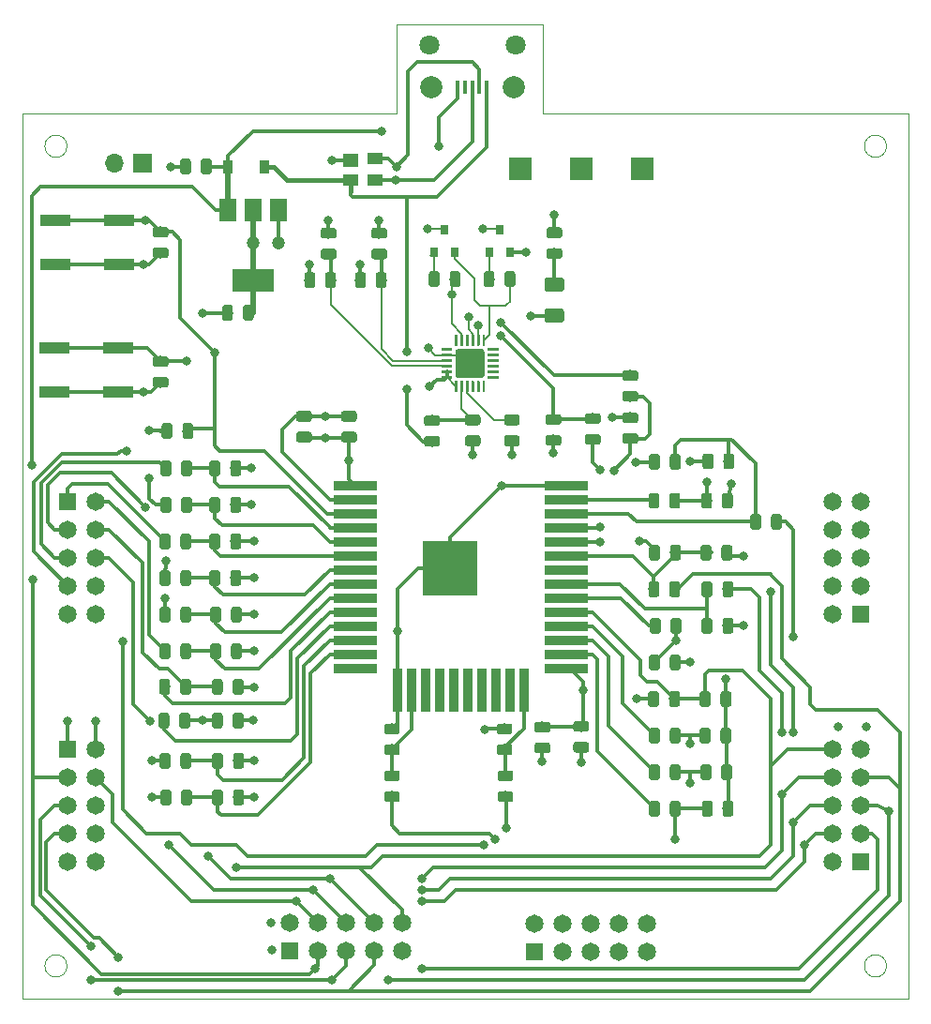
<source format=gbr>
%TF.GenerationSoftware,KiCad,Pcbnew,(5.0.0)*%
%TF.CreationDate,2020-03-23T14:11:06+01:00*%
%TF.ProjectId,Schaltplan_Mainboard,536368616C74706C616E5F4D61696E62,rev?*%
%TF.SameCoordinates,Original*%
%TF.FileFunction,Copper,L1,Top,Signal*%
%TF.FilePolarity,Positive*%
%FSLAX46Y46*%
G04 Gerber Fmt 4.6, Leading zero omitted, Abs format (unit mm)*
G04 Created by KiCad (PCBNEW (5.0.0)) date 03/23/20 14:11:06*
%MOMM*%
%LPD*%
G01*
G04 APERTURE LIST*
%TA.AperFunction,NonConductor*%
%ADD10C,0.100000*%
%TD*%
%TA.AperFunction,ComponentPad*%
%ADD11R,1.650000X1.650000*%
%TD*%
%TA.AperFunction,ComponentPad*%
%ADD12C,1.650000*%
%TD*%
%TA.AperFunction,ComponentPad*%
%ADD13R,1.700000X1.700000*%
%TD*%
%TA.AperFunction,ComponentPad*%
%ADD14O,1.700000X1.700000*%
%TD*%
%TA.AperFunction,Conductor*%
%ADD15C,0.150000*%
%TD*%
%TA.AperFunction,SMDPad,CuDef*%
%ADD16C,1.250000*%
%TD*%
%TA.AperFunction,SMDPad,CuDef*%
%ADD17C,0.975000*%
%TD*%
%TA.AperFunction,ComponentPad*%
%ADD18R,2.000000X2.000000*%
%TD*%
%TA.AperFunction,SMDPad,CuDef*%
%ADD19R,0.900000X1.200000*%
%TD*%
%TA.AperFunction,SMDPad,CuDef*%
%ADD20C,0.250000*%
%TD*%
%TA.AperFunction,SMDPad,CuDef*%
%ADD21C,2.600000*%
%TD*%
%TA.AperFunction,SMDPad,CuDef*%
%ADD22R,1.400000X1.200000*%
%TD*%
%TA.AperFunction,SMDPad,CuDef*%
%ADD23R,1.400000X1.000000*%
%TD*%
%TA.AperFunction,SMDPad,CuDef*%
%ADD24R,0.800000X0.900000*%
%TD*%
%TA.AperFunction,SMDPad,CuDef*%
%ADD25R,2.750000X1.000000*%
%TD*%
%TA.AperFunction,SMDPad,CuDef*%
%ADD26R,3.800000X2.000000*%
%TD*%
%TA.AperFunction,SMDPad,CuDef*%
%ADD27R,1.500000X2.000000*%
%TD*%
%TA.AperFunction,ComponentPad*%
%ADD28C,1.800000*%
%TD*%
%TA.AperFunction,ComponentPad*%
%ADD29C,2.000000*%
%TD*%
%TA.AperFunction,SMDPad,CuDef*%
%ADD30R,0.450000X1.300000*%
%TD*%
%TA.AperFunction,SMDPad,CuDef*%
%ADD31R,5.000000X5.000000*%
%TD*%
%TA.AperFunction,SMDPad,CuDef*%
%ADD32R,4.000000X0.900000*%
%TD*%
%TA.AperFunction,SMDPad,CuDef*%
%ADD33R,0.900000X4.000000*%
%TD*%
%TA.AperFunction,ViaPad*%
%ADD34C,0.800000*%
%TD*%
%TA.AperFunction,ViaPad*%
%ADD35C,1.200000*%
%TD*%
%TA.AperFunction,Conductor*%
%ADD36C,0.200000*%
%TD*%
%TA.AperFunction,Conductor*%
%ADD37C,0.350000*%
%TD*%
%TA.AperFunction,Conductor*%
%ADD38C,0.300000*%
%TD*%
%TA.AperFunction,Conductor*%
%ADD39C,0.500000*%
%TD*%
%TA.AperFunction,Conductor*%
%ADD40C,0.400000*%
%TD*%
G04 APERTURE END LIST*
D10*
X172400000Y-64440000D02*
X205400000Y-64440000D01*
X172400000Y-56440000D02*
X159200000Y-56440000D01*
X172400000Y-64440000D02*
X172400000Y-56440000D01*
X125400000Y-64440000D02*
X159200000Y-64440000D01*
X159200000Y-64440000D02*
X159200000Y-56440000D01*
X129400000Y-141450000D02*
G75*
G03X129400000Y-141450000I-1000000J0D01*
G01*
X203410000Y-67440000D02*
G75*
G03X203410000Y-67440000I-1000000J0D01*
G01*
X129400000Y-67440000D02*
G75*
G03X129400000Y-67440000I-1000000J0D01*
G01*
X203410000Y-141450000D02*
G75*
G03X203410000Y-141450000I-1000000J0D01*
G01*
X125400000Y-64440000D02*
X125400000Y-144440000D01*
X125400000Y-144440000D02*
X205400000Y-144440000D01*
X205400000Y-64440000D02*
X205400000Y-144440000D01*
D11*
%TO.P,J5,1*%
%TO.N,Net-(J5-Pad1)*%
X201092000Y-109652000D03*
D12*
%TO.P,J5,2*%
%TO.N,Net-(J5-Pad2)*%
X198552000Y-109652000D03*
%TO.P,J5,3*%
%TO.N,N/C*%
X201092000Y-107112000D03*
%TO.P,J5,4*%
X198552000Y-107112000D03*
%TO.P,J5,5*%
X201092000Y-104572000D03*
%TO.P,J5,6*%
X198552000Y-104572000D03*
%TO.P,J5,7*%
X201092000Y-102032000D03*
%TO.P,J5,8*%
X198552000Y-102032000D03*
%TO.P,J5,9*%
X201092000Y-99492000D03*
%TO.P,J5,10*%
X198552000Y-99492000D03*
%TD*%
%TO.P,J3,10*%
%TO.N,N/C*%
X181788000Y-137592000D03*
%TO.P,J3,9*%
X181788000Y-140132000D03*
%TO.P,J3,8*%
X179248000Y-137592000D03*
%TO.P,J3,7*%
X179248000Y-140132000D03*
%TO.P,J3,6*%
%TO.N,Net-(C29-Pad1)*%
X176708000Y-137592000D03*
%TO.P,J3,5*%
%TO.N,Net-(J3-Pad5)*%
X176708000Y-140132000D03*
%TO.P,J3,4*%
%TO.N,Net-(C28-Pad1)*%
X174168000Y-137592000D03*
%TO.P,J3,3*%
%TO.N,Net-(J3-Pad3)*%
X174168000Y-140132000D03*
%TO.P,J3,2*%
%TO.N,Net-(C27-Pad1)*%
X171628000Y-137592000D03*
D11*
%TO.P,J3,1*%
%TO.N,Net-(J3-Pad1)*%
X171628000Y-140132000D03*
%TD*%
D13*
%TO.P,TP1,1*%
%TO.N,EN*%
X136195000Y-68948500D03*
D14*
%TO.P,TP1,2*%
%TO.N,GND*%
X133655000Y-68948500D03*
%TD*%
D15*
%TO.N,GND*%
%TO.C,D3*%
G36*
X174055504Y-82104204D02*
X174079773Y-82107804D01*
X174103571Y-82113765D01*
X174126671Y-82122030D01*
X174148849Y-82132520D01*
X174169893Y-82145133D01*
X174189598Y-82159747D01*
X174207777Y-82176223D01*
X174224253Y-82194402D01*
X174238867Y-82214107D01*
X174251480Y-82235151D01*
X174261970Y-82257329D01*
X174270235Y-82280429D01*
X174276196Y-82304227D01*
X174279796Y-82328496D01*
X174281000Y-82353000D01*
X174281000Y-83103000D01*
X174279796Y-83127504D01*
X174276196Y-83151773D01*
X174270235Y-83175571D01*
X174261970Y-83198671D01*
X174251480Y-83220849D01*
X174238867Y-83241893D01*
X174224253Y-83261598D01*
X174207777Y-83279777D01*
X174189598Y-83296253D01*
X174169893Y-83310867D01*
X174148849Y-83323480D01*
X174126671Y-83333970D01*
X174103571Y-83342235D01*
X174079773Y-83348196D01*
X174055504Y-83351796D01*
X174031000Y-83353000D01*
X172781000Y-83353000D01*
X172756496Y-83351796D01*
X172732227Y-83348196D01*
X172708429Y-83342235D01*
X172685329Y-83333970D01*
X172663151Y-83323480D01*
X172642107Y-83310867D01*
X172622402Y-83296253D01*
X172604223Y-83279777D01*
X172587747Y-83261598D01*
X172573133Y-83241893D01*
X172560520Y-83220849D01*
X172550030Y-83198671D01*
X172541765Y-83175571D01*
X172535804Y-83151773D01*
X172532204Y-83127504D01*
X172531000Y-83103000D01*
X172531000Y-82353000D01*
X172532204Y-82328496D01*
X172535804Y-82304227D01*
X172541765Y-82280429D01*
X172550030Y-82257329D01*
X172560520Y-82235151D01*
X172573133Y-82214107D01*
X172587747Y-82194402D01*
X172604223Y-82176223D01*
X172622402Y-82159747D01*
X172642107Y-82145133D01*
X172663151Y-82132520D01*
X172685329Y-82122030D01*
X172708429Y-82113765D01*
X172732227Y-82107804D01*
X172756496Y-82104204D01*
X172781000Y-82103000D01*
X174031000Y-82103000D01*
X174055504Y-82104204D01*
X174055504Y-82104204D01*
G37*
D16*
%TD*%
%TO.P,D3,1*%
%TO.N,GND*%
X173406000Y-82728000D03*
D15*
%TO.N,Net-(D3-Pad2)*%
%TO.C,D3*%
G36*
X174055504Y-79304204D02*
X174079773Y-79307804D01*
X174103571Y-79313765D01*
X174126671Y-79322030D01*
X174148849Y-79332520D01*
X174169893Y-79345133D01*
X174189598Y-79359747D01*
X174207777Y-79376223D01*
X174224253Y-79394402D01*
X174238867Y-79414107D01*
X174251480Y-79435151D01*
X174261970Y-79457329D01*
X174270235Y-79480429D01*
X174276196Y-79504227D01*
X174279796Y-79528496D01*
X174281000Y-79553000D01*
X174281000Y-80303000D01*
X174279796Y-80327504D01*
X174276196Y-80351773D01*
X174270235Y-80375571D01*
X174261970Y-80398671D01*
X174251480Y-80420849D01*
X174238867Y-80441893D01*
X174224253Y-80461598D01*
X174207777Y-80479777D01*
X174189598Y-80496253D01*
X174169893Y-80510867D01*
X174148849Y-80523480D01*
X174126671Y-80533970D01*
X174103571Y-80542235D01*
X174079773Y-80548196D01*
X174055504Y-80551796D01*
X174031000Y-80553000D01*
X172781000Y-80553000D01*
X172756496Y-80551796D01*
X172732227Y-80548196D01*
X172708429Y-80542235D01*
X172685329Y-80533970D01*
X172663151Y-80523480D01*
X172642107Y-80510867D01*
X172622402Y-80496253D01*
X172604223Y-80479777D01*
X172587747Y-80461598D01*
X172573133Y-80441893D01*
X172560520Y-80420849D01*
X172550030Y-80398671D01*
X172541765Y-80375571D01*
X172535804Y-80351773D01*
X172532204Y-80327504D01*
X172531000Y-80303000D01*
X172531000Y-79553000D01*
X172532204Y-79528496D01*
X172535804Y-79504227D01*
X172541765Y-79480429D01*
X172550030Y-79457329D01*
X172560520Y-79435151D01*
X172573133Y-79414107D01*
X172587747Y-79394402D01*
X172604223Y-79376223D01*
X172622402Y-79359747D01*
X172642107Y-79345133D01*
X172663151Y-79332520D01*
X172685329Y-79322030D01*
X172708429Y-79313765D01*
X172732227Y-79307804D01*
X172756496Y-79304204D01*
X172781000Y-79303000D01*
X174031000Y-79303000D01*
X174055504Y-79304204D01*
X174055504Y-79304204D01*
G37*
D16*
%TD*%
%TO.P,D3,2*%
%TO.N,Net-(D3-Pad2)*%
X173406000Y-79928000D03*
D15*
%TO.N,+3V3*%
%TO.C,R34*%
G36*
X176299142Y-121215674D02*
X176322803Y-121219184D01*
X176346007Y-121224996D01*
X176368529Y-121233054D01*
X176390153Y-121243282D01*
X176410670Y-121255579D01*
X176429883Y-121269829D01*
X176447607Y-121285893D01*
X176463671Y-121303617D01*
X176477921Y-121322830D01*
X176490218Y-121343347D01*
X176500446Y-121364971D01*
X176508504Y-121387493D01*
X176514316Y-121410697D01*
X176517826Y-121434358D01*
X176519000Y-121458250D01*
X176519000Y-121945750D01*
X176517826Y-121969642D01*
X176514316Y-121993303D01*
X176508504Y-122016507D01*
X176500446Y-122039029D01*
X176490218Y-122060653D01*
X176477921Y-122081170D01*
X176463671Y-122100383D01*
X176447607Y-122118107D01*
X176429883Y-122134171D01*
X176410670Y-122148421D01*
X176390153Y-122160718D01*
X176368529Y-122170946D01*
X176346007Y-122179004D01*
X176322803Y-122184816D01*
X176299142Y-122188326D01*
X176275250Y-122189500D01*
X175362750Y-122189500D01*
X175338858Y-122188326D01*
X175315197Y-122184816D01*
X175291993Y-122179004D01*
X175269471Y-122170946D01*
X175247847Y-122160718D01*
X175227330Y-122148421D01*
X175208117Y-122134171D01*
X175190393Y-122118107D01*
X175174329Y-122100383D01*
X175160079Y-122081170D01*
X175147782Y-122060653D01*
X175137554Y-122039029D01*
X175129496Y-122016507D01*
X175123684Y-121993303D01*
X175120174Y-121969642D01*
X175119000Y-121945750D01*
X175119000Y-121458250D01*
X175120174Y-121434358D01*
X175123684Y-121410697D01*
X175129496Y-121387493D01*
X175137554Y-121364971D01*
X175147782Y-121343347D01*
X175160079Y-121322830D01*
X175174329Y-121303617D01*
X175190393Y-121285893D01*
X175208117Y-121269829D01*
X175227330Y-121255579D01*
X175247847Y-121243282D01*
X175269471Y-121233054D01*
X175291993Y-121224996D01*
X175315197Y-121219184D01*
X175338858Y-121215674D01*
X175362750Y-121214500D01*
X176275250Y-121214500D01*
X176299142Y-121215674D01*
X176299142Y-121215674D01*
G37*
D17*
%TD*%
%TO.P,R34,1*%
%TO.N,+3V3*%
X175819000Y-121702000D03*
D15*
%TO.N,IO0*%
%TO.C,R34*%
G36*
X176299142Y-119340674D02*
X176322803Y-119344184D01*
X176346007Y-119349996D01*
X176368529Y-119358054D01*
X176390153Y-119368282D01*
X176410670Y-119380579D01*
X176429883Y-119394829D01*
X176447607Y-119410893D01*
X176463671Y-119428617D01*
X176477921Y-119447830D01*
X176490218Y-119468347D01*
X176500446Y-119489971D01*
X176508504Y-119512493D01*
X176514316Y-119535697D01*
X176517826Y-119559358D01*
X176519000Y-119583250D01*
X176519000Y-120070750D01*
X176517826Y-120094642D01*
X176514316Y-120118303D01*
X176508504Y-120141507D01*
X176500446Y-120164029D01*
X176490218Y-120185653D01*
X176477921Y-120206170D01*
X176463671Y-120225383D01*
X176447607Y-120243107D01*
X176429883Y-120259171D01*
X176410670Y-120273421D01*
X176390153Y-120285718D01*
X176368529Y-120295946D01*
X176346007Y-120304004D01*
X176322803Y-120309816D01*
X176299142Y-120313326D01*
X176275250Y-120314500D01*
X175362750Y-120314500D01*
X175338858Y-120313326D01*
X175315197Y-120309816D01*
X175291993Y-120304004D01*
X175269471Y-120295946D01*
X175247847Y-120285718D01*
X175227330Y-120273421D01*
X175208117Y-120259171D01*
X175190393Y-120243107D01*
X175174329Y-120225383D01*
X175160079Y-120206170D01*
X175147782Y-120185653D01*
X175137554Y-120164029D01*
X175129496Y-120141507D01*
X175123684Y-120118303D01*
X175120174Y-120094642D01*
X175119000Y-120070750D01*
X175119000Y-119583250D01*
X175120174Y-119559358D01*
X175123684Y-119535697D01*
X175129496Y-119512493D01*
X175137554Y-119489971D01*
X175147782Y-119468347D01*
X175160079Y-119447830D01*
X175174329Y-119428617D01*
X175190393Y-119410893D01*
X175208117Y-119394829D01*
X175227330Y-119380579D01*
X175247847Y-119368282D01*
X175269471Y-119358054D01*
X175291993Y-119349996D01*
X175315197Y-119344184D01*
X175338858Y-119340674D01*
X175362750Y-119339500D01*
X176275250Y-119339500D01*
X176299142Y-119340674D01*
X176299142Y-119340674D01*
G37*
D17*
%TD*%
%TO.P,R34,2*%
%TO.N,IO0*%
X175819000Y-119827000D03*
D15*
%TO.N,GND*%
%TO.C,R35*%
G36*
X172806642Y-121279174D02*
X172830303Y-121282684D01*
X172853507Y-121288496D01*
X172876029Y-121296554D01*
X172897653Y-121306782D01*
X172918170Y-121319079D01*
X172937383Y-121333329D01*
X172955107Y-121349393D01*
X172971171Y-121367117D01*
X172985421Y-121386330D01*
X172997718Y-121406847D01*
X173007946Y-121428471D01*
X173016004Y-121450993D01*
X173021816Y-121474197D01*
X173025326Y-121497858D01*
X173026500Y-121521750D01*
X173026500Y-122009250D01*
X173025326Y-122033142D01*
X173021816Y-122056803D01*
X173016004Y-122080007D01*
X173007946Y-122102529D01*
X172997718Y-122124153D01*
X172985421Y-122144670D01*
X172971171Y-122163883D01*
X172955107Y-122181607D01*
X172937383Y-122197671D01*
X172918170Y-122211921D01*
X172897653Y-122224218D01*
X172876029Y-122234446D01*
X172853507Y-122242504D01*
X172830303Y-122248316D01*
X172806642Y-122251826D01*
X172782750Y-122253000D01*
X171870250Y-122253000D01*
X171846358Y-122251826D01*
X171822697Y-122248316D01*
X171799493Y-122242504D01*
X171776971Y-122234446D01*
X171755347Y-122224218D01*
X171734830Y-122211921D01*
X171715617Y-122197671D01*
X171697893Y-122181607D01*
X171681829Y-122163883D01*
X171667579Y-122144670D01*
X171655282Y-122124153D01*
X171645054Y-122102529D01*
X171636996Y-122080007D01*
X171631184Y-122056803D01*
X171627674Y-122033142D01*
X171626500Y-122009250D01*
X171626500Y-121521750D01*
X171627674Y-121497858D01*
X171631184Y-121474197D01*
X171636996Y-121450993D01*
X171645054Y-121428471D01*
X171655282Y-121406847D01*
X171667579Y-121386330D01*
X171681829Y-121367117D01*
X171697893Y-121349393D01*
X171715617Y-121333329D01*
X171734830Y-121319079D01*
X171755347Y-121306782D01*
X171776971Y-121296554D01*
X171799493Y-121288496D01*
X171822697Y-121282684D01*
X171846358Y-121279174D01*
X171870250Y-121278000D01*
X172782750Y-121278000D01*
X172806642Y-121279174D01*
X172806642Y-121279174D01*
G37*
D17*
%TD*%
%TO.P,R35,2*%
%TO.N,GND*%
X172326500Y-121765500D03*
D15*
%TO.N,IO0*%
%TO.C,R35*%
G36*
X172806642Y-119404174D02*
X172830303Y-119407684D01*
X172853507Y-119413496D01*
X172876029Y-119421554D01*
X172897653Y-119431782D01*
X172918170Y-119444079D01*
X172937383Y-119458329D01*
X172955107Y-119474393D01*
X172971171Y-119492117D01*
X172985421Y-119511330D01*
X172997718Y-119531847D01*
X173007946Y-119553471D01*
X173016004Y-119575993D01*
X173021816Y-119599197D01*
X173025326Y-119622858D01*
X173026500Y-119646750D01*
X173026500Y-120134250D01*
X173025326Y-120158142D01*
X173021816Y-120181803D01*
X173016004Y-120205007D01*
X173007946Y-120227529D01*
X172997718Y-120249153D01*
X172985421Y-120269670D01*
X172971171Y-120288883D01*
X172955107Y-120306607D01*
X172937383Y-120322671D01*
X172918170Y-120336921D01*
X172897653Y-120349218D01*
X172876029Y-120359446D01*
X172853507Y-120367504D01*
X172830303Y-120373316D01*
X172806642Y-120376826D01*
X172782750Y-120378000D01*
X171870250Y-120378000D01*
X171846358Y-120376826D01*
X171822697Y-120373316D01*
X171799493Y-120367504D01*
X171776971Y-120359446D01*
X171755347Y-120349218D01*
X171734830Y-120336921D01*
X171715617Y-120322671D01*
X171697893Y-120306607D01*
X171681829Y-120288883D01*
X171667579Y-120269670D01*
X171655282Y-120249153D01*
X171645054Y-120227529D01*
X171636996Y-120205007D01*
X171631184Y-120181803D01*
X171627674Y-120158142D01*
X171626500Y-120134250D01*
X171626500Y-119646750D01*
X171627674Y-119622858D01*
X171631184Y-119599197D01*
X171636996Y-119575993D01*
X171645054Y-119553471D01*
X171655282Y-119531847D01*
X171667579Y-119511330D01*
X171681829Y-119492117D01*
X171697893Y-119474393D01*
X171715617Y-119458329D01*
X171734830Y-119444079D01*
X171755347Y-119431782D01*
X171776971Y-119421554D01*
X171799493Y-119413496D01*
X171822697Y-119407684D01*
X171846358Y-119404174D01*
X171870250Y-119403000D01*
X172782750Y-119403000D01*
X172806642Y-119404174D01*
X172806642Y-119404174D01*
G37*
D17*
%TD*%
%TO.P,R35,1*%
%TO.N,IO0*%
X172326500Y-119890500D03*
D15*
%TO.N,+3V3*%
%TO.C,R36*%
G36*
X173886142Y-74763674D02*
X173909803Y-74767184D01*
X173933007Y-74772996D01*
X173955529Y-74781054D01*
X173977153Y-74791282D01*
X173997670Y-74803579D01*
X174016883Y-74817829D01*
X174034607Y-74833893D01*
X174050671Y-74851617D01*
X174064921Y-74870830D01*
X174077218Y-74891347D01*
X174087446Y-74912971D01*
X174095504Y-74935493D01*
X174101316Y-74958697D01*
X174104826Y-74982358D01*
X174106000Y-75006250D01*
X174106000Y-75493750D01*
X174104826Y-75517642D01*
X174101316Y-75541303D01*
X174095504Y-75564507D01*
X174087446Y-75587029D01*
X174077218Y-75608653D01*
X174064921Y-75629170D01*
X174050671Y-75648383D01*
X174034607Y-75666107D01*
X174016883Y-75682171D01*
X173997670Y-75696421D01*
X173977153Y-75708718D01*
X173955529Y-75718946D01*
X173933007Y-75727004D01*
X173909803Y-75732816D01*
X173886142Y-75736326D01*
X173862250Y-75737500D01*
X172949750Y-75737500D01*
X172925858Y-75736326D01*
X172902197Y-75732816D01*
X172878993Y-75727004D01*
X172856471Y-75718946D01*
X172834847Y-75708718D01*
X172814330Y-75696421D01*
X172795117Y-75682171D01*
X172777393Y-75666107D01*
X172761329Y-75648383D01*
X172747079Y-75629170D01*
X172734782Y-75608653D01*
X172724554Y-75587029D01*
X172716496Y-75564507D01*
X172710684Y-75541303D01*
X172707174Y-75517642D01*
X172706000Y-75493750D01*
X172706000Y-75006250D01*
X172707174Y-74982358D01*
X172710684Y-74958697D01*
X172716496Y-74935493D01*
X172724554Y-74912971D01*
X172734782Y-74891347D01*
X172747079Y-74870830D01*
X172761329Y-74851617D01*
X172777393Y-74833893D01*
X172795117Y-74817829D01*
X172814330Y-74803579D01*
X172834847Y-74791282D01*
X172856471Y-74781054D01*
X172878993Y-74772996D01*
X172902197Y-74767184D01*
X172925858Y-74763674D01*
X172949750Y-74762500D01*
X173862250Y-74762500D01*
X173886142Y-74763674D01*
X173886142Y-74763674D01*
G37*
D17*
%TD*%
%TO.P,R36,1*%
%TO.N,+3V3*%
X173406000Y-75250000D03*
D15*
%TO.N,Net-(D3-Pad2)*%
%TO.C,R36*%
G36*
X173886142Y-76638674D02*
X173909803Y-76642184D01*
X173933007Y-76647996D01*
X173955529Y-76656054D01*
X173977153Y-76666282D01*
X173997670Y-76678579D01*
X174016883Y-76692829D01*
X174034607Y-76708893D01*
X174050671Y-76726617D01*
X174064921Y-76745830D01*
X174077218Y-76766347D01*
X174087446Y-76787971D01*
X174095504Y-76810493D01*
X174101316Y-76833697D01*
X174104826Y-76857358D01*
X174106000Y-76881250D01*
X174106000Y-77368750D01*
X174104826Y-77392642D01*
X174101316Y-77416303D01*
X174095504Y-77439507D01*
X174087446Y-77462029D01*
X174077218Y-77483653D01*
X174064921Y-77504170D01*
X174050671Y-77523383D01*
X174034607Y-77541107D01*
X174016883Y-77557171D01*
X173997670Y-77571421D01*
X173977153Y-77583718D01*
X173955529Y-77593946D01*
X173933007Y-77602004D01*
X173909803Y-77607816D01*
X173886142Y-77611326D01*
X173862250Y-77612500D01*
X172949750Y-77612500D01*
X172925858Y-77611326D01*
X172902197Y-77607816D01*
X172878993Y-77602004D01*
X172856471Y-77593946D01*
X172834847Y-77583718D01*
X172814330Y-77571421D01*
X172795117Y-77557171D01*
X172777393Y-77541107D01*
X172761329Y-77523383D01*
X172747079Y-77504170D01*
X172734782Y-77483653D01*
X172724554Y-77462029D01*
X172716496Y-77439507D01*
X172710684Y-77416303D01*
X172707174Y-77392642D01*
X172706000Y-77368750D01*
X172706000Y-76881250D01*
X172707174Y-76857358D01*
X172710684Y-76833697D01*
X172716496Y-76810493D01*
X172724554Y-76787971D01*
X172734782Y-76766347D01*
X172747079Y-76745830D01*
X172761329Y-76726617D01*
X172777393Y-76708893D01*
X172795117Y-76692829D01*
X172814330Y-76678579D01*
X172834847Y-76666282D01*
X172856471Y-76656054D01*
X172878993Y-76647996D01*
X172902197Y-76642184D01*
X172925858Y-76638674D01*
X172949750Y-76637500D01*
X173862250Y-76637500D01*
X173886142Y-76638674D01*
X173886142Y-76638674D01*
G37*
D17*
%TD*%
%TO.P,R36,2*%
%TO.N,Net-(D3-Pad2)*%
X173406000Y-77125000D03*
D18*
%TO.P,TP2,1*%
%TO.N,+3V3*%
X175882500Y-69456500D03*
%TD*%
%TO.P,TP3,1*%
%TO.N,+5V*%
X170358000Y-69456500D03*
%TD*%
%TO.P,TP4,1*%
%TO.N,GND*%
X181343500Y-69456500D03*
%TD*%
D15*
%TO.N,+5V*%
%TO.C,C32*%
G36*
X142241142Y-68567174D02*
X142264803Y-68570684D01*
X142288007Y-68576496D01*
X142310529Y-68584554D01*
X142332153Y-68594782D01*
X142352670Y-68607079D01*
X142371883Y-68621329D01*
X142389607Y-68637393D01*
X142405671Y-68655117D01*
X142419921Y-68674330D01*
X142432218Y-68694847D01*
X142442446Y-68716471D01*
X142450504Y-68738993D01*
X142456316Y-68762197D01*
X142459826Y-68785858D01*
X142461000Y-68809750D01*
X142461000Y-69722250D01*
X142459826Y-69746142D01*
X142456316Y-69769803D01*
X142450504Y-69793007D01*
X142442446Y-69815529D01*
X142432218Y-69837153D01*
X142419921Y-69857670D01*
X142405671Y-69876883D01*
X142389607Y-69894607D01*
X142371883Y-69910671D01*
X142352670Y-69924921D01*
X142332153Y-69937218D01*
X142310529Y-69947446D01*
X142288007Y-69955504D01*
X142264803Y-69961316D01*
X142241142Y-69964826D01*
X142217250Y-69966000D01*
X141729750Y-69966000D01*
X141705858Y-69964826D01*
X141682197Y-69961316D01*
X141658993Y-69955504D01*
X141636471Y-69947446D01*
X141614847Y-69937218D01*
X141594330Y-69924921D01*
X141575117Y-69910671D01*
X141557393Y-69894607D01*
X141541329Y-69876883D01*
X141527079Y-69857670D01*
X141514782Y-69837153D01*
X141504554Y-69815529D01*
X141496496Y-69793007D01*
X141490684Y-69769803D01*
X141487174Y-69746142D01*
X141486000Y-69722250D01*
X141486000Y-68809750D01*
X141487174Y-68785858D01*
X141490684Y-68762197D01*
X141496496Y-68738993D01*
X141504554Y-68716471D01*
X141514782Y-68694847D01*
X141527079Y-68674330D01*
X141541329Y-68655117D01*
X141557393Y-68637393D01*
X141575117Y-68621329D01*
X141594330Y-68607079D01*
X141614847Y-68594782D01*
X141636471Y-68584554D01*
X141658993Y-68576496D01*
X141682197Y-68570684D01*
X141705858Y-68567174D01*
X141729750Y-68566000D01*
X142217250Y-68566000D01*
X142241142Y-68567174D01*
X142241142Y-68567174D01*
G37*
D17*
%TD*%
%TO.P,C32,1*%
%TO.N,+5V*%
X141973500Y-69266000D03*
D15*
%TO.N,GND*%
%TO.C,C32*%
G36*
X140366142Y-68567174D02*
X140389803Y-68570684D01*
X140413007Y-68576496D01*
X140435529Y-68584554D01*
X140457153Y-68594782D01*
X140477670Y-68607079D01*
X140496883Y-68621329D01*
X140514607Y-68637393D01*
X140530671Y-68655117D01*
X140544921Y-68674330D01*
X140557218Y-68694847D01*
X140567446Y-68716471D01*
X140575504Y-68738993D01*
X140581316Y-68762197D01*
X140584826Y-68785858D01*
X140586000Y-68809750D01*
X140586000Y-69722250D01*
X140584826Y-69746142D01*
X140581316Y-69769803D01*
X140575504Y-69793007D01*
X140567446Y-69815529D01*
X140557218Y-69837153D01*
X140544921Y-69857670D01*
X140530671Y-69876883D01*
X140514607Y-69894607D01*
X140496883Y-69910671D01*
X140477670Y-69924921D01*
X140457153Y-69937218D01*
X140435529Y-69947446D01*
X140413007Y-69955504D01*
X140389803Y-69961316D01*
X140366142Y-69964826D01*
X140342250Y-69966000D01*
X139854750Y-69966000D01*
X139830858Y-69964826D01*
X139807197Y-69961316D01*
X139783993Y-69955504D01*
X139761471Y-69947446D01*
X139739847Y-69937218D01*
X139719330Y-69924921D01*
X139700117Y-69910671D01*
X139682393Y-69894607D01*
X139666329Y-69876883D01*
X139652079Y-69857670D01*
X139639782Y-69837153D01*
X139629554Y-69815529D01*
X139621496Y-69793007D01*
X139615684Y-69769803D01*
X139612174Y-69746142D01*
X139611000Y-69722250D01*
X139611000Y-68809750D01*
X139612174Y-68785858D01*
X139615684Y-68762197D01*
X139621496Y-68738993D01*
X139629554Y-68716471D01*
X139639782Y-68694847D01*
X139652079Y-68674330D01*
X139666329Y-68655117D01*
X139682393Y-68637393D01*
X139700117Y-68621329D01*
X139719330Y-68607079D01*
X139739847Y-68594782D01*
X139761471Y-68584554D01*
X139783993Y-68576496D01*
X139807197Y-68570684D01*
X139830858Y-68567174D01*
X139854750Y-68566000D01*
X140342250Y-68566000D01*
X140366142Y-68567174D01*
X140366142Y-68567174D01*
G37*
D17*
%TD*%
%TO.P,C32,2*%
%TO.N,GND*%
X140098500Y-69266000D03*
D15*
%TO.N,GND*%
%TO.C,C33*%
G36*
X144158142Y-81775174D02*
X144181803Y-81778684D01*
X144205007Y-81784496D01*
X144227529Y-81792554D01*
X144249153Y-81802782D01*
X144269670Y-81815079D01*
X144288883Y-81829329D01*
X144306607Y-81845393D01*
X144322671Y-81863117D01*
X144336921Y-81882330D01*
X144349218Y-81902847D01*
X144359446Y-81924471D01*
X144367504Y-81946993D01*
X144373316Y-81970197D01*
X144376826Y-81993858D01*
X144378000Y-82017750D01*
X144378000Y-82930250D01*
X144376826Y-82954142D01*
X144373316Y-82977803D01*
X144367504Y-83001007D01*
X144359446Y-83023529D01*
X144349218Y-83045153D01*
X144336921Y-83065670D01*
X144322671Y-83084883D01*
X144306607Y-83102607D01*
X144288883Y-83118671D01*
X144269670Y-83132921D01*
X144249153Y-83145218D01*
X144227529Y-83155446D01*
X144205007Y-83163504D01*
X144181803Y-83169316D01*
X144158142Y-83172826D01*
X144134250Y-83174000D01*
X143646750Y-83174000D01*
X143622858Y-83172826D01*
X143599197Y-83169316D01*
X143575993Y-83163504D01*
X143553471Y-83155446D01*
X143531847Y-83145218D01*
X143511330Y-83132921D01*
X143492117Y-83118671D01*
X143474393Y-83102607D01*
X143458329Y-83084883D01*
X143444079Y-83065670D01*
X143431782Y-83045153D01*
X143421554Y-83023529D01*
X143413496Y-83001007D01*
X143407684Y-82977803D01*
X143404174Y-82954142D01*
X143403000Y-82930250D01*
X143403000Y-82017750D01*
X143404174Y-81993858D01*
X143407684Y-81970197D01*
X143413496Y-81946993D01*
X143421554Y-81924471D01*
X143431782Y-81902847D01*
X143444079Y-81882330D01*
X143458329Y-81863117D01*
X143474393Y-81845393D01*
X143492117Y-81829329D01*
X143511330Y-81815079D01*
X143531847Y-81802782D01*
X143553471Y-81792554D01*
X143575993Y-81784496D01*
X143599197Y-81778684D01*
X143622858Y-81775174D01*
X143646750Y-81774000D01*
X144134250Y-81774000D01*
X144158142Y-81775174D01*
X144158142Y-81775174D01*
G37*
D17*
%TD*%
%TO.P,C33,2*%
%TO.N,GND*%
X143890500Y-82474000D03*
D15*
%TO.N,+3V3*%
%TO.C,C33*%
G36*
X146033142Y-81775174D02*
X146056803Y-81778684D01*
X146080007Y-81784496D01*
X146102529Y-81792554D01*
X146124153Y-81802782D01*
X146144670Y-81815079D01*
X146163883Y-81829329D01*
X146181607Y-81845393D01*
X146197671Y-81863117D01*
X146211921Y-81882330D01*
X146224218Y-81902847D01*
X146234446Y-81924471D01*
X146242504Y-81946993D01*
X146248316Y-81970197D01*
X146251826Y-81993858D01*
X146253000Y-82017750D01*
X146253000Y-82930250D01*
X146251826Y-82954142D01*
X146248316Y-82977803D01*
X146242504Y-83001007D01*
X146234446Y-83023529D01*
X146224218Y-83045153D01*
X146211921Y-83065670D01*
X146197671Y-83084883D01*
X146181607Y-83102607D01*
X146163883Y-83118671D01*
X146144670Y-83132921D01*
X146124153Y-83145218D01*
X146102529Y-83155446D01*
X146080007Y-83163504D01*
X146056803Y-83169316D01*
X146033142Y-83172826D01*
X146009250Y-83174000D01*
X145521750Y-83174000D01*
X145497858Y-83172826D01*
X145474197Y-83169316D01*
X145450993Y-83163504D01*
X145428471Y-83155446D01*
X145406847Y-83145218D01*
X145386330Y-83132921D01*
X145367117Y-83118671D01*
X145349393Y-83102607D01*
X145333329Y-83084883D01*
X145319079Y-83065670D01*
X145306782Y-83045153D01*
X145296554Y-83023529D01*
X145288496Y-83001007D01*
X145282684Y-82977803D01*
X145279174Y-82954142D01*
X145278000Y-82930250D01*
X145278000Y-82017750D01*
X145279174Y-81993858D01*
X145282684Y-81970197D01*
X145288496Y-81946993D01*
X145296554Y-81924471D01*
X145306782Y-81902847D01*
X145319079Y-81882330D01*
X145333329Y-81863117D01*
X145349393Y-81845393D01*
X145367117Y-81829329D01*
X145386330Y-81815079D01*
X145406847Y-81802782D01*
X145428471Y-81792554D01*
X145450993Y-81784496D01*
X145474197Y-81778684D01*
X145497858Y-81775174D01*
X145521750Y-81774000D01*
X146009250Y-81774000D01*
X146033142Y-81775174D01*
X146033142Y-81775174D01*
G37*
D17*
%TD*%
%TO.P,C33,1*%
%TO.N,+3V3*%
X145765500Y-82474000D03*
D15*
%TO.N,GND*%
%TO.C,C11*%
G36*
X155344142Y-93212174D02*
X155367803Y-93215684D01*
X155391007Y-93221496D01*
X155413529Y-93229554D01*
X155435153Y-93239782D01*
X155455670Y-93252079D01*
X155474883Y-93266329D01*
X155492607Y-93282393D01*
X155508671Y-93300117D01*
X155522921Y-93319330D01*
X155535218Y-93339847D01*
X155545446Y-93361471D01*
X155553504Y-93383993D01*
X155559316Y-93407197D01*
X155562826Y-93430858D01*
X155564000Y-93454750D01*
X155564000Y-93942250D01*
X155562826Y-93966142D01*
X155559316Y-93989803D01*
X155553504Y-94013007D01*
X155545446Y-94035529D01*
X155535218Y-94057153D01*
X155522921Y-94077670D01*
X155508671Y-94096883D01*
X155492607Y-94114607D01*
X155474883Y-94130671D01*
X155455670Y-94144921D01*
X155435153Y-94157218D01*
X155413529Y-94167446D01*
X155391007Y-94175504D01*
X155367803Y-94181316D01*
X155344142Y-94184826D01*
X155320250Y-94186000D01*
X154407750Y-94186000D01*
X154383858Y-94184826D01*
X154360197Y-94181316D01*
X154336993Y-94175504D01*
X154314471Y-94167446D01*
X154292847Y-94157218D01*
X154272330Y-94144921D01*
X154253117Y-94130671D01*
X154235393Y-94114607D01*
X154219329Y-94096883D01*
X154205079Y-94077670D01*
X154192782Y-94057153D01*
X154182554Y-94035529D01*
X154174496Y-94013007D01*
X154168684Y-93989803D01*
X154165174Y-93966142D01*
X154164000Y-93942250D01*
X154164000Y-93454750D01*
X154165174Y-93430858D01*
X154168684Y-93407197D01*
X154174496Y-93383993D01*
X154182554Y-93361471D01*
X154192782Y-93339847D01*
X154205079Y-93319330D01*
X154219329Y-93300117D01*
X154235393Y-93282393D01*
X154253117Y-93266329D01*
X154272330Y-93252079D01*
X154292847Y-93239782D01*
X154314471Y-93229554D01*
X154336993Y-93221496D01*
X154360197Y-93215684D01*
X154383858Y-93212174D01*
X154407750Y-93211000D01*
X155320250Y-93211000D01*
X155344142Y-93212174D01*
X155344142Y-93212174D01*
G37*
D17*
%TD*%
%TO.P,C11,1*%
%TO.N,GND*%
X154864000Y-93698500D03*
D15*
%TO.N,+3V3*%
%TO.C,C11*%
G36*
X155344142Y-91337174D02*
X155367803Y-91340684D01*
X155391007Y-91346496D01*
X155413529Y-91354554D01*
X155435153Y-91364782D01*
X155455670Y-91377079D01*
X155474883Y-91391329D01*
X155492607Y-91407393D01*
X155508671Y-91425117D01*
X155522921Y-91444330D01*
X155535218Y-91464847D01*
X155545446Y-91486471D01*
X155553504Y-91508993D01*
X155559316Y-91532197D01*
X155562826Y-91555858D01*
X155564000Y-91579750D01*
X155564000Y-92067250D01*
X155562826Y-92091142D01*
X155559316Y-92114803D01*
X155553504Y-92138007D01*
X155545446Y-92160529D01*
X155535218Y-92182153D01*
X155522921Y-92202670D01*
X155508671Y-92221883D01*
X155492607Y-92239607D01*
X155474883Y-92255671D01*
X155455670Y-92269921D01*
X155435153Y-92282218D01*
X155413529Y-92292446D01*
X155391007Y-92300504D01*
X155367803Y-92306316D01*
X155344142Y-92309826D01*
X155320250Y-92311000D01*
X154407750Y-92311000D01*
X154383858Y-92309826D01*
X154360197Y-92306316D01*
X154336993Y-92300504D01*
X154314471Y-92292446D01*
X154292847Y-92282218D01*
X154272330Y-92269921D01*
X154253117Y-92255671D01*
X154235393Y-92239607D01*
X154219329Y-92221883D01*
X154205079Y-92202670D01*
X154192782Y-92182153D01*
X154182554Y-92160529D01*
X154174496Y-92138007D01*
X154168684Y-92114803D01*
X154165174Y-92091142D01*
X154164000Y-92067250D01*
X154164000Y-91579750D01*
X154165174Y-91555858D01*
X154168684Y-91532197D01*
X154174496Y-91508993D01*
X154182554Y-91486471D01*
X154192782Y-91464847D01*
X154205079Y-91444330D01*
X154219329Y-91425117D01*
X154235393Y-91407393D01*
X154253117Y-91391329D01*
X154272330Y-91377079D01*
X154292847Y-91364782D01*
X154314471Y-91354554D01*
X154336993Y-91346496D01*
X154360197Y-91340684D01*
X154383858Y-91337174D01*
X154407750Y-91336000D01*
X155320250Y-91336000D01*
X155344142Y-91337174D01*
X155344142Y-91337174D01*
G37*
D17*
%TD*%
%TO.P,C11,2*%
%TO.N,+3V3*%
X154864000Y-91823500D03*
D15*
%TO.N,GND*%
%TO.C,C4*%
G36*
X151280142Y-93212174D02*
X151303803Y-93215684D01*
X151327007Y-93221496D01*
X151349529Y-93229554D01*
X151371153Y-93239782D01*
X151391670Y-93252079D01*
X151410883Y-93266329D01*
X151428607Y-93282393D01*
X151444671Y-93300117D01*
X151458921Y-93319330D01*
X151471218Y-93339847D01*
X151481446Y-93361471D01*
X151489504Y-93383993D01*
X151495316Y-93407197D01*
X151498826Y-93430858D01*
X151500000Y-93454750D01*
X151500000Y-93942250D01*
X151498826Y-93966142D01*
X151495316Y-93989803D01*
X151489504Y-94013007D01*
X151481446Y-94035529D01*
X151471218Y-94057153D01*
X151458921Y-94077670D01*
X151444671Y-94096883D01*
X151428607Y-94114607D01*
X151410883Y-94130671D01*
X151391670Y-94144921D01*
X151371153Y-94157218D01*
X151349529Y-94167446D01*
X151327007Y-94175504D01*
X151303803Y-94181316D01*
X151280142Y-94184826D01*
X151256250Y-94186000D01*
X150343750Y-94186000D01*
X150319858Y-94184826D01*
X150296197Y-94181316D01*
X150272993Y-94175504D01*
X150250471Y-94167446D01*
X150228847Y-94157218D01*
X150208330Y-94144921D01*
X150189117Y-94130671D01*
X150171393Y-94114607D01*
X150155329Y-94096883D01*
X150141079Y-94077670D01*
X150128782Y-94057153D01*
X150118554Y-94035529D01*
X150110496Y-94013007D01*
X150104684Y-93989803D01*
X150101174Y-93966142D01*
X150100000Y-93942250D01*
X150100000Y-93454750D01*
X150101174Y-93430858D01*
X150104684Y-93407197D01*
X150110496Y-93383993D01*
X150118554Y-93361471D01*
X150128782Y-93339847D01*
X150141079Y-93319330D01*
X150155329Y-93300117D01*
X150171393Y-93282393D01*
X150189117Y-93266329D01*
X150208330Y-93252079D01*
X150228847Y-93239782D01*
X150250471Y-93229554D01*
X150272993Y-93221496D01*
X150296197Y-93215684D01*
X150319858Y-93212174D01*
X150343750Y-93211000D01*
X151256250Y-93211000D01*
X151280142Y-93212174D01*
X151280142Y-93212174D01*
G37*
D17*
%TD*%
%TO.P,C4,2*%
%TO.N,GND*%
X150800000Y-93698500D03*
D15*
%TO.N,+3V3*%
%TO.C,C4*%
G36*
X151280142Y-91337174D02*
X151303803Y-91340684D01*
X151327007Y-91346496D01*
X151349529Y-91354554D01*
X151371153Y-91364782D01*
X151391670Y-91377079D01*
X151410883Y-91391329D01*
X151428607Y-91407393D01*
X151444671Y-91425117D01*
X151458921Y-91444330D01*
X151471218Y-91464847D01*
X151481446Y-91486471D01*
X151489504Y-91508993D01*
X151495316Y-91532197D01*
X151498826Y-91555858D01*
X151500000Y-91579750D01*
X151500000Y-92067250D01*
X151498826Y-92091142D01*
X151495316Y-92114803D01*
X151489504Y-92138007D01*
X151481446Y-92160529D01*
X151471218Y-92182153D01*
X151458921Y-92202670D01*
X151444671Y-92221883D01*
X151428607Y-92239607D01*
X151410883Y-92255671D01*
X151391670Y-92269921D01*
X151371153Y-92282218D01*
X151349529Y-92292446D01*
X151327007Y-92300504D01*
X151303803Y-92306316D01*
X151280142Y-92309826D01*
X151256250Y-92311000D01*
X150343750Y-92311000D01*
X150319858Y-92309826D01*
X150296197Y-92306316D01*
X150272993Y-92300504D01*
X150250471Y-92292446D01*
X150228847Y-92282218D01*
X150208330Y-92269921D01*
X150189117Y-92255671D01*
X150171393Y-92239607D01*
X150155329Y-92221883D01*
X150141079Y-92202670D01*
X150128782Y-92182153D01*
X150118554Y-92160529D01*
X150110496Y-92138007D01*
X150104684Y-92114803D01*
X150101174Y-92091142D01*
X150100000Y-92067250D01*
X150100000Y-91579750D01*
X150101174Y-91555858D01*
X150104684Y-91532197D01*
X150110496Y-91508993D01*
X150118554Y-91486471D01*
X150128782Y-91464847D01*
X150141079Y-91444330D01*
X150155329Y-91425117D01*
X150171393Y-91407393D01*
X150189117Y-91391329D01*
X150208330Y-91377079D01*
X150228847Y-91364782D01*
X150250471Y-91354554D01*
X150272993Y-91346496D01*
X150296197Y-91340684D01*
X150319858Y-91337174D01*
X150343750Y-91336000D01*
X151256250Y-91336000D01*
X151280142Y-91337174D01*
X151280142Y-91337174D01*
G37*
D17*
%TD*%
%TO.P,C4,1*%
%TO.N,+3V3*%
X150800000Y-91823500D03*
D15*
%TO.N,GND*%
%TO.C,C2*%
G36*
X151588235Y-78828253D02*
X151611896Y-78831763D01*
X151635100Y-78837575D01*
X151657622Y-78845633D01*
X151679246Y-78855861D01*
X151699763Y-78868158D01*
X151718976Y-78882408D01*
X151736700Y-78898472D01*
X151752764Y-78916196D01*
X151767014Y-78935409D01*
X151779311Y-78955926D01*
X151789539Y-78977550D01*
X151797597Y-79000072D01*
X151803409Y-79023276D01*
X151806919Y-79046937D01*
X151808093Y-79070829D01*
X151808093Y-79983329D01*
X151806919Y-80007221D01*
X151803409Y-80030882D01*
X151797597Y-80054086D01*
X151789539Y-80076608D01*
X151779311Y-80098232D01*
X151767014Y-80118749D01*
X151752764Y-80137962D01*
X151736700Y-80155686D01*
X151718976Y-80171750D01*
X151699763Y-80186000D01*
X151679246Y-80198297D01*
X151657622Y-80208525D01*
X151635100Y-80216583D01*
X151611896Y-80222395D01*
X151588235Y-80225905D01*
X151564343Y-80227079D01*
X151076843Y-80227079D01*
X151052951Y-80225905D01*
X151029290Y-80222395D01*
X151006086Y-80216583D01*
X150983564Y-80208525D01*
X150961940Y-80198297D01*
X150941423Y-80186000D01*
X150922210Y-80171750D01*
X150904486Y-80155686D01*
X150888422Y-80137962D01*
X150874172Y-80118749D01*
X150861875Y-80098232D01*
X150851647Y-80076608D01*
X150843589Y-80054086D01*
X150837777Y-80030882D01*
X150834267Y-80007221D01*
X150833093Y-79983329D01*
X150833093Y-79070829D01*
X150834267Y-79046937D01*
X150837777Y-79023276D01*
X150843589Y-79000072D01*
X150851647Y-78977550D01*
X150861875Y-78955926D01*
X150874172Y-78935409D01*
X150888422Y-78916196D01*
X150904486Y-78898472D01*
X150922210Y-78882408D01*
X150941423Y-78868158D01*
X150961940Y-78855861D01*
X150983564Y-78845633D01*
X151006086Y-78837575D01*
X151029290Y-78831763D01*
X151052951Y-78828253D01*
X151076843Y-78827079D01*
X151564343Y-78827079D01*
X151588235Y-78828253D01*
X151588235Y-78828253D01*
G37*
D17*
%TD*%
%TO.P,C2,2*%
%TO.N,GND*%
X151320593Y-79527079D03*
D15*
%TO.N,/USB1_DN*%
%TO.C,C2*%
G36*
X153463235Y-78828253D02*
X153486896Y-78831763D01*
X153510100Y-78837575D01*
X153532622Y-78845633D01*
X153554246Y-78855861D01*
X153574763Y-78868158D01*
X153593976Y-78882408D01*
X153611700Y-78898472D01*
X153627764Y-78916196D01*
X153642014Y-78935409D01*
X153654311Y-78955926D01*
X153664539Y-78977550D01*
X153672597Y-79000072D01*
X153678409Y-79023276D01*
X153681919Y-79046937D01*
X153683093Y-79070829D01*
X153683093Y-79983329D01*
X153681919Y-80007221D01*
X153678409Y-80030882D01*
X153672597Y-80054086D01*
X153664539Y-80076608D01*
X153654311Y-80098232D01*
X153642014Y-80118749D01*
X153627764Y-80137962D01*
X153611700Y-80155686D01*
X153593976Y-80171750D01*
X153574763Y-80186000D01*
X153554246Y-80198297D01*
X153532622Y-80208525D01*
X153510100Y-80216583D01*
X153486896Y-80222395D01*
X153463235Y-80225905D01*
X153439343Y-80227079D01*
X152951843Y-80227079D01*
X152927951Y-80225905D01*
X152904290Y-80222395D01*
X152881086Y-80216583D01*
X152858564Y-80208525D01*
X152836940Y-80198297D01*
X152816423Y-80186000D01*
X152797210Y-80171750D01*
X152779486Y-80155686D01*
X152763422Y-80137962D01*
X152749172Y-80118749D01*
X152736875Y-80098232D01*
X152726647Y-80076608D01*
X152718589Y-80054086D01*
X152712777Y-80030882D01*
X152709267Y-80007221D01*
X152708093Y-79983329D01*
X152708093Y-79070829D01*
X152709267Y-79046937D01*
X152712777Y-79023276D01*
X152718589Y-79000072D01*
X152726647Y-78977550D01*
X152736875Y-78955926D01*
X152749172Y-78935409D01*
X152763422Y-78916196D01*
X152779486Y-78898472D01*
X152797210Y-78882408D01*
X152816423Y-78868158D01*
X152836940Y-78855861D01*
X152858564Y-78845633D01*
X152881086Y-78837575D01*
X152904290Y-78831763D01*
X152927951Y-78828253D01*
X152951843Y-78827079D01*
X153439343Y-78827079D01*
X153463235Y-78828253D01*
X153463235Y-78828253D01*
G37*
D17*
%TD*%
%TO.P,C2,1*%
%TO.N,/USB1_DN*%
X153195593Y-79527079D03*
D15*
%TO.N,/TXD*%
%TO.C,C14*%
G36*
X180744142Y-93339174D02*
X180767803Y-93342684D01*
X180791007Y-93348496D01*
X180813529Y-93356554D01*
X180835153Y-93366782D01*
X180855670Y-93379079D01*
X180874883Y-93393329D01*
X180892607Y-93409393D01*
X180908671Y-93427117D01*
X180922921Y-93446330D01*
X180935218Y-93466847D01*
X180945446Y-93488471D01*
X180953504Y-93510993D01*
X180959316Y-93534197D01*
X180962826Y-93557858D01*
X180964000Y-93581750D01*
X180964000Y-94069250D01*
X180962826Y-94093142D01*
X180959316Y-94116803D01*
X180953504Y-94140007D01*
X180945446Y-94162529D01*
X180935218Y-94184153D01*
X180922921Y-94204670D01*
X180908671Y-94223883D01*
X180892607Y-94241607D01*
X180874883Y-94257671D01*
X180855670Y-94271921D01*
X180835153Y-94284218D01*
X180813529Y-94294446D01*
X180791007Y-94302504D01*
X180767803Y-94308316D01*
X180744142Y-94311826D01*
X180720250Y-94313000D01*
X179807750Y-94313000D01*
X179783858Y-94311826D01*
X179760197Y-94308316D01*
X179736993Y-94302504D01*
X179714471Y-94294446D01*
X179692847Y-94284218D01*
X179672330Y-94271921D01*
X179653117Y-94257671D01*
X179635393Y-94241607D01*
X179619329Y-94223883D01*
X179605079Y-94204670D01*
X179592782Y-94184153D01*
X179582554Y-94162529D01*
X179574496Y-94140007D01*
X179568684Y-94116803D01*
X179565174Y-94093142D01*
X179564000Y-94069250D01*
X179564000Y-93581750D01*
X179565174Y-93557858D01*
X179568684Y-93534197D01*
X179574496Y-93510993D01*
X179582554Y-93488471D01*
X179592782Y-93466847D01*
X179605079Y-93446330D01*
X179619329Y-93427117D01*
X179635393Y-93409393D01*
X179653117Y-93393329D01*
X179672330Y-93379079D01*
X179692847Y-93366782D01*
X179714471Y-93356554D01*
X179736993Y-93348496D01*
X179760197Y-93342684D01*
X179783858Y-93339174D01*
X179807750Y-93338000D01*
X180720250Y-93338000D01*
X180744142Y-93339174D01*
X180744142Y-93339174D01*
G37*
D17*
%TD*%
%TO.P,C14,1*%
%TO.N,/TXD*%
X180264000Y-93825500D03*
D15*
%TO.N,GND*%
%TO.C,C14*%
G36*
X180744142Y-91464174D02*
X180767803Y-91467684D01*
X180791007Y-91473496D01*
X180813529Y-91481554D01*
X180835153Y-91491782D01*
X180855670Y-91504079D01*
X180874883Y-91518329D01*
X180892607Y-91534393D01*
X180908671Y-91552117D01*
X180922921Y-91571330D01*
X180935218Y-91591847D01*
X180945446Y-91613471D01*
X180953504Y-91635993D01*
X180959316Y-91659197D01*
X180962826Y-91682858D01*
X180964000Y-91706750D01*
X180964000Y-92194250D01*
X180962826Y-92218142D01*
X180959316Y-92241803D01*
X180953504Y-92265007D01*
X180945446Y-92287529D01*
X180935218Y-92309153D01*
X180922921Y-92329670D01*
X180908671Y-92348883D01*
X180892607Y-92366607D01*
X180874883Y-92382671D01*
X180855670Y-92396921D01*
X180835153Y-92409218D01*
X180813529Y-92419446D01*
X180791007Y-92427504D01*
X180767803Y-92433316D01*
X180744142Y-92436826D01*
X180720250Y-92438000D01*
X179807750Y-92438000D01*
X179783858Y-92436826D01*
X179760197Y-92433316D01*
X179736993Y-92427504D01*
X179714471Y-92419446D01*
X179692847Y-92409218D01*
X179672330Y-92396921D01*
X179653117Y-92382671D01*
X179635393Y-92366607D01*
X179619329Y-92348883D01*
X179605079Y-92329670D01*
X179592782Y-92309153D01*
X179582554Y-92287529D01*
X179574496Y-92265007D01*
X179568684Y-92241803D01*
X179565174Y-92218142D01*
X179564000Y-92194250D01*
X179564000Y-91706750D01*
X179565174Y-91682858D01*
X179568684Y-91659197D01*
X179574496Y-91635993D01*
X179582554Y-91613471D01*
X179592782Y-91591847D01*
X179605079Y-91571330D01*
X179619329Y-91552117D01*
X179635393Y-91534393D01*
X179653117Y-91518329D01*
X179672330Y-91504079D01*
X179692847Y-91491782D01*
X179714471Y-91481554D01*
X179736993Y-91473496D01*
X179760197Y-91467684D01*
X179783858Y-91464174D01*
X179807750Y-91463000D01*
X180720250Y-91463000D01*
X180744142Y-91464174D01*
X180744142Y-91464174D01*
G37*
D17*
%TD*%
%TO.P,C14,2*%
%TO.N,GND*%
X180264000Y-91950500D03*
D15*
%TO.N,GND*%
%TO.C,C13*%
G36*
X173804142Y-93497674D02*
X173827803Y-93501184D01*
X173851007Y-93506996D01*
X173873529Y-93515054D01*
X173895153Y-93525282D01*
X173915670Y-93537579D01*
X173934883Y-93551829D01*
X173952607Y-93567893D01*
X173968671Y-93585617D01*
X173982921Y-93604830D01*
X173995218Y-93625347D01*
X174005446Y-93646971D01*
X174013504Y-93669493D01*
X174019316Y-93692697D01*
X174022826Y-93716358D01*
X174024000Y-93740250D01*
X174024000Y-94227750D01*
X174022826Y-94251642D01*
X174019316Y-94275303D01*
X174013504Y-94298507D01*
X174005446Y-94321029D01*
X173995218Y-94342653D01*
X173982921Y-94363170D01*
X173968671Y-94382383D01*
X173952607Y-94400107D01*
X173934883Y-94416171D01*
X173915670Y-94430421D01*
X173895153Y-94442718D01*
X173873529Y-94452946D01*
X173851007Y-94461004D01*
X173827803Y-94466816D01*
X173804142Y-94470326D01*
X173780250Y-94471500D01*
X172867750Y-94471500D01*
X172843858Y-94470326D01*
X172820197Y-94466816D01*
X172796993Y-94461004D01*
X172774471Y-94452946D01*
X172752847Y-94442718D01*
X172732330Y-94430421D01*
X172713117Y-94416171D01*
X172695393Y-94400107D01*
X172679329Y-94382383D01*
X172665079Y-94363170D01*
X172652782Y-94342653D01*
X172642554Y-94321029D01*
X172634496Y-94298507D01*
X172628684Y-94275303D01*
X172625174Y-94251642D01*
X172624000Y-94227750D01*
X172624000Y-93740250D01*
X172625174Y-93716358D01*
X172628684Y-93692697D01*
X172634496Y-93669493D01*
X172642554Y-93646971D01*
X172652782Y-93625347D01*
X172665079Y-93604830D01*
X172679329Y-93585617D01*
X172695393Y-93567893D01*
X172713117Y-93551829D01*
X172732330Y-93537579D01*
X172752847Y-93525282D01*
X172774471Y-93515054D01*
X172796993Y-93506996D01*
X172820197Y-93501184D01*
X172843858Y-93497674D01*
X172867750Y-93496500D01*
X173780250Y-93496500D01*
X173804142Y-93497674D01*
X173804142Y-93497674D01*
G37*
D17*
%TD*%
%TO.P,C13,2*%
%TO.N,GND*%
X173324000Y-93984000D03*
D15*
%TO.N,Net-(C13-Pad1)*%
%TO.C,C13*%
G36*
X173804142Y-91622674D02*
X173827803Y-91626184D01*
X173851007Y-91631996D01*
X173873529Y-91640054D01*
X173895153Y-91650282D01*
X173915670Y-91662579D01*
X173934883Y-91676829D01*
X173952607Y-91692893D01*
X173968671Y-91710617D01*
X173982921Y-91729830D01*
X173995218Y-91750347D01*
X174005446Y-91771971D01*
X174013504Y-91794493D01*
X174019316Y-91817697D01*
X174022826Y-91841358D01*
X174024000Y-91865250D01*
X174024000Y-92352750D01*
X174022826Y-92376642D01*
X174019316Y-92400303D01*
X174013504Y-92423507D01*
X174005446Y-92446029D01*
X173995218Y-92467653D01*
X173982921Y-92488170D01*
X173968671Y-92507383D01*
X173952607Y-92525107D01*
X173934883Y-92541171D01*
X173915670Y-92555421D01*
X173895153Y-92567718D01*
X173873529Y-92577946D01*
X173851007Y-92586004D01*
X173827803Y-92591816D01*
X173804142Y-92595326D01*
X173780250Y-92596500D01*
X172867750Y-92596500D01*
X172843858Y-92595326D01*
X172820197Y-92591816D01*
X172796993Y-92586004D01*
X172774471Y-92577946D01*
X172752847Y-92567718D01*
X172732330Y-92555421D01*
X172713117Y-92541171D01*
X172695393Y-92525107D01*
X172679329Y-92507383D01*
X172665079Y-92488170D01*
X172652782Y-92467653D01*
X172642554Y-92446029D01*
X172634496Y-92423507D01*
X172628684Y-92400303D01*
X172625174Y-92376642D01*
X172624000Y-92352750D01*
X172624000Y-91865250D01*
X172625174Y-91841358D01*
X172628684Y-91817697D01*
X172634496Y-91794493D01*
X172642554Y-91771971D01*
X172652782Y-91750347D01*
X172665079Y-91729830D01*
X172679329Y-91710617D01*
X172695393Y-91692893D01*
X172713117Y-91676829D01*
X172732330Y-91662579D01*
X172752847Y-91650282D01*
X172774471Y-91640054D01*
X172796993Y-91631996D01*
X172820197Y-91626184D01*
X172843858Y-91622674D01*
X172867750Y-91621500D01*
X173780250Y-91621500D01*
X173804142Y-91622674D01*
X173804142Y-91622674D01*
G37*
D17*
%TD*%
%TO.P,C13,1*%
%TO.N,Net-(C13-Pad1)*%
X173324000Y-92109000D03*
D15*
%TO.N,/USB1_DP*%
%TO.C,C1*%
G36*
X158035235Y-78828253D02*
X158058896Y-78831763D01*
X158082100Y-78837575D01*
X158104622Y-78845633D01*
X158126246Y-78855861D01*
X158146763Y-78868158D01*
X158165976Y-78882408D01*
X158183700Y-78898472D01*
X158199764Y-78916196D01*
X158214014Y-78935409D01*
X158226311Y-78955926D01*
X158236539Y-78977550D01*
X158244597Y-79000072D01*
X158250409Y-79023276D01*
X158253919Y-79046937D01*
X158255093Y-79070829D01*
X158255093Y-79983329D01*
X158253919Y-80007221D01*
X158250409Y-80030882D01*
X158244597Y-80054086D01*
X158236539Y-80076608D01*
X158226311Y-80098232D01*
X158214014Y-80118749D01*
X158199764Y-80137962D01*
X158183700Y-80155686D01*
X158165976Y-80171750D01*
X158146763Y-80186000D01*
X158126246Y-80198297D01*
X158104622Y-80208525D01*
X158082100Y-80216583D01*
X158058896Y-80222395D01*
X158035235Y-80225905D01*
X158011343Y-80227079D01*
X157523843Y-80227079D01*
X157499951Y-80225905D01*
X157476290Y-80222395D01*
X157453086Y-80216583D01*
X157430564Y-80208525D01*
X157408940Y-80198297D01*
X157388423Y-80186000D01*
X157369210Y-80171750D01*
X157351486Y-80155686D01*
X157335422Y-80137962D01*
X157321172Y-80118749D01*
X157308875Y-80098232D01*
X157298647Y-80076608D01*
X157290589Y-80054086D01*
X157284777Y-80030882D01*
X157281267Y-80007221D01*
X157280093Y-79983329D01*
X157280093Y-79070829D01*
X157281267Y-79046937D01*
X157284777Y-79023276D01*
X157290589Y-79000072D01*
X157298647Y-78977550D01*
X157308875Y-78955926D01*
X157321172Y-78935409D01*
X157335422Y-78916196D01*
X157351486Y-78898472D01*
X157369210Y-78882408D01*
X157388423Y-78868158D01*
X157408940Y-78855861D01*
X157430564Y-78845633D01*
X157453086Y-78837575D01*
X157476290Y-78831763D01*
X157499951Y-78828253D01*
X157523843Y-78827079D01*
X158011343Y-78827079D01*
X158035235Y-78828253D01*
X158035235Y-78828253D01*
G37*
D17*
%TD*%
%TO.P,C1,1*%
%TO.N,/USB1_DP*%
X157767593Y-79527079D03*
D15*
%TO.N,GND*%
%TO.C,C1*%
G36*
X156160235Y-78828253D02*
X156183896Y-78831763D01*
X156207100Y-78837575D01*
X156229622Y-78845633D01*
X156251246Y-78855861D01*
X156271763Y-78868158D01*
X156290976Y-78882408D01*
X156308700Y-78898472D01*
X156324764Y-78916196D01*
X156339014Y-78935409D01*
X156351311Y-78955926D01*
X156361539Y-78977550D01*
X156369597Y-79000072D01*
X156375409Y-79023276D01*
X156378919Y-79046937D01*
X156380093Y-79070829D01*
X156380093Y-79983329D01*
X156378919Y-80007221D01*
X156375409Y-80030882D01*
X156369597Y-80054086D01*
X156361539Y-80076608D01*
X156351311Y-80098232D01*
X156339014Y-80118749D01*
X156324764Y-80137962D01*
X156308700Y-80155686D01*
X156290976Y-80171750D01*
X156271763Y-80186000D01*
X156251246Y-80198297D01*
X156229622Y-80208525D01*
X156207100Y-80216583D01*
X156183896Y-80222395D01*
X156160235Y-80225905D01*
X156136343Y-80227079D01*
X155648843Y-80227079D01*
X155624951Y-80225905D01*
X155601290Y-80222395D01*
X155578086Y-80216583D01*
X155555564Y-80208525D01*
X155533940Y-80198297D01*
X155513423Y-80186000D01*
X155494210Y-80171750D01*
X155476486Y-80155686D01*
X155460422Y-80137962D01*
X155446172Y-80118749D01*
X155433875Y-80098232D01*
X155423647Y-80076608D01*
X155415589Y-80054086D01*
X155409777Y-80030882D01*
X155406267Y-80007221D01*
X155405093Y-79983329D01*
X155405093Y-79070829D01*
X155406267Y-79046937D01*
X155409777Y-79023276D01*
X155415589Y-79000072D01*
X155423647Y-78977550D01*
X155433875Y-78955926D01*
X155446172Y-78935409D01*
X155460422Y-78916196D01*
X155476486Y-78898472D01*
X155494210Y-78882408D01*
X155513423Y-78868158D01*
X155533940Y-78855861D01*
X155555564Y-78845633D01*
X155578086Y-78837575D01*
X155601290Y-78831763D01*
X155624951Y-78828253D01*
X155648843Y-78827079D01*
X156136343Y-78827079D01*
X156160235Y-78828253D01*
X156160235Y-78828253D01*
G37*
D17*
%TD*%
%TO.P,C1,2*%
%TO.N,GND*%
X155892593Y-79527079D03*
D19*
%TO.P,D2,1*%
%TO.N,+5V*%
X143944000Y-69266000D03*
%TO.P,D2,2*%
%TO.N,VBUS*%
X147244000Y-69266000D03*
%TD*%
D15*
%TO.N,Net-(U1-Pad24)*%
%TO.C,U1*%
G36*
X164604626Y-84458801D02*
X164610693Y-84459701D01*
X164616643Y-84461191D01*
X164622418Y-84463258D01*
X164627962Y-84465880D01*
X164633223Y-84469033D01*
X164638150Y-84472687D01*
X164642694Y-84476806D01*
X164646813Y-84481350D01*
X164650467Y-84486277D01*
X164653620Y-84491538D01*
X164656242Y-84497082D01*
X164658309Y-84502857D01*
X164659799Y-84508807D01*
X164660699Y-84514874D01*
X164661000Y-84521000D01*
X164661000Y-85396000D01*
X164660699Y-85402126D01*
X164659799Y-85408193D01*
X164658309Y-85414143D01*
X164656242Y-85419918D01*
X164653620Y-85425462D01*
X164650467Y-85430723D01*
X164646813Y-85435650D01*
X164642694Y-85440194D01*
X164638150Y-85444313D01*
X164633223Y-85447967D01*
X164627962Y-85451120D01*
X164622418Y-85453742D01*
X164616643Y-85455809D01*
X164610693Y-85457299D01*
X164604626Y-85458199D01*
X164598500Y-85458500D01*
X164473500Y-85458500D01*
X164467374Y-85458199D01*
X164461307Y-85457299D01*
X164455357Y-85455809D01*
X164449582Y-85453742D01*
X164444038Y-85451120D01*
X164438777Y-85447967D01*
X164433850Y-85444313D01*
X164429306Y-85440194D01*
X164425187Y-85435650D01*
X164421533Y-85430723D01*
X164418380Y-85425462D01*
X164415758Y-85419918D01*
X164413691Y-85414143D01*
X164412201Y-85408193D01*
X164411301Y-85402126D01*
X164411000Y-85396000D01*
X164411000Y-84521000D01*
X164411301Y-84514874D01*
X164412201Y-84508807D01*
X164413691Y-84502857D01*
X164415758Y-84497082D01*
X164418380Y-84491538D01*
X164421533Y-84486277D01*
X164425187Y-84481350D01*
X164429306Y-84476806D01*
X164433850Y-84472687D01*
X164438777Y-84469033D01*
X164444038Y-84465880D01*
X164449582Y-84463258D01*
X164455357Y-84461191D01*
X164461307Y-84459701D01*
X164467374Y-84458801D01*
X164473500Y-84458500D01*
X164598500Y-84458500D01*
X164604626Y-84458801D01*
X164604626Y-84458801D01*
G37*
D20*
%TD*%
%TO.P,U1,24*%
%TO.N,Net-(U1-Pad24)*%
X164536000Y-84958500D03*
D15*
%TO.N,/DTR*%
%TO.C,U1*%
G36*
X165104626Y-84458801D02*
X165110693Y-84459701D01*
X165116643Y-84461191D01*
X165122418Y-84463258D01*
X165127962Y-84465880D01*
X165133223Y-84469033D01*
X165138150Y-84472687D01*
X165142694Y-84476806D01*
X165146813Y-84481350D01*
X165150467Y-84486277D01*
X165153620Y-84491538D01*
X165156242Y-84497082D01*
X165158309Y-84502857D01*
X165159799Y-84508807D01*
X165160699Y-84514874D01*
X165161000Y-84521000D01*
X165161000Y-85396000D01*
X165160699Y-85402126D01*
X165159799Y-85408193D01*
X165158309Y-85414143D01*
X165156242Y-85419918D01*
X165153620Y-85425462D01*
X165150467Y-85430723D01*
X165146813Y-85435650D01*
X165142694Y-85440194D01*
X165138150Y-85444313D01*
X165133223Y-85447967D01*
X165127962Y-85451120D01*
X165122418Y-85453742D01*
X165116643Y-85455809D01*
X165110693Y-85457299D01*
X165104626Y-85458199D01*
X165098500Y-85458500D01*
X164973500Y-85458500D01*
X164967374Y-85458199D01*
X164961307Y-85457299D01*
X164955357Y-85455809D01*
X164949582Y-85453742D01*
X164944038Y-85451120D01*
X164938777Y-85447967D01*
X164933850Y-85444313D01*
X164929306Y-85440194D01*
X164925187Y-85435650D01*
X164921533Y-85430723D01*
X164918380Y-85425462D01*
X164915758Y-85419918D01*
X164913691Y-85414143D01*
X164912201Y-85408193D01*
X164911301Y-85402126D01*
X164911000Y-85396000D01*
X164911000Y-84521000D01*
X164911301Y-84514874D01*
X164912201Y-84508807D01*
X164913691Y-84502857D01*
X164915758Y-84497082D01*
X164918380Y-84491538D01*
X164921533Y-84486277D01*
X164925187Y-84481350D01*
X164929306Y-84476806D01*
X164933850Y-84472687D01*
X164938777Y-84469033D01*
X164944038Y-84465880D01*
X164949582Y-84463258D01*
X164955357Y-84461191D01*
X164961307Y-84459701D01*
X164967374Y-84458801D01*
X164973500Y-84458500D01*
X165098500Y-84458500D01*
X165104626Y-84458801D01*
X165104626Y-84458801D01*
G37*
D20*
%TD*%
%TO.P,U1,23*%
%TO.N,/DTR*%
X165036000Y-84958500D03*
D15*
%TO.N,Net-(U1-Pad22)*%
%TO.C,U1*%
G36*
X165604626Y-84458801D02*
X165610693Y-84459701D01*
X165616643Y-84461191D01*
X165622418Y-84463258D01*
X165627962Y-84465880D01*
X165633223Y-84469033D01*
X165638150Y-84472687D01*
X165642694Y-84476806D01*
X165646813Y-84481350D01*
X165650467Y-84486277D01*
X165653620Y-84491538D01*
X165656242Y-84497082D01*
X165658309Y-84502857D01*
X165659799Y-84508807D01*
X165660699Y-84514874D01*
X165661000Y-84521000D01*
X165661000Y-85396000D01*
X165660699Y-85402126D01*
X165659799Y-85408193D01*
X165658309Y-85414143D01*
X165656242Y-85419918D01*
X165653620Y-85425462D01*
X165650467Y-85430723D01*
X165646813Y-85435650D01*
X165642694Y-85440194D01*
X165638150Y-85444313D01*
X165633223Y-85447967D01*
X165627962Y-85451120D01*
X165622418Y-85453742D01*
X165616643Y-85455809D01*
X165610693Y-85457299D01*
X165604626Y-85458199D01*
X165598500Y-85458500D01*
X165473500Y-85458500D01*
X165467374Y-85458199D01*
X165461307Y-85457299D01*
X165455357Y-85455809D01*
X165449582Y-85453742D01*
X165444038Y-85451120D01*
X165438777Y-85447967D01*
X165433850Y-85444313D01*
X165429306Y-85440194D01*
X165425187Y-85435650D01*
X165421533Y-85430723D01*
X165418380Y-85425462D01*
X165415758Y-85419918D01*
X165413691Y-85414143D01*
X165412201Y-85408193D01*
X165411301Y-85402126D01*
X165411000Y-85396000D01*
X165411000Y-84521000D01*
X165411301Y-84514874D01*
X165412201Y-84508807D01*
X165413691Y-84502857D01*
X165415758Y-84497082D01*
X165418380Y-84491538D01*
X165421533Y-84486277D01*
X165425187Y-84481350D01*
X165429306Y-84476806D01*
X165433850Y-84472687D01*
X165438777Y-84469033D01*
X165444038Y-84465880D01*
X165449582Y-84463258D01*
X165455357Y-84461191D01*
X165461307Y-84459701D01*
X165467374Y-84458801D01*
X165473500Y-84458500D01*
X165598500Y-84458500D01*
X165604626Y-84458801D01*
X165604626Y-84458801D01*
G37*
D20*
%TD*%
%TO.P,U1,22*%
%TO.N,Net-(U1-Pad22)*%
X165536000Y-84958500D03*
D15*
%TO.N,Net-(R17-Pad1)*%
%TO.C,U1*%
G36*
X166104626Y-84458801D02*
X166110693Y-84459701D01*
X166116643Y-84461191D01*
X166122418Y-84463258D01*
X166127962Y-84465880D01*
X166133223Y-84469033D01*
X166138150Y-84472687D01*
X166142694Y-84476806D01*
X166146813Y-84481350D01*
X166150467Y-84486277D01*
X166153620Y-84491538D01*
X166156242Y-84497082D01*
X166158309Y-84502857D01*
X166159799Y-84508807D01*
X166160699Y-84514874D01*
X166161000Y-84521000D01*
X166161000Y-85396000D01*
X166160699Y-85402126D01*
X166159799Y-85408193D01*
X166158309Y-85414143D01*
X166156242Y-85419918D01*
X166153620Y-85425462D01*
X166150467Y-85430723D01*
X166146813Y-85435650D01*
X166142694Y-85440194D01*
X166138150Y-85444313D01*
X166133223Y-85447967D01*
X166127962Y-85451120D01*
X166122418Y-85453742D01*
X166116643Y-85455809D01*
X166110693Y-85457299D01*
X166104626Y-85458199D01*
X166098500Y-85458500D01*
X165973500Y-85458500D01*
X165967374Y-85458199D01*
X165961307Y-85457299D01*
X165955357Y-85455809D01*
X165949582Y-85453742D01*
X165944038Y-85451120D01*
X165938777Y-85447967D01*
X165933850Y-85444313D01*
X165929306Y-85440194D01*
X165925187Y-85435650D01*
X165921533Y-85430723D01*
X165918380Y-85425462D01*
X165915758Y-85419918D01*
X165913691Y-85414143D01*
X165912201Y-85408193D01*
X165911301Y-85402126D01*
X165911000Y-85396000D01*
X165911000Y-84521000D01*
X165911301Y-84514874D01*
X165912201Y-84508807D01*
X165913691Y-84502857D01*
X165915758Y-84497082D01*
X165918380Y-84491538D01*
X165921533Y-84486277D01*
X165925187Y-84481350D01*
X165929306Y-84476806D01*
X165933850Y-84472687D01*
X165938777Y-84469033D01*
X165944038Y-84465880D01*
X165949582Y-84463258D01*
X165955357Y-84461191D01*
X165961307Y-84459701D01*
X165967374Y-84458801D01*
X165973500Y-84458500D01*
X166098500Y-84458500D01*
X166104626Y-84458801D01*
X166104626Y-84458801D01*
G37*
D20*
%TD*%
%TO.P,U1,21*%
%TO.N,Net-(R17-Pad1)*%
X166036000Y-84958500D03*
D15*
%TO.N,Net-(C13-Pad1)*%
%TO.C,U1*%
G36*
X166604626Y-84458801D02*
X166610693Y-84459701D01*
X166616643Y-84461191D01*
X166622418Y-84463258D01*
X166627962Y-84465880D01*
X166633223Y-84469033D01*
X166638150Y-84472687D01*
X166642694Y-84476806D01*
X166646813Y-84481350D01*
X166650467Y-84486277D01*
X166653620Y-84491538D01*
X166656242Y-84497082D01*
X166658309Y-84502857D01*
X166659799Y-84508807D01*
X166660699Y-84514874D01*
X166661000Y-84521000D01*
X166661000Y-85396000D01*
X166660699Y-85402126D01*
X166659799Y-85408193D01*
X166658309Y-85414143D01*
X166656242Y-85419918D01*
X166653620Y-85425462D01*
X166650467Y-85430723D01*
X166646813Y-85435650D01*
X166642694Y-85440194D01*
X166638150Y-85444313D01*
X166633223Y-85447967D01*
X166627962Y-85451120D01*
X166622418Y-85453742D01*
X166616643Y-85455809D01*
X166610693Y-85457299D01*
X166604626Y-85458199D01*
X166598500Y-85458500D01*
X166473500Y-85458500D01*
X166467374Y-85458199D01*
X166461307Y-85457299D01*
X166455357Y-85455809D01*
X166449582Y-85453742D01*
X166444038Y-85451120D01*
X166438777Y-85447967D01*
X166433850Y-85444313D01*
X166429306Y-85440194D01*
X166425187Y-85435650D01*
X166421533Y-85430723D01*
X166418380Y-85425462D01*
X166415758Y-85419918D01*
X166413691Y-85414143D01*
X166412201Y-85408193D01*
X166411301Y-85402126D01*
X166411000Y-85396000D01*
X166411000Y-84521000D01*
X166411301Y-84514874D01*
X166412201Y-84508807D01*
X166413691Y-84502857D01*
X166415758Y-84497082D01*
X166418380Y-84491538D01*
X166421533Y-84486277D01*
X166425187Y-84481350D01*
X166429306Y-84476806D01*
X166433850Y-84472687D01*
X166438777Y-84469033D01*
X166444038Y-84465880D01*
X166449582Y-84463258D01*
X166455357Y-84461191D01*
X166461307Y-84459701D01*
X166467374Y-84458801D01*
X166473500Y-84458500D01*
X166598500Y-84458500D01*
X166604626Y-84458801D01*
X166604626Y-84458801D01*
G37*
D20*
%TD*%
%TO.P,U1,20*%
%TO.N,Net-(C13-Pad1)*%
X166536000Y-84958500D03*
D15*
%TO.N,/RTS*%
%TO.C,U1*%
G36*
X167104626Y-84458801D02*
X167110693Y-84459701D01*
X167116643Y-84461191D01*
X167122418Y-84463258D01*
X167127962Y-84465880D01*
X167133223Y-84469033D01*
X167138150Y-84472687D01*
X167142694Y-84476806D01*
X167146813Y-84481350D01*
X167150467Y-84486277D01*
X167153620Y-84491538D01*
X167156242Y-84497082D01*
X167158309Y-84502857D01*
X167159799Y-84508807D01*
X167160699Y-84514874D01*
X167161000Y-84521000D01*
X167161000Y-85396000D01*
X167160699Y-85402126D01*
X167159799Y-85408193D01*
X167158309Y-85414143D01*
X167156242Y-85419918D01*
X167153620Y-85425462D01*
X167150467Y-85430723D01*
X167146813Y-85435650D01*
X167142694Y-85440194D01*
X167138150Y-85444313D01*
X167133223Y-85447967D01*
X167127962Y-85451120D01*
X167122418Y-85453742D01*
X167116643Y-85455809D01*
X167110693Y-85457299D01*
X167104626Y-85458199D01*
X167098500Y-85458500D01*
X166973500Y-85458500D01*
X166967374Y-85458199D01*
X166961307Y-85457299D01*
X166955357Y-85455809D01*
X166949582Y-85453742D01*
X166944038Y-85451120D01*
X166938777Y-85447967D01*
X166933850Y-85444313D01*
X166929306Y-85440194D01*
X166925187Y-85435650D01*
X166921533Y-85430723D01*
X166918380Y-85425462D01*
X166915758Y-85419918D01*
X166913691Y-85414143D01*
X166912201Y-85408193D01*
X166911301Y-85402126D01*
X166911000Y-85396000D01*
X166911000Y-84521000D01*
X166911301Y-84514874D01*
X166912201Y-84508807D01*
X166913691Y-84502857D01*
X166915758Y-84497082D01*
X166918380Y-84491538D01*
X166921533Y-84486277D01*
X166925187Y-84481350D01*
X166929306Y-84476806D01*
X166933850Y-84472687D01*
X166938777Y-84469033D01*
X166944038Y-84465880D01*
X166949582Y-84463258D01*
X166955357Y-84461191D01*
X166961307Y-84459701D01*
X166967374Y-84458801D01*
X166973500Y-84458500D01*
X167098500Y-84458500D01*
X167104626Y-84458801D01*
X167104626Y-84458801D01*
G37*
D20*
%TD*%
%TO.P,U1,19*%
%TO.N,/RTS*%
X167036000Y-84958500D03*
D15*
%TO.N,Net-(U1-Pad18)*%
%TO.C,U1*%
G36*
X168317126Y-85671301D02*
X168323193Y-85672201D01*
X168329143Y-85673691D01*
X168334918Y-85675758D01*
X168340462Y-85678380D01*
X168345723Y-85681533D01*
X168350650Y-85685187D01*
X168355194Y-85689306D01*
X168359313Y-85693850D01*
X168362967Y-85698777D01*
X168366120Y-85704038D01*
X168368742Y-85709582D01*
X168370809Y-85715357D01*
X168372299Y-85721307D01*
X168373199Y-85727374D01*
X168373500Y-85733500D01*
X168373500Y-85858500D01*
X168373199Y-85864626D01*
X168372299Y-85870693D01*
X168370809Y-85876643D01*
X168368742Y-85882418D01*
X168366120Y-85887962D01*
X168362967Y-85893223D01*
X168359313Y-85898150D01*
X168355194Y-85902694D01*
X168350650Y-85906813D01*
X168345723Y-85910467D01*
X168340462Y-85913620D01*
X168334918Y-85916242D01*
X168329143Y-85918309D01*
X168323193Y-85919799D01*
X168317126Y-85920699D01*
X168311000Y-85921000D01*
X167436000Y-85921000D01*
X167429874Y-85920699D01*
X167423807Y-85919799D01*
X167417857Y-85918309D01*
X167412082Y-85916242D01*
X167406538Y-85913620D01*
X167401277Y-85910467D01*
X167396350Y-85906813D01*
X167391806Y-85902694D01*
X167387687Y-85898150D01*
X167384033Y-85893223D01*
X167380880Y-85887962D01*
X167378258Y-85882418D01*
X167376191Y-85876643D01*
X167374701Y-85870693D01*
X167373801Y-85864626D01*
X167373500Y-85858500D01*
X167373500Y-85733500D01*
X167373801Y-85727374D01*
X167374701Y-85721307D01*
X167376191Y-85715357D01*
X167378258Y-85709582D01*
X167380880Y-85704038D01*
X167384033Y-85698777D01*
X167387687Y-85693850D01*
X167391806Y-85689306D01*
X167396350Y-85685187D01*
X167401277Y-85681533D01*
X167406538Y-85678380D01*
X167412082Y-85675758D01*
X167417857Y-85673691D01*
X167423807Y-85672201D01*
X167429874Y-85671301D01*
X167436000Y-85671000D01*
X168311000Y-85671000D01*
X168317126Y-85671301D01*
X168317126Y-85671301D01*
G37*
D20*
%TD*%
%TO.P,U1,18*%
%TO.N,Net-(U1-Pad18)*%
X167873500Y-85796000D03*
D15*
%TO.N,Net-(U1-Pad17)*%
%TO.C,U1*%
G36*
X168317126Y-86171301D02*
X168323193Y-86172201D01*
X168329143Y-86173691D01*
X168334918Y-86175758D01*
X168340462Y-86178380D01*
X168345723Y-86181533D01*
X168350650Y-86185187D01*
X168355194Y-86189306D01*
X168359313Y-86193850D01*
X168362967Y-86198777D01*
X168366120Y-86204038D01*
X168368742Y-86209582D01*
X168370809Y-86215357D01*
X168372299Y-86221307D01*
X168373199Y-86227374D01*
X168373500Y-86233500D01*
X168373500Y-86358500D01*
X168373199Y-86364626D01*
X168372299Y-86370693D01*
X168370809Y-86376643D01*
X168368742Y-86382418D01*
X168366120Y-86387962D01*
X168362967Y-86393223D01*
X168359313Y-86398150D01*
X168355194Y-86402694D01*
X168350650Y-86406813D01*
X168345723Y-86410467D01*
X168340462Y-86413620D01*
X168334918Y-86416242D01*
X168329143Y-86418309D01*
X168323193Y-86419799D01*
X168317126Y-86420699D01*
X168311000Y-86421000D01*
X167436000Y-86421000D01*
X167429874Y-86420699D01*
X167423807Y-86419799D01*
X167417857Y-86418309D01*
X167412082Y-86416242D01*
X167406538Y-86413620D01*
X167401277Y-86410467D01*
X167396350Y-86406813D01*
X167391806Y-86402694D01*
X167387687Y-86398150D01*
X167384033Y-86393223D01*
X167380880Y-86387962D01*
X167378258Y-86382418D01*
X167376191Y-86376643D01*
X167374701Y-86370693D01*
X167373801Y-86364626D01*
X167373500Y-86358500D01*
X167373500Y-86233500D01*
X167373801Y-86227374D01*
X167374701Y-86221307D01*
X167376191Y-86215357D01*
X167378258Y-86209582D01*
X167380880Y-86204038D01*
X167384033Y-86198777D01*
X167387687Y-86193850D01*
X167391806Y-86189306D01*
X167396350Y-86185187D01*
X167401277Y-86181533D01*
X167406538Y-86178380D01*
X167412082Y-86175758D01*
X167417857Y-86173691D01*
X167423807Y-86172201D01*
X167429874Y-86171301D01*
X167436000Y-86171000D01*
X168311000Y-86171000D01*
X168317126Y-86171301D01*
X168317126Y-86171301D01*
G37*
D20*
%TD*%
%TO.P,U1,17*%
%TO.N,Net-(U1-Pad17)*%
X167873500Y-86296000D03*
D15*
%TO.N,Net-(U1-Pad16)*%
%TO.C,U1*%
G36*
X168317126Y-86671301D02*
X168323193Y-86672201D01*
X168329143Y-86673691D01*
X168334918Y-86675758D01*
X168340462Y-86678380D01*
X168345723Y-86681533D01*
X168350650Y-86685187D01*
X168355194Y-86689306D01*
X168359313Y-86693850D01*
X168362967Y-86698777D01*
X168366120Y-86704038D01*
X168368742Y-86709582D01*
X168370809Y-86715357D01*
X168372299Y-86721307D01*
X168373199Y-86727374D01*
X168373500Y-86733500D01*
X168373500Y-86858500D01*
X168373199Y-86864626D01*
X168372299Y-86870693D01*
X168370809Y-86876643D01*
X168368742Y-86882418D01*
X168366120Y-86887962D01*
X168362967Y-86893223D01*
X168359313Y-86898150D01*
X168355194Y-86902694D01*
X168350650Y-86906813D01*
X168345723Y-86910467D01*
X168340462Y-86913620D01*
X168334918Y-86916242D01*
X168329143Y-86918309D01*
X168323193Y-86919799D01*
X168317126Y-86920699D01*
X168311000Y-86921000D01*
X167436000Y-86921000D01*
X167429874Y-86920699D01*
X167423807Y-86919799D01*
X167417857Y-86918309D01*
X167412082Y-86916242D01*
X167406538Y-86913620D01*
X167401277Y-86910467D01*
X167396350Y-86906813D01*
X167391806Y-86902694D01*
X167387687Y-86898150D01*
X167384033Y-86893223D01*
X167380880Y-86887962D01*
X167378258Y-86882418D01*
X167376191Y-86876643D01*
X167374701Y-86870693D01*
X167373801Y-86864626D01*
X167373500Y-86858500D01*
X167373500Y-86733500D01*
X167373801Y-86727374D01*
X167374701Y-86721307D01*
X167376191Y-86715357D01*
X167378258Y-86709582D01*
X167380880Y-86704038D01*
X167384033Y-86698777D01*
X167387687Y-86693850D01*
X167391806Y-86689306D01*
X167396350Y-86685187D01*
X167401277Y-86681533D01*
X167406538Y-86678380D01*
X167412082Y-86675758D01*
X167417857Y-86673691D01*
X167423807Y-86672201D01*
X167429874Y-86671301D01*
X167436000Y-86671000D01*
X168311000Y-86671000D01*
X168317126Y-86671301D01*
X168317126Y-86671301D01*
G37*
D20*
%TD*%
%TO.P,U1,16*%
%TO.N,Net-(U1-Pad16)*%
X167873500Y-86796000D03*
D15*
%TO.N,Net-(U1-Pad15)*%
%TO.C,U1*%
G36*
X168317126Y-87171301D02*
X168323193Y-87172201D01*
X168329143Y-87173691D01*
X168334918Y-87175758D01*
X168340462Y-87178380D01*
X168345723Y-87181533D01*
X168350650Y-87185187D01*
X168355194Y-87189306D01*
X168359313Y-87193850D01*
X168362967Y-87198777D01*
X168366120Y-87204038D01*
X168368742Y-87209582D01*
X168370809Y-87215357D01*
X168372299Y-87221307D01*
X168373199Y-87227374D01*
X168373500Y-87233500D01*
X168373500Y-87358500D01*
X168373199Y-87364626D01*
X168372299Y-87370693D01*
X168370809Y-87376643D01*
X168368742Y-87382418D01*
X168366120Y-87387962D01*
X168362967Y-87393223D01*
X168359313Y-87398150D01*
X168355194Y-87402694D01*
X168350650Y-87406813D01*
X168345723Y-87410467D01*
X168340462Y-87413620D01*
X168334918Y-87416242D01*
X168329143Y-87418309D01*
X168323193Y-87419799D01*
X168317126Y-87420699D01*
X168311000Y-87421000D01*
X167436000Y-87421000D01*
X167429874Y-87420699D01*
X167423807Y-87419799D01*
X167417857Y-87418309D01*
X167412082Y-87416242D01*
X167406538Y-87413620D01*
X167401277Y-87410467D01*
X167396350Y-87406813D01*
X167391806Y-87402694D01*
X167387687Y-87398150D01*
X167384033Y-87393223D01*
X167380880Y-87387962D01*
X167378258Y-87382418D01*
X167376191Y-87376643D01*
X167374701Y-87370693D01*
X167373801Y-87364626D01*
X167373500Y-87358500D01*
X167373500Y-87233500D01*
X167373801Y-87227374D01*
X167374701Y-87221307D01*
X167376191Y-87215357D01*
X167378258Y-87209582D01*
X167380880Y-87204038D01*
X167384033Y-87198777D01*
X167387687Y-87193850D01*
X167391806Y-87189306D01*
X167396350Y-87185187D01*
X167401277Y-87181533D01*
X167406538Y-87178380D01*
X167412082Y-87175758D01*
X167417857Y-87173691D01*
X167423807Y-87172201D01*
X167429874Y-87171301D01*
X167436000Y-87171000D01*
X168311000Y-87171000D01*
X168317126Y-87171301D01*
X168317126Y-87171301D01*
G37*
D20*
%TD*%
%TO.P,U1,15*%
%TO.N,Net-(U1-Pad15)*%
X167873500Y-87296000D03*
D15*
%TO.N,Net-(U1-Pad14)*%
%TO.C,U1*%
G36*
X168317126Y-87671301D02*
X168323193Y-87672201D01*
X168329143Y-87673691D01*
X168334918Y-87675758D01*
X168340462Y-87678380D01*
X168345723Y-87681533D01*
X168350650Y-87685187D01*
X168355194Y-87689306D01*
X168359313Y-87693850D01*
X168362967Y-87698777D01*
X168366120Y-87704038D01*
X168368742Y-87709582D01*
X168370809Y-87715357D01*
X168372299Y-87721307D01*
X168373199Y-87727374D01*
X168373500Y-87733500D01*
X168373500Y-87858500D01*
X168373199Y-87864626D01*
X168372299Y-87870693D01*
X168370809Y-87876643D01*
X168368742Y-87882418D01*
X168366120Y-87887962D01*
X168362967Y-87893223D01*
X168359313Y-87898150D01*
X168355194Y-87902694D01*
X168350650Y-87906813D01*
X168345723Y-87910467D01*
X168340462Y-87913620D01*
X168334918Y-87916242D01*
X168329143Y-87918309D01*
X168323193Y-87919799D01*
X168317126Y-87920699D01*
X168311000Y-87921000D01*
X167436000Y-87921000D01*
X167429874Y-87920699D01*
X167423807Y-87919799D01*
X167417857Y-87918309D01*
X167412082Y-87916242D01*
X167406538Y-87913620D01*
X167401277Y-87910467D01*
X167396350Y-87906813D01*
X167391806Y-87902694D01*
X167387687Y-87898150D01*
X167384033Y-87893223D01*
X167380880Y-87887962D01*
X167378258Y-87882418D01*
X167376191Y-87876643D01*
X167374701Y-87870693D01*
X167373801Y-87864626D01*
X167373500Y-87858500D01*
X167373500Y-87733500D01*
X167373801Y-87727374D01*
X167374701Y-87721307D01*
X167376191Y-87715357D01*
X167378258Y-87709582D01*
X167380880Y-87704038D01*
X167384033Y-87698777D01*
X167387687Y-87693850D01*
X167391806Y-87689306D01*
X167396350Y-87685187D01*
X167401277Y-87681533D01*
X167406538Y-87678380D01*
X167412082Y-87675758D01*
X167417857Y-87673691D01*
X167423807Y-87672201D01*
X167429874Y-87671301D01*
X167436000Y-87671000D01*
X168311000Y-87671000D01*
X168317126Y-87671301D01*
X168317126Y-87671301D01*
G37*
D20*
%TD*%
%TO.P,U1,14*%
%TO.N,Net-(U1-Pad14)*%
X167873500Y-87796000D03*
D15*
%TO.N,Net-(U1-Pad13)*%
%TO.C,U1*%
G36*
X168317126Y-88171301D02*
X168323193Y-88172201D01*
X168329143Y-88173691D01*
X168334918Y-88175758D01*
X168340462Y-88178380D01*
X168345723Y-88181533D01*
X168350650Y-88185187D01*
X168355194Y-88189306D01*
X168359313Y-88193850D01*
X168362967Y-88198777D01*
X168366120Y-88204038D01*
X168368742Y-88209582D01*
X168370809Y-88215357D01*
X168372299Y-88221307D01*
X168373199Y-88227374D01*
X168373500Y-88233500D01*
X168373500Y-88358500D01*
X168373199Y-88364626D01*
X168372299Y-88370693D01*
X168370809Y-88376643D01*
X168368742Y-88382418D01*
X168366120Y-88387962D01*
X168362967Y-88393223D01*
X168359313Y-88398150D01*
X168355194Y-88402694D01*
X168350650Y-88406813D01*
X168345723Y-88410467D01*
X168340462Y-88413620D01*
X168334918Y-88416242D01*
X168329143Y-88418309D01*
X168323193Y-88419799D01*
X168317126Y-88420699D01*
X168311000Y-88421000D01*
X167436000Y-88421000D01*
X167429874Y-88420699D01*
X167423807Y-88419799D01*
X167417857Y-88418309D01*
X167412082Y-88416242D01*
X167406538Y-88413620D01*
X167401277Y-88410467D01*
X167396350Y-88406813D01*
X167391806Y-88402694D01*
X167387687Y-88398150D01*
X167384033Y-88393223D01*
X167380880Y-88387962D01*
X167378258Y-88382418D01*
X167376191Y-88376643D01*
X167374701Y-88370693D01*
X167373801Y-88364626D01*
X167373500Y-88358500D01*
X167373500Y-88233500D01*
X167373801Y-88227374D01*
X167374701Y-88221307D01*
X167376191Y-88215357D01*
X167378258Y-88209582D01*
X167380880Y-88204038D01*
X167384033Y-88198777D01*
X167387687Y-88193850D01*
X167391806Y-88189306D01*
X167396350Y-88185187D01*
X167401277Y-88181533D01*
X167406538Y-88178380D01*
X167412082Y-88175758D01*
X167417857Y-88173691D01*
X167423807Y-88172201D01*
X167429874Y-88171301D01*
X167436000Y-88171000D01*
X168311000Y-88171000D01*
X168317126Y-88171301D01*
X168317126Y-88171301D01*
G37*
D20*
%TD*%
%TO.P,U1,13*%
%TO.N,Net-(U1-Pad13)*%
X167873500Y-88296000D03*
D15*
%TO.N,Net-(U1-Pad12)*%
%TO.C,U1*%
G36*
X167104626Y-88633801D02*
X167110693Y-88634701D01*
X167116643Y-88636191D01*
X167122418Y-88638258D01*
X167127962Y-88640880D01*
X167133223Y-88644033D01*
X167138150Y-88647687D01*
X167142694Y-88651806D01*
X167146813Y-88656350D01*
X167150467Y-88661277D01*
X167153620Y-88666538D01*
X167156242Y-88672082D01*
X167158309Y-88677857D01*
X167159799Y-88683807D01*
X167160699Y-88689874D01*
X167161000Y-88696000D01*
X167161000Y-89571000D01*
X167160699Y-89577126D01*
X167159799Y-89583193D01*
X167158309Y-89589143D01*
X167156242Y-89594918D01*
X167153620Y-89600462D01*
X167150467Y-89605723D01*
X167146813Y-89610650D01*
X167142694Y-89615194D01*
X167138150Y-89619313D01*
X167133223Y-89622967D01*
X167127962Y-89626120D01*
X167122418Y-89628742D01*
X167116643Y-89630809D01*
X167110693Y-89632299D01*
X167104626Y-89633199D01*
X167098500Y-89633500D01*
X166973500Y-89633500D01*
X166967374Y-89633199D01*
X166961307Y-89632299D01*
X166955357Y-89630809D01*
X166949582Y-89628742D01*
X166944038Y-89626120D01*
X166938777Y-89622967D01*
X166933850Y-89619313D01*
X166929306Y-89615194D01*
X166925187Y-89610650D01*
X166921533Y-89605723D01*
X166918380Y-89600462D01*
X166915758Y-89594918D01*
X166913691Y-89589143D01*
X166912201Y-89583193D01*
X166911301Y-89577126D01*
X166911000Y-89571000D01*
X166911000Y-88696000D01*
X166911301Y-88689874D01*
X166912201Y-88683807D01*
X166913691Y-88677857D01*
X166915758Y-88672082D01*
X166918380Y-88666538D01*
X166921533Y-88661277D01*
X166925187Y-88656350D01*
X166929306Y-88651806D01*
X166933850Y-88647687D01*
X166938777Y-88644033D01*
X166944038Y-88640880D01*
X166949582Y-88638258D01*
X166955357Y-88636191D01*
X166961307Y-88634701D01*
X166967374Y-88633801D01*
X166973500Y-88633500D01*
X167098500Y-88633500D01*
X167104626Y-88633801D01*
X167104626Y-88633801D01*
G37*
D20*
%TD*%
%TO.P,U1,12*%
%TO.N,Net-(U1-Pad12)*%
X167036000Y-89133500D03*
D15*
%TO.N,Net-(U1-Pad11)*%
%TO.C,U1*%
G36*
X166604626Y-88633801D02*
X166610693Y-88634701D01*
X166616643Y-88636191D01*
X166622418Y-88638258D01*
X166627962Y-88640880D01*
X166633223Y-88644033D01*
X166638150Y-88647687D01*
X166642694Y-88651806D01*
X166646813Y-88656350D01*
X166650467Y-88661277D01*
X166653620Y-88666538D01*
X166656242Y-88672082D01*
X166658309Y-88677857D01*
X166659799Y-88683807D01*
X166660699Y-88689874D01*
X166661000Y-88696000D01*
X166661000Y-89571000D01*
X166660699Y-89577126D01*
X166659799Y-89583193D01*
X166658309Y-89589143D01*
X166656242Y-89594918D01*
X166653620Y-89600462D01*
X166650467Y-89605723D01*
X166646813Y-89610650D01*
X166642694Y-89615194D01*
X166638150Y-89619313D01*
X166633223Y-89622967D01*
X166627962Y-89626120D01*
X166622418Y-89628742D01*
X166616643Y-89630809D01*
X166610693Y-89632299D01*
X166604626Y-89633199D01*
X166598500Y-89633500D01*
X166473500Y-89633500D01*
X166467374Y-89633199D01*
X166461307Y-89632299D01*
X166455357Y-89630809D01*
X166449582Y-89628742D01*
X166444038Y-89626120D01*
X166438777Y-89622967D01*
X166433850Y-89619313D01*
X166429306Y-89615194D01*
X166425187Y-89610650D01*
X166421533Y-89605723D01*
X166418380Y-89600462D01*
X166415758Y-89594918D01*
X166413691Y-89589143D01*
X166412201Y-89583193D01*
X166411301Y-89577126D01*
X166411000Y-89571000D01*
X166411000Y-88696000D01*
X166411301Y-88689874D01*
X166412201Y-88683807D01*
X166413691Y-88677857D01*
X166415758Y-88672082D01*
X166418380Y-88666538D01*
X166421533Y-88661277D01*
X166425187Y-88656350D01*
X166429306Y-88651806D01*
X166433850Y-88647687D01*
X166438777Y-88644033D01*
X166444038Y-88640880D01*
X166449582Y-88638258D01*
X166455357Y-88636191D01*
X166461307Y-88634701D01*
X166467374Y-88633801D01*
X166473500Y-88633500D01*
X166598500Y-88633500D01*
X166604626Y-88633801D01*
X166604626Y-88633801D01*
G37*
D20*
%TD*%
%TO.P,U1,11*%
%TO.N,Net-(U1-Pad11)*%
X166536000Y-89133500D03*
D15*
%TO.N,Net-(U1-Pad10)*%
%TO.C,U1*%
G36*
X166104626Y-88633801D02*
X166110693Y-88634701D01*
X166116643Y-88636191D01*
X166122418Y-88638258D01*
X166127962Y-88640880D01*
X166133223Y-88644033D01*
X166138150Y-88647687D01*
X166142694Y-88651806D01*
X166146813Y-88656350D01*
X166150467Y-88661277D01*
X166153620Y-88666538D01*
X166156242Y-88672082D01*
X166158309Y-88677857D01*
X166159799Y-88683807D01*
X166160699Y-88689874D01*
X166161000Y-88696000D01*
X166161000Y-89571000D01*
X166160699Y-89577126D01*
X166159799Y-89583193D01*
X166158309Y-89589143D01*
X166156242Y-89594918D01*
X166153620Y-89600462D01*
X166150467Y-89605723D01*
X166146813Y-89610650D01*
X166142694Y-89615194D01*
X166138150Y-89619313D01*
X166133223Y-89622967D01*
X166127962Y-89626120D01*
X166122418Y-89628742D01*
X166116643Y-89630809D01*
X166110693Y-89632299D01*
X166104626Y-89633199D01*
X166098500Y-89633500D01*
X165973500Y-89633500D01*
X165967374Y-89633199D01*
X165961307Y-89632299D01*
X165955357Y-89630809D01*
X165949582Y-89628742D01*
X165944038Y-89626120D01*
X165938777Y-89622967D01*
X165933850Y-89619313D01*
X165929306Y-89615194D01*
X165925187Y-89610650D01*
X165921533Y-89605723D01*
X165918380Y-89600462D01*
X165915758Y-89594918D01*
X165913691Y-89589143D01*
X165912201Y-89583193D01*
X165911301Y-89577126D01*
X165911000Y-89571000D01*
X165911000Y-88696000D01*
X165911301Y-88689874D01*
X165912201Y-88683807D01*
X165913691Y-88677857D01*
X165915758Y-88672082D01*
X165918380Y-88666538D01*
X165921533Y-88661277D01*
X165925187Y-88656350D01*
X165929306Y-88651806D01*
X165933850Y-88647687D01*
X165938777Y-88644033D01*
X165944038Y-88640880D01*
X165949582Y-88638258D01*
X165955357Y-88636191D01*
X165961307Y-88634701D01*
X165967374Y-88633801D01*
X165973500Y-88633500D01*
X166098500Y-88633500D01*
X166104626Y-88633801D01*
X166104626Y-88633801D01*
G37*
D20*
%TD*%
%TO.P,U1,10*%
%TO.N,Net-(U1-Pad10)*%
X166036000Y-89133500D03*
D15*
%TO.N,Net-(R13-Pad2)*%
%TO.C,U1*%
G36*
X165604626Y-88633801D02*
X165610693Y-88634701D01*
X165616643Y-88636191D01*
X165622418Y-88638258D01*
X165627962Y-88640880D01*
X165633223Y-88644033D01*
X165638150Y-88647687D01*
X165642694Y-88651806D01*
X165646813Y-88656350D01*
X165650467Y-88661277D01*
X165653620Y-88666538D01*
X165656242Y-88672082D01*
X165658309Y-88677857D01*
X165659799Y-88683807D01*
X165660699Y-88689874D01*
X165661000Y-88696000D01*
X165661000Y-89571000D01*
X165660699Y-89577126D01*
X165659799Y-89583193D01*
X165658309Y-89589143D01*
X165656242Y-89594918D01*
X165653620Y-89600462D01*
X165650467Y-89605723D01*
X165646813Y-89610650D01*
X165642694Y-89615194D01*
X165638150Y-89619313D01*
X165633223Y-89622967D01*
X165627962Y-89626120D01*
X165622418Y-89628742D01*
X165616643Y-89630809D01*
X165610693Y-89632299D01*
X165604626Y-89633199D01*
X165598500Y-89633500D01*
X165473500Y-89633500D01*
X165467374Y-89633199D01*
X165461307Y-89632299D01*
X165455357Y-89630809D01*
X165449582Y-89628742D01*
X165444038Y-89626120D01*
X165438777Y-89622967D01*
X165433850Y-89619313D01*
X165429306Y-89615194D01*
X165425187Y-89610650D01*
X165421533Y-89605723D01*
X165418380Y-89600462D01*
X165415758Y-89594918D01*
X165413691Y-89589143D01*
X165412201Y-89583193D01*
X165411301Y-89577126D01*
X165411000Y-89571000D01*
X165411000Y-88696000D01*
X165411301Y-88689874D01*
X165412201Y-88683807D01*
X165413691Y-88677857D01*
X165415758Y-88672082D01*
X165418380Y-88666538D01*
X165421533Y-88661277D01*
X165425187Y-88656350D01*
X165429306Y-88651806D01*
X165433850Y-88647687D01*
X165438777Y-88644033D01*
X165444038Y-88640880D01*
X165449582Y-88638258D01*
X165455357Y-88636191D01*
X165461307Y-88634701D01*
X165467374Y-88633801D01*
X165473500Y-88633500D01*
X165598500Y-88633500D01*
X165604626Y-88633801D01*
X165604626Y-88633801D01*
G37*
D20*
%TD*%
%TO.P,U1,9*%
%TO.N,Net-(R13-Pad2)*%
X165536000Y-89133500D03*
D15*
%TO.N,Net-(R14-Pad2)*%
%TO.C,U1*%
G36*
X165104626Y-88633801D02*
X165110693Y-88634701D01*
X165116643Y-88636191D01*
X165122418Y-88638258D01*
X165127962Y-88640880D01*
X165133223Y-88644033D01*
X165138150Y-88647687D01*
X165142694Y-88651806D01*
X165146813Y-88656350D01*
X165150467Y-88661277D01*
X165153620Y-88666538D01*
X165156242Y-88672082D01*
X165158309Y-88677857D01*
X165159799Y-88683807D01*
X165160699Y-88689874D01*
X165161000Y-88696000D01*
X165161000Y-89571000D01*
X165160699Y-89577126D01*
X165159799Y-89583193D01*
X165158309Y-89589143D01*
X165156242Y-89594918D01*
X165153620Y-89600462D01*
X165150467Y-89605723D01*
X165146813Y-89610650D01*
X165142694Y-89615194D01*
X165138150Y-89619313D01*
X165133223Y-89622967D01*
X165127962Y-89626120D01*
X165122418Y-89628742D01*
X165116643Y-89630809D01*
X165110693Y-89632299D01*
X165104626Y-89633199D01*
X165098500Y-89633500D01*
X164973500Y-89633500D01*
X164967374Y-89633199D01*
X164961307Y-89632299D01*
X164955357Y-89630809D01*
X164949582Y-89628742D01*
X164944038Y-89626120D01*
X164938777Y-89622967D01*
X164933850Y-89619313D01*
X164929306Y-89615194D01*
X164925187Y-89610650D01*
X164921533Y-89605723D01*
X164918380Y-89600462D01*
X164915758Y-89594918D01*
X164913691Y-89589143D01*
X164912201Y-89583193D01*
X164911301Y-89577126D01*
X164911000Y-89571000D01*
X164911000Y-88696000D01*
X164911301Y-88689874D01*
X164912201Y-88683807D01*
X164913691Y-88677857D01*
X164915758Y-88672082D01*
X164918380Y-88666538D01*
X164921533Y-88661277D01*
X164925187Y-88656350D01*
X164929306Y-88651806D01*
X164933850Y-88647687D01*
X164938777Y-88644033D01*
X164944038Y-88640880D01*
X164949582Y-88638258D01*
X164955357Y-88636191D01*
X164961307Y-88634701D01*
X164967374Y-88633801D01*
X164973500Y-88633500D01*
X165098500Y-88633500D01*
X165104626Y-88633801D01*
X165104626Y-88633801D01*
G37*
D20*
%TD*%
%TO.P,U1,8*%
%TO.N,Net-(R14-Pad2)*%
X165036000Y-89133500D03*
D15*
%TO.N,+3V3*%
%TO.C,U1*%
G36*
X164604626Y-88633801D02*
X164610693Y-88634701D01*
X164616643Y-88636191D01*
X164622418Y-88638258D01*
X164627962Y-88640880D01*
X164633223Y-88644033D01*
X164638150Y-88647687D01*
X164642694Y-88651806D01*
X164646813Y-88656350D01*
X164650467Y-88661277D01*
X164653620Y-88666538D01*
X164656242Y-88672082D01*
X164658309Y-88677857D01*
X164659799Y-88683807D01*
X164660699Y-88689874D01*
X164661000Y-88696000D01*
X164661000Y-89571000D01*
X164660699Y-89577126D01*
X164659799Y-89583193D01*
X164658309Y-89589143D01*
X164656242Y-89594918D01*
X164653620Y-89600462D01*
X164650467Y-89605723D01*
X164646813Y-89610650D01*
X164642694Y-89615194D01*
X164638150Y-89619313D01*
X164633223Y-89622967D01*
X164627962Y-89626120D01*
X164622418Y-89628742D01*
X164616643Y-89630809D01*
X164610693Y-89632299D01*
X164604626Y-89633199D01*
X164598500Y-89633500D01*
X164473500Y-89633500D01*
X164467374Y-89633199D01*
X164461307Y-89632299D01*
X164455357Y-89630809D01*
X164449582Y-89628742D01*
X164444038Y-89626120D01*
X164438777Y-89622967D01*
X164433850Y-89619313D01*
X164429306Y-89615194D01*
X164425187Y-89610650D01*
X164421533Y-89605723D01*
X164418380Y-89600462D01*
X164415758Y-89594918D01*
X164413691Y-89589143D01*
X164412201Y-89583193D01*
X164411301Y-89577126D01*
X164411000Y-89571000D01*
X164411000Y-88696000D01*
X164411301Y-88689874D01*
X164412201Y-88683807D01*
X164413691Y-88677857D01*
X164415758Y-88672082D01*
X164418380Y-88666538D01*
X164421533Y-88661277D01*
X164425187Y-88656350D01*
X164429306Y-88651806D01*
X164433850Y-88647687D01*
X164438777Y-88644033D01*
X164444038Y-88640880D01*
X164449582Y-88638258D01*
X164455357Y-88636191D01*
X164461307Y-88634701D01*
X164467374Y-88633801D01*
X164473500Y-88633500D01*
X164598500Y-88633500D01*
X164604626Y-88633801D01*
X164604626Y-88633801D01*
G37*
D20*
%TD*%
%TO.P,U1,7*%
%TO.N,+3V3*%
X164536000Y-89133500D03*
D15*
%TO.N,+3V3*%
%TO.C,U1*%
G36*
X164142126Y-88171301D02*
X164148193Y-88172201D01*
X164154143Y-88173691D01*
X164159918Y-88175758D01*
X164165462Y-88178380D01*
X164170723Y-88181533D01*
X164175650Y-88185187D01*
X164180194Y-88189306D01*
X164184313Y-88193850D01*
X164187967Y-88198777D01*
X164191120Y-88204038D01*
X164193742Y-88209582D01*
X164195809Y-88215357D01*
X164197299Y-88221307D01*
X164198199Y-88227374D01*
X164198500Y-88233500D01*
X164198500Y-88358500D01*
X164198199Y-88364626D01*
X164197299Y-88370693D01*
X164195809Y-88376643D01*
X164193742Y-88382418D01*
X164191120Y-88387962D01*
X164187967Y-88393223D01*
X164184313Y-88398150D01*
X164180194Y-88402694D01*
X164175650Y-88406813D01*
X164170723Y-88410467D01*
X164165462Y-88413620D01*
X164159918Y-88416242D01*
X164154143Y-88418309D01*
X164148193Y-88419799D01*
X164142126Y-88420699D01*
X164136000Y-88421000D01*
X163261000Y-88421000D01*
X163254874Y-88420699D01*
X163248807Y-88419799D01*
X163242857Y-88418309D01*
X163237082Y-88416242D01*
X163231538Y-88413620D01*
X163226277Y-88410467D01*
X163221350Y-88406813D01*
X163216806Y-88402694D01*
X163212687Y-88398150D01*
X163209033Y-88393223D01*
X163205880Y-88387962D01*
X163203258Y-88382418D01*
X163201191Y-88376643D01*
X163199701Y-88370693D01*
X163198801Y-88364626D01*
X163198500Y-88358500D01*
X163198500Y-88233500D01*
X163198801Y-88227374D01*
X163199701Y-88221307D01*
X163201191Y-88215357D01*
X163203258Y-88209582D01*
X163205880Y-88204038D01*
X163209033Y-88198777D01*
X163212687Y-88193850D01*
X163216806Y-88189306D01*
X163221350Y-88185187D01*
X163226277Y-88181533D01*
X163231538Y-88178380D01*
X163237082Y-88175758D01*
X163242857Y-88173691D01*
X163248807Y-88172201D01*
X163254874Y-88171301D01*
X163261000Y-88171000D01*
X164136000Y-88171000D01*
X164142126Y-88171301D01*
X164142126Y-88171301D01*
G37*
D20*
%TD*%
%TO.P,U1,6*%
%TO.N,+3V3*%
X163698500Y-88296000D03*
D15*
%TO.N,+3V3*%
%TO.C,U1*%
G36*
X164142126Y-87671301D02*
X164148193Y-87672201D01*
X164154143Y-87673691D01*
X164159918Y-87675758D01*
X164165462Y-87678380D01*
X164170723Y-87681533D01*
X164175650Y-87685187D01*
X164180194Y-87689306D01*
X164184313Y-87693850D01*
X164187967Y-87698777D01*
X164191120Y-87704038D01*
X164193742Y-87709582D01*
X164195809Y-87715357D01*
X164197299Y-87721307D01*
X164198199Y-87727374D01*
X164198500Y-87733500D01*
X164198500Y-87858500D01*
X164198199Y-87864626D01*
X164197299Y-87870693D01*
X164195809Y-87876643D01*
X164193742Y-87882418D01*
X164191120Y-87887962D01*
X164187967Y-87893223D01*
X164184313Y-87898150D01*
X164180194Y-87902694D01*
X164175650Y-87906813D01*
X164170723Y-87910467D01*
X164165462Y-87913620D01*
X164159918Y-87916242D01*
X164154143Y-87918309D01*
X164148193Y-87919799D01*
X164142126Y-87920699D01*
X164136000Y-87921000D01*
X163261000Y-87921000D01*
X163254874Y-87920699D01*
X163248807Y-87919799D01*
X163242857Y-87918309D01*
X163237082Y-87916242D01*
X163231538Y-87913620D01*
X163226277Y-87910467D01*
X163221350Y-87906813D01*
X163216806Y-87902694D01*
X163212687Y-87898150D01*
X163209033Y-87893223D01*
X163205880Y-87887962D01*
X163203258Y-87882418D01*
X163201191Y-87876643D01*
X163199701Y-87870693D01*
X163198801Y-87864626D01*
X163198500Y-87858500D01*
X163198500Y-87733500D01*
X163198801Y-87727374D01*
X163199701Y-87721307D01*
X163201191Y-87715357D01*
X163203258Y-87709582D01*
X163205880Y-87704038D01*
X163209033Y-87698777D01*
X163212687Y-87693850D01*
X163216806Y-87689306D01*
X163221350Y-87685187D01*
X163226277Y-87681533D01*
X163231538Y-87678380D01*
X163237082Y-87675758D01*
X163242857Y-87673691D01*
X163248807Y-87672201D01*
X163254874Y-87671301D01*
X163261000Y-87671000D01*
X164136000Y-87671000D01*
X164142126Y-87671301D01*
X164142126Y-87671301D01*
G37*
D20*
%TD*%
%TO.P,U1,5*%
%TO.N,+3V3*%
X163698500Y-87796000D03*
D15*
%TO.N,/USB1_DN*%
%TO.C,U1*%
G36*
X164142126Y-87171301D02*
X164148193Y-87172201D01*
X164154143Y-87173691D01*
X164159918Y-87175758D01*
X164165462Y-87178380D01*
X164170723Y-87181533D01*
X164175650Y-87185187D01*
X164180194Y-87189306D01*
X164184313Y-87193850D01*
X164187967Y-87198777D01*
X164191120Y-87204038D01*
X164193742Y-87209582D01*
X164195809Y-87215357D01*
X164197299Y-87221307D01*
X164198199Y-87227374D01*
X164198500Y-87233500D01*
X164198500Y-87358500D01*
X164198199Y-87364626D01*
X164197299Y-87370693D01*
X164195809Y-87376643D01*
X164193742Y-87382418D01*
X164191120Y-87387962D01*
X164187967Y-87393223D01*
X164184313Y-87398150D01*
X164180194Y-87402694D01*
X164175650Y-87406813D01*
X164170723Y-87410467D01*
X164165462Y-87413620D01*
X164159918Y-87416242D01*
X164154143Y-87418309D01*
X164148193Y-87419799D01*
X164142126Y-87420699D01*
X164136000Y-87421000D01*
X163261000Y-87421000D01*
X163254874Y-87420699D01*
X163248807Y-87419799D01*
X163242857Y-87418309D01*
X163237082Y-87416242D01*
X163231538Y-87413620D01*
X163226277Y-87410467D01*
X163221350Y-87406813D01*
X163216806Y-87402694D01*
X163212687Y-87398150D01*
X163209033Y-87393223D01*
X163205880Y-87387962D01*
X163203258Y-87382418D01*
X163201191Y-87376643D01*
X163199701Y-87370693D01*
X163198801Y-87364626D01*
X163198500Y-87358500D01*
X163198500Y-87233500D01*
X163198801Y-87227374D01*
X163199701Y-87221307D01*
X163201191Y-87215357D01*
X163203258Y-87209582D01*
X163205880Y-87204038D01*
X163209033Y-87198777D01*
X163212687Y-87193850D01*
X163216806Y-87189306D01*
X163221350Y-87185187D01*
X163226277Y-87181533D01*
X163231538Y-87178380D01*
X163237082Y-87175758D01*
X163242857Y-87173691D01*
X163248807Y-87172201D01*
X163254874Y-87171301D01*
X163261000Y-87171000D01*
X164136000Y-87171000D01*
X164142126Y-87171301D01*
X164142126Y-87171301D01*
G37*
D20*
%TD*%
%TO.P,U1,4*%
%TO.N,/USB1_DN*%
X163698500Y-87296000D03*
D15*
%TO.N,/USB1_DP*%
%TO.C,U1*%
G36*
X164142126Y-86671301D02*
X164148193Y-86672201D01*
X164154143Y-86673691D01*
X164159918Y-86675758D01*
X164165462Y-86678380D01*
X164170723Y-86681533D01*
X164175650Y-86685187D01*
X164180194Y-86689306D01*
X164184313Y-86693850D01*
X164187967Y-86698777D01*
X164191120Y-86704038D01*
X164193742Y-86709582D01*
X164195809Y-86715357D01*
X164197299Y-86721307D01*
X164198199Y-86727374D01*
X164198500Y-86733500D01*
X164198500Y-86858500D01*
X164198199Y-86864626D01*
X164197299Y-86870693D01*
X164195809Y-86876643D01*
X164193742Y-86882418D01*
X164191120Y-86887962D01*
X164187967Y-86893223D01*
X164184313Y-86898150D01*
X164180194Y-86902694D01*
X164175650Y-86906813D01*
X164170723Y-86910467D01*
X164165462Y-86913620D01*
X164159918Y-86916242D01*
X164154143Y-86918309D01*
X164148193Y-86919799D01*
X164142126Y-86920699D01*
X164136000Y-86921000D01*
X163261000Y-86921000D01*
X163254874Y-86920699D01*
X163248807Y-86919799D01*
X163242857Y-86918309D01*
X163237082Y-86916242D01*
X163231538Y-86913620D01*
X163226277Y-86910467D01*
X163221350Y-86906813D01*
X163216806Y-86902694D01*
X163212687Y-86898150D01*
X163209033Y-86893223D01*
X163205880Y-86887962D01*
X163203258Y-86882418D01*
X163201191Y-86876643D01*
X163199701Y-86870693D01*
X163198801Y-86864626D01*
X163198500Y-86858500D01*
X163198500Y-86733500D01*
X163198801Y-86727374D01*
X163199701Y-86721307D01*
X163201191Y-86715357D01*
X163203258Y-86709582D01*
X163205880Y-86704038D01*
X163209033Y-86698777D01*
X163212687Y-86693850D01*
X163216806Y-86689306D01*
X163221350Y-86685187D01*
X163226277Y-86681533D01*
X163231538Y-86678380D01*
X163237082Y-86675758D01*
X163242857Y-86673691D01*
X163248807Y-86672201D01*
X163254874Y-86671301D01*
X163261000Y-86671000D01*
X164136000Y-86671000D01*
X164142126Y-86671301D01*
X164142126Y-86671301D01*
G37*
D20*
%TD*%
%TO.P,U1,3*%
%TO.N,/USB1_DP*%
X163698500Y-86796000D03*
D15*
%TO.N,GND*%
%TO.C,U1*%
G36*
X164142126Y-86171301D02*
X164148193Y-86172201D01*
X164154143Y-86173691D01*
X164159918Y-86175758D01*
X164165462Y-86178380D01*
X164170723Y-86181533D01*
X164175650Y-86185187D01*
X164180194Y-86189306D01*
X164184313Y-86193850D01*
X164187967Y-86198777D01*
X164191120Y-86204038D01*
X164193742Y-86209582D01*
X164195809Y-86215357D01*
X164197299Y-86221307D01*
X164198199Y-86227374D01*
X164198500Y-86233500D01*
X164198500Y-86358500D01*
X164198199Y-86364626D01*
X164197299Y-86370693D01*
X164195809Y-86376643D01*
X164193742Y-86382418D01*
X164191120Y-86387962D01*
X164187967Y-86393223D01*
X164184313Y-86398150D01*
X164180194Y-86402694D01*
X164175650Y-86406813D01*
X164170723Y-86410467D01*
X164165462Y-86413620D01*
X164159918Y-86416242D01*
X164154143Y-86418309D01*
X164148193Y-86419799D01*
X164142126Y-86420699D01*
X164136000Y-86421000D01*
X163261000Y-86421000D01*
X163254874Y-86420699D01*
X163248807Y-86419799D01*
X163242857Y-86418309D01*
X163237082Y-86416242D01*
X163231538Y-86413620D01*
X163226277Y-86410467D01*
X163221350Y-86406813D01*
X163216806Y-86402694D01*
X163212687Y-86398150D01*
X163209033Y-86393223D01*
X163205880Y-86387962D01*
X163203258Y-86382418D01*
X163201191Y-86376643D01*
X163199701Y-86370693D01*
X163198801Y-86364626D01*
X163198500Y-86358500D01*
X163198500Y-86233500D01*
X163198801Y-86227374D01*
X163199701Y-86221307D01*
X163201191Y-86215357D01*
X163203258Y-86209582D01*
X163205880Y-86204038D01*
X163209033Y-86198777D01*
X163212687Y-86193850D01*
X163216806Y-86189306D01*
X163221350Y-86185187D01*
X163226277Y-86181533D01*
X163231538Y-86178380D01*
X163237082Y-86175758D01*
X163242857Y-86173691D01*
X163248807Y-86172201D01*
X163254874Y-86171301D01*
X163261000Y-86171000D01*
X164136000Y-86171000D01*
X164142126Y-86171301D01*
X164142126Y-86171301D01*
G37*
D20*
%TD*%
%TO.P,U1,2*%
%TO.N,GND*%
X163698500Y-86296000D03*
D15*
%TO.N,Net-(U1-Pad1)*%
%TO.C,U1*%
G36*
X164142126Y-85671301D02*
X164148193Y-85672201D01*
X164154143Y-85673691D01*
X164159918Y-85675758D01*
X164165462Y-85678380D01*
X164170723Y-85681533D01*
X164175650Y-85685187D01*
X164180194Y-85689306D01*
X164184313Y-85693850D01*
X164187967Y-85698777D01*
X164191120Y-85704038D01*
X164193742Y-85709582D01*
X164195809Y-85715357D01*
X164197299Y-85721307D01*
X164198199Y-85727374D01*
X164198500Y-85733500D01*
X164198500Y-85858500D01*
X164198199Y-85864626D01*
X164197299Y-85870693D01*
X164195809Y-85876643D01*
X164193742Y-85882418D01*
X164191120Y-85887962D01*
X164187967Y-85893223D01*
X164184313Y-85898150D01*
X164180194Y-85902694D01*
X164175650Y-85906813D01*
X164170723Y-85910467D01*
X164165462Y-85913620D01*
X164159918Y-85916242D01*
X164154143Y-85918309D01*
X164148193Y-85919799D01*
X164142126Y-85920699D01*
X164136000Y-85921000D01*
X163261000Y-85921000D01*
X163254874Y-85920699D01*
X163248807Y-85919799D01*
X163242857Y-85918309D01*
X163237082Y-85916242D01*
X163231538Y-85913620D01*
X163226277Y-85910467D01*
X163221350Y-85906813D01*
X163216806Y-85902694D01*
X163212687Y-85898150D01*
X163209033Y-85893223D01*
X163205880Y-85887962D01*
X163203258Y-85882418D01*
X163201191Y-85876643D01*
X163199701Y-85870693D01*
X163198801Y-85864626D01*
X163198500Y-85858500D01*
X163198500Y-85733500D01*
X163198801Y-85727374D01*
X163199701Y-85721307D01*
X163201191Y-85715357D01*
X163203258Y-85709582D01*
X163205880Y-85704038D01*
X163209033Y-85698777D01*
X163212687Y-85693850D01*
X163216806Y-85689306D01*
X163221350Y-85685187D01*
X163226277Y-85681533D01*
X163231538Y-85678380D01*
X163237082Y-85675758D01*
X163242857Y-85673691D01*
X163248807Y-85672201D01*
X163254874Y-85671301D01*
X163261000Y-85671000D01*
X164136000Y-85671000D01*
X164142126Y-85671301D01*
X164142126Y-85671301D01*
G37*
D20*
%TD*%
%TO.P,U1,1*%
%TO.N,Net-(U1-Pad1)*%
X163698500Y-85796000D03*
D15*
%TO.N,GND*%
%TO.C,U1*%
G36*
X166860504Y-85747204D02*
X166884773Y-85750804D01*
X166908571Y-85756765D01*
X166931671Y-85765030D01*
X166953849Y-85775520D01*
X166974893Y-85788133D01*
X166994598Y-85802747D01*
X167012777Y-85819223D01*
X167029253Y-85837402D01*
X167043867Y-85857107D01*
X167056480Y-85878151D01*
X167066970Y-85900329D01*
X167075235Y-85923429D01*
X167081196Y-85947227D01*
X167084796Y-85971496D01*
X167086000Y-85996000D01*
X167086000Y-88096000D01*
X167084796Y-88120504D01*
X167081196Y-88144773D01*
X167075235Y-88168571D01*
X167066970Y-88191671D01*
X167056480Y-88213849D01*
X167043867Y-88234893D01*
X167029253Y-88254598D01*
X167012777Y-88272777D01*
X166994598Y-88289253D01*
X166974893Y-88303867D01*
X166953849Y-88316480D01*
X166931671Y-88326970D01*
X166908571Y-88335235D01*
X166884773Y-88341196D01*
X166860504Y-88344796D01*
X166836000Y-88346000D01*
X164736000Y-88346000D01*
X164711496Y-88344796D01*
X164687227Y-88341196D01*
X164663429Y-88335235D01*
X164640329Y-88326970D01*
X164618151Y-88316480D01*
X164597107Y-88303867D01*
X164577402Y-88289253D01*
X164559223Y-88272777D01*
X164542747Y-88254598D01*
X164528133Y-88234893D01*
X164515520Y-88213849D01*
X164505030Y-88191671D01*
X164496765Y-88168571D01*
X164490804Y-88144773D01*
X164487204Y-88120504D01*
X164486000Y-88096000D01*
X164486000Y-85996000D01*
X164487204Y-85971496D01*
X164490804Y-85947227D01*
X164496765Y-85923429D01*
X164505030Y-85900329D01*
X164515520Y-85878151D01*
X164528133Y-85857107D01*
X164542747Y-85837402D01*
X164559223Y-85819223D01*
X164577402Y-85802747D01*
X164597107Y-85788133D01*
X164618151Y-85775520D01*
X164640329Y-85765030D01*
X164663429Y-85756765D01*
X164687227Y-85750804D01*
X164711496Y-85747204D01*
X164736000Y-85746000D01*
X166836000Y-85746000D01*
X166860504Y-85747204D01*
X166860504Y-85747204D01*
G37*
D21*
%TD*%
%TO.P,U1,25*%
%TO.N,GND*%
X165786000Y-87046000D03*
D22*
%TO.P,D1,1*%
%TO.N,GND*%
X155034000Y-68750000D03*
D23*
%TO.P,D1,2*%
%TO.N,VBUS*%
X155034000Y-70470000D03*
%TO.P,D1,3*%
%TO.N,Net-(D1-Pad3)*%
X157234000Y-70470000D03*
%TO.P,D1,4*%
%TO.N,Net-(D1-Pad4)*%
X157234000Y-68570000D03*
%TD*%
D24*
%TO.P,Q2,3*%
%TO.N,IO0*%
X168453000Y-74997000D03*
%TO.P,Q2,2*%
%TO.N,/DTR*%
X169403000Y-76997000D03*
%TO.P,Q2,1*%
%TO.N,Net-(Q2-Pad1)*%
X167503000Y-76997000D03*
%TD*%
%TO.P,Q1,1*%
%TO.N,Net-(Q1-Pad1)*%
X162550000Y-76997000D03*
%TO.P,Q1,2*%
%TO.N,/RTS*%
X164450000Y-76997000D03*
%TO.P,Q1,3*%
%TO.N,EN*%
X163500000Y-74997000D03*
%TD*%
D15*
%TO.N,EN*%
%TO.C,R3*%
G36*
X140575142Y-92443174D02*
X140598803Y-92446684D01*
X140622007Y-92452496D01*
X140644529Y-92460554D01*
X140666153Y-92470782D01*
X140686670Y-92483079D01*
X140705883Y-92497329D01*
X140723607Y-92513393D01*
X140739671Y-92531117D01*
X140753921Y-92550330D01*
X140766218Y-92570847D01*
X140776446Y-92592471D01*
X140784504Y-92614993D01*
X140790316Y-92638197D01*
X140793826Y-92661858D01*
X140795000Y-92685750D01*
X140795000Y-93598250D01*
X140793826Y-93622142D01*
X140790316Y-93645803D01*
X140784504Y-93669007D01*
X140776446Y-93691529D01*
X140766218Y-93713153D01*
X140753921Y-93733670D01*
X140739671Y-93752883D01*
X140723607Y-93770607D01*
X140705883Y-93786671D01*
X140686670Y-93800921D01*
X140666153Y-93813218D01*
X140644529Y-93823446D01*
X140622007Y-93831504D01*
X140598803Y-93837316D01*
X140575142Y-93840826D01*
X140551250Y-93842000D01*
X140063750Y-93842000D01*
X140039858Y-93840826D01*
X140016197Y-93837316D01*
X139992993Y-93831504D01*
X139970471Y-93823446D01*
X139948847Y-93813218D01*
X139928330Y-93800921D01*
X139909117Y-93786671D01*
X139891393Y-93770607D01*
X139875329Y-93752883D01*
X139861079Y-93733670D01*
X139848782Y-93713153D01*
X139838554Y-93691529D01*
X139830496Y-93669007D01*
X139824684Y-93645803D01*
X139821174Y-93622142D01*
X139820000Y-93598250D01*
X139820000Y-92685750D01*
X139821174Y-92661858D01*
X139824684Y-92638197D01*
X139830496Y-92614993D01*
X139838554Y-92592471D01*
X139848782Y-92570847D01*
X139861079Y-92550330D01*
X139875329Y-92531117D01*
X139891393Y-92513393D01*
X139909117Y-92497329D01*
X139928330Y-92483079D01*
X139948847Y-92470782D01*
X139970471Y-92460554D01*
X139992993Y-92452496D01*
X140016197Y-92446684D01*
X140039858Y-92443174D01*
X140063750Y-92442000D01*
X140551250Y-92442000D01*
X140575142Y-92443174D01*
X140575142Y-92443174D01*
G37*
D17*
%TD*%
%TO.P,R3,2*%
%TO.N,EN*%
X140307500Y-93142000D03*
D15*
%TO.N,+3V3*%
%TO.C,R3*%
G36*
X138700142Y-92443174D02*
X138723803Y-92446684D01*
X138747007Y-92452496D01*
X138769529Y-92460554D01*
X138791153Y-92470782D01*
X138811670Y-92483079D01*
X138830883Y-92497329D01*
X138848607Y-92513393D01*
X138864671Y-92531117D01*
X138878921Y-92550330D01*
X138891218Y-92570847D01*
X138901446Y-92592471D01*
X138909504Y-92614993D01*
X138915316Y-92638197D01*
X138918826Y-92661858D01*
X138920000Y-92685750D01*
X138920000Y-93598250D01*
X138918826Y-93622142D01*
X138915316Y-93645803D01*
X138909504Y-93669007D01*
X138901446Y-93691529D01*
X138891218Y-93713153D01*
X138878921Y-93733670D01*
X138864671Y-93752883D01*
X138848607Y-93770607D01*
X138830883Y-93786671D01*
X138811670Y-93800921D01*
X138791153Y-93813218D01*
X138769529Y-93823446D01*
X138747007Y-93831504D01*
X138723803Y-93837316D01*
X138700142Y-93840826D01*
X138676250Y-93842000D01*
X138188750Y-93842000D01*
X138164858Y-93840826D01*
X138141197Y-93837316D01*
X138117993Y-93831504D01*
X138095471Y-93823446D01*
X138073847Y-93813218D01*
X138053330Y-93800921D01*
X138034117Y-93786671D01*
X138016393Y-93770607D01*
X138000329Y-93752883D01*
X137986079Y-93733670D01*
X137973782Y-93713153D01*
X137963554Y-93691529D01*
X137955496Y-93669007D01*
X137949684Y-93645803D01*
X137946174Y-93622142D01*
X137945000Y-93598250D01*
X137945000Y-92685750D01*
X137946174Y-92661858D01*
X137949684Y-92638197D01*
X137955496Y-92614993D01*
X137963554Y-92592471D01*
X137973782Y-92570847D01*
X137986079Y-92550330D01*
X138000329Y-92531117D01*
X138016393Y-92513393D01*
X138034117Y-92497329D01*
X138053330Y-92483079D01*
X138073847Y-92470782D01*
X138095471Y-92460554D01*
X138117993Y-92452496D01*
X138141197Y-92446684D01*
X138164858Y-92443174D01*
X138188750Y-92442000D01*
X138676250Y-92442000D01*
X138700142Y-92443174D01*
X138700142Y-92443174D01*
G37*
D17*
%TD*%
%TO.P,R3,1*%
%TO.N,+3V3*%
X138432500Y-93142000D03*
D15*
%TO.N,Net-(Q2-Pad1)*%
%TO.C,R33*%
G36*
X167783142Y-78727174D02*
X167806803Y-78730684D01*
X167830007Y-78736496D01*
X167852529Y-78744554D01*
X167874153Y-78754782D01*
X167894670Y-78767079D01*
X167913883Y-78781329D01*
X167931607Y-78797393D01*
X167947671Y-78815117D01*
X167961921Y-78834330D01*
X167974218Y-78854847D01*
X167984446Y-78876471D01*
X167992504Y-78898993D01*
X167998316Y-78922197D01*
X168001826Y-78945858D01*
X168003000Y-78969750D01*
X168003000Y-79882250D01*
X168001826Y-79906142D01*
X167998316Y-79929803D01*
X167992504Y-79953007D01*
X167984446Y-79975529D01*
X167974218Y-79997153D01*
X167961921Y-80017670D01*
X167947671Y-80036883D01*
X167931607Y-80054607D01*
X167913883Y-80070671D01*
X167894670Y-80084921D01*
X167874153Y-80097218D01*
X167852529Y-80107446D01*
X167830007Y-80115504D01*
X167806803Y-80121316D01*
X167783142Y-80124826D01*
X167759250Y-80126000D01*
X167271750Y-80126000D01*
X167247858Y-80124826D01*
X167224197Y-80121316D01*
X167200993Y-80115504D01*
X167178471Y-80107446D01*
X167156847Y-80097218D01*
X167136330Y-80084921D01*
X167117117Y-80070671D01*
X167099393Y-80054607D01*
X167083329Y-80036883D01*
X167069079Y-80017670D01*
X167056782Y-79997153D01*
X167046554Y-79975529D01*
X167038496Y-79953007D01*
X167032684Y-79929803D01*
X167029174Y-79906142D01*
X167028000Y-79882250D01*
X167028000Y-78969750D01*
X167029174Y-78945858D01*
X167032684Y-78922197D01*
X167038496Y-78898993D01*
X167046554Y-78876471D01*
X167056782Y-78854847D01*
X167069079Y-78834330D01*
X167083329Y-78815117D01*
X167099393Y-78797393D01*
X167117117Y-78781329D01*
X167136330Y-78767079D01*
X167156847Y-78754782D01*
X167178471Y-78744554D01*
X167200993Y-78736496D01*
X167224197Y-78730684D01*
X167247858Y-78727174D01*
X167271750Y-78726000D01*
X167759250Y-78726000D01*
X167783142Y-78727174D01*
X167783142Y-78727174D01*
G37*
D17*
%TD*%
%TO.P,R33,1*%
%TO.N,Net-(Q2-Pad1)*%
X167515500Y-79426000D03*
D15*
%TO.N,/RTS*%
%TO.C,R33*%
G36*
X169658142Y-78727174D02*
X169681803Y-78730684D01*
X169705007Y-78736496D01*
X169727529Y-78744554D01*
X169749153Y-78754782D01*
X169769670Y-78767079D01*
X169788883Y-78781329D01*
X169806607Y-78797393D01*
X169822671Y-78815117D01*
X169836921Y-78834330D01*
X169849218Y-78854847D01*
X169859446Y-78876471D01*
X169867504Y-78898993D01*
X169873316Y-78922197D01*
X169876826Y-78945858D01*
X169878000Y-78969750D01*
X169878000Y-79882250D01*
X169876826Y-79906142D01*
X169873316Y-79929803D01*
X169867504Y-79953007D01*
X169859446Y-79975529D01*
X169849218Y-79997153D01*
X169836921Y-80017670D01*
X169822671Y-80036883D01*
X169806607Y-80054607D01*
X169788883Y-80070671D01*
X169769670Y-80084921D01*
X169749153Y-80097218D01*
X169727529Y-80107446D01*
X169705007Y-80115504D01*
X169681803Y-80121316D01*
X169658142Y-80124826D01*
X169634250Y-80126000D01*
X169146750Y-80126000D01*
X169122858Y-80124826D01*
X169099197Y-80121316D01*
X169075993Y-80115504D01*
X169053471Y-80107446D01*
X169031847Y-80097218D01*
X169011330Y-80084921D01*
X168992117Y-80070671D01*
X168974393Y-80054607D01*
X168958329Y-80036883D01*
X168944079Y-80017670D01*
X168931782Y-79997153D01*
X168921554Y-79975529D01*
X168913496Y-79953007D01*
X168907684Y-79929803D01*
X168904174Y-79906142D01*
X168903000Y-79882250D01*
X168903000Y-78969750D01*
X168904174Y-78945858D01*
X168907684Y-78922197D01*
X168913496Y-78898993D01*
X168921554Y-78876471D01*
X168931782Y-78854847D01*
X168944079Y-78834330D01*
X168958329Y-78815117D01*
X168974393Y-78797393D01*
X168992117Y-78781329D01*
X169011330Y-78767079D01*
X169031847Y-78754782D01*
X169053471Y-78744554D01*
X169075993Y-78736496D01*
X169099197Y-78730684D01*
X169122858Y-78727174D01*
X169146750Y-78726000D01*
X169634250Y-78726000D01*
X169658142Y-78727174D01*
X169658142Y-78727174D01*
G37*
D17*
%TD*%
%TO.P,R33,2*%
%TO.N,/RTS*%
X169390500Y-79426000D03*
D15*
%TO.N,/USB1_DN*%
%TO.C,R2*%
G36*
X153500235Y-76676253D02*
X153523896Y-76679763D01*
X153547100Y-76685575D01*
X153569622Y-76693633D01*
X153591246Y-76703861D01*
X153611763Y-76716158D01*
X153630976Y-76730408D01*
X153648700Y-76746472D01*
X153664764Y-76764196D01*
X153679014Y-76783409D01*
X153691311Y-76803926D01*
X153701539Y-76825550D01*
X153709597Y-76848072D01*
X153715409Y-76871276D01*
X153718919Y-76894937D01*
X153720093Y-76918829D01*
X153720093Y-77406329D01*
X153718919Y-77430221D01*
X153715409Y-77453882D01*
X153709597Y-77477086D01*
X153701539Y-77499608D01*
X153691311Y-77521232D01*
X153679014Y-77541749D01*
X153664764Y-77560962D01*
X153648700Y-77578686D01*
X153630976Y-77594750D01*
X153611763Y-77609000D01*
X153591246Y-77621297D01*
X153569622Y-77631525D01*
X153547100Y-77639583D01*
X153523896Y-77645395D01*
X153500235Y-77648905D01*
X153476343Y-77650079D01*
X152563843Y-77650079D01*
X152539951Y-77648905D01*
X152516290Y-77645395D01*
X152493086Y-77639583D01*
X152470564Y-77631525D01*
X152448940Y-77621297D01*
X152428423Y-77609000D01*
X152409210Y-77594750D01*
X152391486Y-77578686D01*
X152375422Y-77560962D01*
X152361172Y-77541749D01*
X152348875Y-77521232D01*
X152338647Y-77499608D01*
X152330589Y-77477086D01*
X152324777Y-77453882D01*
X152321267Y-77430221D01*
X152320093Y-77406329D01*
X152320093Y-76918829D01*
X152321267Y-76894937D01*
X152324777Y-76871276D01*
X152330589Y-76848072D01*
X152338647Y-76825550D01*
X152348875Y-76803926D01*
X152361172Y-76783409D01*
X152375422Y-76764196D01*
X152391486Y-76746472D01*
X152409210Y-76730408D01*
X152428423Y-76716158D01*
X152448940Y-76703861D01*
X152470564Y-76693633D01*
X152493086Y-76685575D01*
X152516290Y-76679763D01*
X152539951Y-76676253D01*
X152563843Y-76675079D01*
X153476343Y-76675079D01*
X153500235Y-76676253D01*
X153500235Y-76676253D01*
G37*
D17*
%TD*%
%TO.P,R2,2*%
%TO.N,/USB1_DN*%
X153020093Y-77162579D03*
D15*
%TO.N,Net-(D1-Pad4)*%
%TO.C,R2*%
G36*
X153500235Y-74801253D02*
X153523896Y-74804763D01*
X153547100Y-74810575D01*
X153569622Y-74818633D01*
X153591246Y-74828861D01*
X153611763Y-74841158D01*
X153630976Y-74855408D01*
X153648700Y-74871472D01*
X153664764Y-74889196D01*
X153679014Y-74908409D01*
X153691311Y-74928926D01*
X153701539Y-74950550D01*
X153709597Y-74973072D01*
X153715409Y-74996276D01*
X153718919Y-75019937D01*
X153720093Y-75043829D01*
X153720093Y-75531329D01*
X153718919Y-75555221D01*
X153715409Y-75578882D01*
X153709597Y-75602086D01*
X153701539Y-75624608D01*
X153691311Y-75646232D01*
X153679014Y-75666749D01*
X153664764Y-75685962D01*
X153648700Y-75703686D01*
X153630976Y-75719750D01*
X153611763Y-75734000D01*
X153591246Y-75746297D01*
X153569622Y-75756525D01*
X153547100Y-75764583D01*
X153523896Y-75770395D01*
X153500235Y-75773905D01*
X153476343Y-75775079D01*
X152563843Y-75775079D01*
X152539951Y-75773905D01*
X152516290Y-75770395D01*
X152493086Y-75764583D01*
X152470564Y-75756525D01*
X152448940Y-75746297D01*
X152428423Y-75734000D01*
X152409210Y-75719750D01*
X152391486Y-75703686D01*
X152375422Y-75685962D01*
X152361172Y-75666749D01*
X152348875Y-75646232D01*
X152338647Y-75624608D01*
X152330589Y-75602086D01*
X152324777Y-75578882D01*
X152321267Y-75555221D01*
X152320093Y-75531329D01*
X152320093Y-75043829D01*
X152321267Y-75019937D01*
X152324777Y-74996276D01*
X152330589Y-74973072D01*
X152338647Y-74950550D01*
X152348875Y-74928926D01*
X152361172Y-74908409D01*
X152375422Y-74889196D01*
X152391486Y-74871472D01*
X152409210Y-74855408D01*
X152428423Y-74841158D01*
X152448940Y-74828861D01*
X152470564Y-74818633D01*
X152493086Y-74810575D01*
X152516290Y-74804763D01*
X152539951Y-74801253D01*
X152563843Y-74800079D01*
X153476343Y-74800079D01*
X153500235Y-74801253D01*
X153500235Y-74801253D01*
G37*
D17*
%TD*%
%TO.P,R2,1*%
%TO.N,Net-(D1-Pad4)*%
X153020093Y-75287579D03*
D15*
%TO.N,Net-(D1-Pad3)*%
%TO.C,R1*%
G36*
X158072235Y-74801253D02*
X158095896Y-74804763D01*
X158119100Y-74810575D01*
X158141622Y-74818633D01*
X158163246Y-74828861D01*
X158183763Y-74841158D01*
X158202976Y-74855408D01*
X158220700Y-74871472D01*
X158236764Y-74889196D01*
X158251014Y-74908409D01*
X158263311Y-74928926D01*
X158273539Y-74950550D01*
X158281597Y-74973072D01*
X158287409Y-74996276D01*
X158290919Y-75019937D01*
X158292093Y-75043829D01*
X158292093Y-75531329D01*
X158290919Y-75555221D01*
X158287409Y-75578882D01*
X158281597Y-75602086D01*
X158273539Y-75624608D01*
X158263311Y-75646232D01*
X158251014Y-75666749D01*
X158236764Y-75685962D01*
X158220700Y-75703686D01*
X158202976Y-75719750D01*
X158183763Y-75734000D01*
X158163246Y-75746297D01*
X158141622Y-75756525D01*
X158119100Y-75764583D01*
X158095896Y-75770395D01*
X158072235Y-75773905D01*
X158048343Y-75775079D01*
X157135843Y-75775079D01*
X157111951Y-75773905D01*
X157088290Y-75770395D01*
X157065086Y-75764583D01*
X157042564Y-75756525D01*
X157020940Y-75746297D01*
X157000423Y-75734000D01*
X156981210Y-75719750D01*
X156963486Y-75703686D01*
X156947422Y-75685962D01*
X156933172Y-75666749D01*
X156920875Y-75646232D01*
X156910647Y-75624608D01*
X156902589Y-75602086D01*
X156896777Y-75578882D01*
X156893267Y-75555221D01*
X156892093Y-75531329D01*
X156892093Y-75043829D01*
X156893267Y-75019937D01*
X156896777Y-74996276D01*
X156902589Y-74973072D01*
X156910647Y-74950550D01*
X156920875Y-74928926D01*
X156933172Y-74908409D01*
X156947422Y-74889196D01*
X156963486Y-74871472D01*
X156981210Y-74855408D01*
X157000423Y-74841158D01*
X157020940Y-74828861D01*
X157042564Y-74818633D01*
X157065086Y-74810575D01*
X157088290Y-74804763D01*
X157111951Y-74801253D01*
X157135843Y-74800079D01*
X158048343Y-74800079D01*
X158072235Y-74801253D01*
X158072235Y-74801253D01*
G37*
D17*
%TD*%
%TO.P,R1,1*%
%TO.N,Net-(D1-Pad3)*%
X157592093Y-75287579D03*
D15*
%TO.N,/USB1_DP*%
%TO.C,R1*%
G36*
X158072235Y-76676253D02*
X158095896Y-76679763D01*
X158119100Y-76685575D01*
X158141622Y-76693633D01*
X158163246Y-76703861D01*
X158183763Y-76716158D01*
X158202976Y-76730408D01*
X158220700Y-76746472D01*
X158236764Y-76764196D01*
X158251014Y-76783409D01*
X158263311Y-76803926D01*
X158273539Y-76825550D01*
X158281597Y-76848072D01*
X158287409Y-76871276D01*
X158290919Y-76894937D01*
X158292093Y-76918829D01*
X158292093Y-77406329D01*
X158290919Y-77430221D01*
X158287409Y-77453882D01*
X158281597Y-77477086D01*
X158273539Y-77499608D01*
X158263311Y-77521232D01*
X158251014Y-77541749D01*
X158236764Y-77560962D01*
X158220700Y-77578686D01*
X158202976Y-77594750D01*
X158183763Y-77609000D01*
X158163246Y-77621297D01*
X158141622Y-77631525D01*
X158119100Y-77639583D01*
X158095896Y-77645395D01*
X158072235Y-77648905D01*
X158048343Y-77650079D01*
X157135843Y-77650079D01*
X157111951Y-77648905D01*
X157088290Y-77645395D01*
X157065086Y-77639583D01*
X157042564Y-77631525D01*
X157020940Y-77621297D01*
X157000423Y-77609000D01*
X156981210Y-77594750D01*
X156963486Y-77578686D01*
X156947422Y-77560962D01*
X156933172Y-77541749D01*
X156920875Y-77521232D01*
X156910647Y-77499608D01*
X156902589Y-77477086D01*
X156896777Y-77453882D01*
X156893267Y-77430221D01*
X156892093Y-77406329D01*
X156892093Y-76918829D01*
X156893267Y-76894937D01*
X156896777Y-76871276D01*
X156902589Y-76848072D01*
X156910647Y-76825550D01*
X156920875Y-76803926D01*
X156933172Y-76783409D01*
X156947422Y-76764196D01*
X156963486Y-76746472D01*
X156981210Y-76730408D01*
X157000423Y-76716158D01*
X157020940Y-76703861D01*
X157042564Y-76693633D01*
X157065086Y-76685575D01*
X157088290Y-76679763D01*
X157111951Y-76676253D01*
X157135843Y-76675079D01*
X158048343Y-76675079D01*
X158072235Y-76676253D01*
X158072235Y-76676253D01*
G37*
D17*
%TD*%
%TO.P,R1,2*%
%TO.N,/USB1_DP*%
X157592093Y-77162579D03*
D15*
%TO.N,/DTR*%
%TO.C,R4*%
G36*
X164705142Y-78727174D02*
X164728803Y-78730684D01*
X164752007Y-78736496D01*
X164774529Y-78744554D01*
X164796153Y-78754782D01*
X164816670Y-78767079D01*
X164835883Y-78781329D01*
X164853607Y-78797393D01*
X164869671Y-78815117D01*
X164883921Y-78834330D01*
X164896218Y-78854847D01*
X164906446Y-78876471D01*
X164914504Y-78898993D01*
X164920316Y-78922197D01*
X164923826Y-78945858D01*
X164925000Y-78969750D01*
X164925000Y-79882250D01*
X164923826Y-79906142D01*
X164920316Y-79929803D01*
X164914504Y-79953007D01*
X164906446Y-79975529D01*
X164896218Y-79997153D01*
X164883921Y-80017670D01*
X164869671Y-80036883D01*
X164853607Y-80054607D01*
X164835883Y-80070671D01*
X164816670Y-80084921D01*
X164796153Y-80097218D01*
X164774529Y-80107446D01*
X164752007Y-80115504D01*
X164728803Y-80121316D01*
X164705142Y-80124826D01*
X164681250Y-80126000D01*
X164193750Y-80126000D01*
X164169858Y-80124826D01*
X164146197Y-80121316D01*
X164122993Y-80115504D01*
X164100471Y-80107446D01*
X164078847Y-80097218D01*
X164058330Y-80084921D01*
X164039117Y-80070671D01*
X164021393Y-80054607D01*
X164005329Y-80036883D01*
X163991079Y-80017670D01*
X163978782Y-79997153D01*
X163968554Y-79975529D01*
X163960496Y-79953007D01*
X163954684Y-79929803D01*
X163951174Y-79906142D01*
X163950000Y-79882250D01*
X163950000Y-78969750D01*
X163951174Y-78945858D01*
X163954684Y-78922197D01*
X163960496Y-78898993D01*
X163968554Y-78876471D01*
X163978782Y-78854847D01*
X163991079Y-78834330D01*
X164005329Y-78815117D01*
X164021393Y-78797393D01*
X164039117Y-78781329D01*
X164058330Y-78767079D01*
X164078847Y-78754782D01*
X164100471Y-78744554D01*
X164122993Y-78736496D01*
X164146197Y-78730684D01*
X164169858Y-78727174D01*
X164193750Y-78726000D01*
X164681250Y-78726000D01*
X164705142Y-78727174D01*
X164705142Y-78727174D01*
G37*
D17*
%TD*%
%TO.P,R4,2*%
%TO.N,/DTR*%
X164437500Y-79426000D03*
D15*
%TO.N,Net-(Q1-Pad1)*%
%TO.C,R4*%
G36*
X162830142Y-78727174D02*
X162853803Y-78730684D01*
X162877007Y-78736496D01*
X162899529Y-78744554D01*
X162921153Y-78754782D01*
X162941670Y-78767079D01*
X162960883Y-78781329D01*
X162978607Y-78797393D01*
X162994671Y-78815117D01*
X163008921Y-78834330D01*
X163021218Y-78854847D01*
X163031446Y-78876471D01*
X163039504Y-78898993D01*
X163045316Y-78922197D01*
X163048826Y-78945858D01*
X163050000Y-78969750D01*
X163050000Y-79882250D01*
X163048826Y-79906142D01*
X163045316Y-79929803D01*
X163039504Y-79953007D01*
X163031446Y-79975529D01*
X163021218Y-79997153D01*
X163008921Y-80017670D01*
X162994671Y-80036883D01*
X162978607Y-80054607D01*
X162960883Y-80070671D01*
X162941670Y-80084921D01*
X162921153Y-80097218D01*
X162899529Y-80107446D01*
X162877007Y-80115504D01*
X162853803Y-80121316D01*
X162830142Y-80124826D01*
X162806250Y-80126000D01*
X162318750Y-80126000D01*
X162294858Y-80124826D01*
X162271197Y-80121316D01*
X162247993Y-80115504D01*
X162225471Y-80107446D01*
X162203847Y-80097218D01*
X162183330Y-80084921D01*
X162164117Y-80070671D01*
X162146393Y-80054607D01*
X162130329Y-80036883D01*
X162116079Y-80017670D01*
X162103782Y-79997153D01*
X162093554Y-79975529D01*
X162085496Y-79953007D01*
X162079684Y-79929803D01*
X162076174Y-79906142D01*
X162075000Y-79882250D01*
X162075000Y-78969750D01*
X162076174Y-78945858D01*
X162079684Y-78922197D01*
X162085496Y-78898993D01*
X162093554Y-78876471D01*
X162103782Y-78854847D01*
X162116079Y-78834330D01*
X162130329Y-78815117D01*
X162146393Y-78797393D01*
X162164117Y-78781329D01*
X162183330Y-78767079D01*
X162203847Y-78754782D01*
X162225471Y-78744554D01*
X162247993Y-78736496D01*
X162271197Y-78730684D01*
X162294858Y-78727174D01*
X162318750Y-78726000D01*
X162806250Y-78726000D01*
X162830142Y-78727174D01*
X162830142Y-78727174D01*
G37*
D17*
%TD*%
%TO.P,R4,1*%
%TO.N,Net-(Q1-Pad1)*%
X162562500Y-79426000D03*
D15*
%TO.N,+3V3*%
%TO.C,R13*%
G36*
X170050142Y-93543674D02*
X170073803Y-93547184D01*
X170097007Y-93552996D01*
X170119529Y-93561054D01*
X170141153Y-93571282D01*
X170161670Y-93583579D01*
X170180883Y-93597829D01*
X170198607Y-93613893D01*
X170214671Y-93631617D01*
X170228921Y-93650830D01*
X170241218Y-93671347D01*
X170251446Y-93692971D01*
X170259504Y-93715493D01*
X170265316Y-93738697D01*
X170268826Y-93762358D01*
X170270000Y-93786250D01*
X170270000Y-94273750D01*
X170268826Y-94297642D01*
X170265316Y-94321303D01*
X170259504Y-94344507D01*
X170251446Y-94367029D01*
X170241218Y-94388653D01*
X170228921Y-94409170D01*
X170214671Y-94428383D01*
X170198607Y-94446107D01*
X170180883Y-94462171D01*
X170161670Y-94476421D01*
X170141153Y-94488718D01*
X170119529Y-94498946D01*
X170097007Y-94507004D01*
X170073803Y-94512816D01*
X170050142Y-94516326D01*
X170026250Y-94517500D01*
X169113750Y-94517500D01*
X169089858Y-94516326D01*
X169066197Y-94512816D01*
X169042993Y-94507004D01*
X169020471Y-94498946D01*
X168998847Y-94488718D01*
X168978330Y-94476421D01*
X168959117Y-94462171D01*
X168941393Y-94446107D01*
X168925329Y-94428383D01*
X168911079Y-94409170D01*
X168898782Y-94388653D01*
X168888554Y-94367029D01*
X168880496Y-94344507D01*
X168874684Y-94321303D01*
X168871174Y-94297642D01*
X168870000Y-94273750D01*
X168870000Y-93786250D01*
X168871174Y-93762358D01*
X168874684Y-93738697D01*
X168880496Y-93715493D01*
X168888554Y-93692971D01*
X168898782Y-93671347D01*
X168911079Y-93650830D01*
X168925329Y-93631617D01*
X168941393Y-93613893D01*
X168959117Y-93597829D01*
X168978330Y-93583579D01*
X168998847Y-93571282D01*
X169020471Y-93561054D01*
X169042993Y-93552996D01*
X169066197Y-93547184D01*
X169089858Y-93543674D01*
X169113750Y-93542500D01*
X170026250Y-93542500D01*
X170050142Y-93543674D01*
X170050142Y-93543674D01*
G37*
D17*
%TD*%
%TO.P,R13,1*%
%TO.N,+3V3*%
X169570000Y-94030000D03*
D15*
%TO.N,Net-(R13-Pad2)*%
%TO.C,R13*%
G36*
X170050142Y-91668674D02*
X170073803Y-91672184D01*
X170097007Y-91677996D01*
X170119529Y-91686054D01*
X170141153Y-91696282D01*
X170161670Y-91708579D01*
X170180883Y-91722829D01*
X170198607Y-91738893D01*
X170214671Y-91756617D01*
X170228921Y-91775830D01*
X170241218Y-91796347D01*
X170251446Y-91817971D01*
X170259504Y-91840493D01*
X170265316Y-91863697D01*
X170268826Y-91887358D01*
X170270000Y-91911250D01*
X170270000Y-92398750D01*
X170268826Y-92422642D01*
X170265316Y-92446303D01*
X170259504Y-92469507D01*
X170251446Y-92492029D01*
X170241218Y-92513653D01*
X170228921Y-92534170D01*
X170214671Y-92553383D01*
X170198607Y-92571107D01*
X170180883Y-92587171D01*
X170161670Y-92601421D01*
X170141153Y-92613718D01*
X170119529Y-92623946D01*
X170097007Y-92632004D01*
X170073803Y-92637816D01*
X170050142Y-92641326D01*
X170026250Y-92642500D01*
X169113750Y-92642500D01*
X169089858Y-92641326D01*
X169066197Y-92637816D01*
X169042993Y-92632004D01*
X169020471Y-92623946D01*
X168998847Y-92613718D01*
X168978330Y-92601421D01*
X168959117Y-92587171D01*
X168941393Y-92571107D01*
X168925329Y-92553383D01*
X168911079Y-92534170D01*
X168898782Y-92513653D01*
X168888554Y-92492029D01*
X168880496Y-92469507D01*
X168874684Y-92446303D01*
X168871174Y-92422642D01*
X168870000Y-92398750D01*
X168870000Y-91911250D01*
X168871174Y-91887358D01*
X168874684Y-91863697D01*
X168880496Y-91840493D01*
X168888554Y-91817971D01*
X168898782Y-91796347D01*
X168911079Y-91775830D01*
X168925329Y-91756617D01*
X168941393Y-91738893D01*
X168959117Y-91722829D01*
X168978330Y-91708579D01*
X168998847Y-91696282D01*
X169020471Y-91686054D01*
X169042993Y-91677996D01*
X169066197Y-91672184D01*
X169089858Y-91668674D01*
X169113750Y-91667500D01*
X170026250Y-91667500D01*
X170050142Y-91668674D01*
X170050142Y-91668674D01*
G37*
D17*
%TD*%
%TO.P,R13,2*%
%TO.N,Net-(R13-Pad2)*%
X169570000Y-92155000D03*
D15*
%TO.N,Net-(R14-Pad2)*%
%TO.C,R14*%
G36*
X162837142Y-91718174D02*
X162860803Y-91721684D01*
X162884007Y-91727496D01*
X162906529Y-91735554D01*
X162928153Y-91745782D01*
X162948670Y-91758079D01*
X162967883Y-91772329D01*
X162985607Y-91788393D01*
X163001671Y-91806117D01*
X163015921Y-91825330D01*
X163028218Y-91845847D01*
X163038446Y-91867471D01*
X163046504Y-91889993D01*
X163052316Y-91913197D01*
X163055826Y-91936858D01*
X163057000Y-91960750D01*
X163057000Y-92448250D01*
X163055826Y-92472142D01*
X163052316Y-92495803D01*
X163046504Y-92519007D01*
X163038446Y-92541529D01*
X163028218Y-92563153D01*
X163015921Y-92583670D01*
X163001671Y-92602883D01*
X162985607Y-92620607D01*
X162967883Y-92636671D01*
X162948670Y-92650921D01*
X162928153Y-92663218D01*
X162906529Y-92673446D01*
X162884007Y-92681504D01*
X162860803Y-92687316D01*
X162837142Y-92690826D01*
X162813250Y-92692000D01*
X161900750Y-92692000D01*
X161876858Y-92690826D01*
X161853197Y-92687316D01*
X161829993Y-92681504D01*
X161807471Y-92673446D01*
X161785847Y-92663218D01*
X161765330Y-92650921D01*
X161746117Y-92636671D01*
X161728393Y-92620607D01*
X161712329Y-92602883D01*
X161698079Y-92583670D01*
X161685782Y-92563153D01*
X161675554Y-92541529D01*
X161667496Y-92519007D01*
X161661684Y-92495803D01*
X161658174Y-92472142D01*
X161657000Y-92448250D01*
X161657000Y-91960750D01*
X161658174Y-91936858D01*
X161661684Y-91913197D01*
X161667496Y-91889993D01*
X161675554Y-91867471D01*
X161685782Y-91845847D01*
X161698079Y-91825330D01*
X161712329Y-91806117D01*
X161728393Y-91788393D01*
X161746117Y-91772329D01*
X161765330Y-91758079D01*
X161785847Y-91745782D01*
X161807471Y-91735554D01*
X161829993Y-91727496D01*
X161853197Y-91721684D01*
X161876858Y-91718174D01*
X161900750Y-91717000D01*
X162813250Y-91717000D01*
X162837142Y-91718174D01*
X162837142Y-91718174D01*
G37*
D17*
%TD*%
%TO.P,R14,2*%
%TO.N,Net-(R14-Pad2)*%
X162357000Y-92204500D03*
D15*
%TO.N,VBUS*%
%TO.C,R14*%
G36*
X162837142Y-93593174D02*
X162860803Y-93596684D01*
X162884007Y-93602496D01*
X162906529Y-93610554D01*
X162928153Y-93620782D01*
X162948670Y-93633079D01*
X162967883Y-93647329D01*
X162985607Y-93663393D01*
X163001671Y-93681117D01*
X163015921Y-93700330D01*
X163028218Y-93720847D01*
X163038446Y-93742471D01*
X163046504Y-93764993D01*
X163052316Y-93788197D01*
X163055826Y-93811858D01*
X163057000Y-93835750D01*
X163057000Y-94323250D01*
X163055826Y-94347142D01*
X163052316Y-94370803D01*
X163046504Y-94394007D01*
X163038446Y-94416529D01*
X163028218Y-94438153D01*
X163015921Y-94458670D01*
X163001671Y-94477883D01*
X162985607Y-94495607D01*
X162967883Y-94511671D01*
X162948670Y-94525921D01*
X162928153Y-94538218D01*
X162906529Y-94548446D01*
X162884007Y-94556504D01*
X162860803Y-94562316D01*
X162837142Y-94565826D01*
X162813250Y-94567000D01*
X161900750Y-94567000D01*
X161876858Y-94565826D01*
X161853197Y-94562316D01*
X161829993Y-94556504D01*
X161807471Y-94548446D01*
X161785847Y-94538218D01*
X161765330Y-94525921D01*
X161746117Y-94511671D01*
X161728393Y-94495607D01*
X161712329Y-94477883D01*
X161698079Y-94458670D01*
X161685782Y-94438153D01*
X161675554Y-94416529D01*
X161667496Y-94394007D01*
X161661684Y-94370803D01*
X161658174Y-94347142D01*
X161657000Y-94323250D01*
X161657000Y-93835750D01*
X161658174Y-93811858D01*
X161661684Y-93788197D01*
X161667496Y-93764993D01*
X161675554Y-93742471D01*
X161685782Y-93720847D01*
X161698079Y-93700330D01*
X161712329Y-93681117D01*
X161728393Y-93663393D01*
X161746117Y-93647329D01*
X161765330Y-93633079D01*
X161785847Y-93620782D01*
X161807471Y-93610554D01*
X161829993Y-93602496D01*
X161853197Y-93596684D01*
X161876858Y-93593174D01*
X161900750Y-93592000D01*
X162813250Y-93592000D01*
X162837142Y-93593174D01*
X162837142Y-93593174D01*
G37*
D17*
%TD*%
%TO.P,R14,1*%
%TO.N,VBUS*%
X162357000Y-94079500D03*
D15*
%TO.N,Net-(R14-Pad2)*%
%TO.C,R15*%
G36*
X166520142Y-91669674D02*
X166543803Y-91673184D01*
X166567007Y-91678996D01*
X166589529Y-91687054D01*
X166611153Y-91697282D01*
X166631670Y-91709579D01*
X166650883Y-91723829D01*
X166668607Y-91739893D01*
X166684671Y-91757617D01*
X166698921Y-91776830D01*
X166711218Y-91797347D01*
X166721446Y-91818971D01*
X166729504Y-91841493D01*
X166735316Y-91864697D01*
X166738826Y-91888358D01*
X166740000Y-91912250D01*
X166740000Y-92399750D01*
X166738826Y-92423642D01*
X166735316Y-92447303D01*
X166729504Y-92470507D01*
X166721446Y-92493029D01*
X166711218Y-92514653D01*
X166698921Y-92535170D01*
X166684671Y-92554383D01*
X166668607Y-92572107D01*
X166650883Y-92588171D01*
X166631670Y-92602421D01*
X166611153Y-92614718D01*
X166589529Y-92624946D01*
X166567007Y-92633004D01*
X166543803Y-92638816D01*
X166520142Y-92642326D01*
X166496250Y-92643500D01*
X165583750Y-92643500D01*
X165559858Y-92642326D01*
X165536197Y-92638816D01*
X165512993Y-92633004D01*
X165490471Y-92624946D01*
X165468847Y-92614718D01*
X165448330Y-92602421D01*
X165429117Y-92588171D01*
X165411393Y-92572107D01*
X165395329Y-92554383D01*
X165381079Y-92535170D01*
X165368782Y-92514653D01*
X165358554Y-92493029D01*
X165350496Y-92470507D01*
X165344684Y-92447303D01*
X165341174Y-92423642D01*
X165340000Y-92399750D01*
X165340000Y-91912250D01*
X165341174Y-91888358D01*
X165344684Y-91864697D01*
X165350496Y-91841493D01*
X165358554Y-91818971D01*
X165368782Y-91797347D01*
X165381079Y-91776830D01*
X165395329Y-91757617D01*
X165411393Y-91739893D01*
X165429117Y-91723829D01*
X165448330Y-91709579D01*
X165468847Y-91697282D01*
X165490471Y-91687054D01*
X165512993Y-91678996D01*
X165536197Y-91673184D01*
X165559858Y-91669674D01*
X165583750Y-91668500D01*
X166496250Y-91668500D01*
X166520142Y-91669674D01*
X166520142Y-91669674D01*
G37*
D17*
%TD*%
%TO.P,R15,1*%
%TO.N,Net-(R14-Pad2)*%
X166040000Y-92156000D03*
D15*
%TO.N,GND*%
%TO.C,R15*%
G36*
X166520142Y-93544674D02*
X166543803Y-93548184D01*
X166567007Y-93553996D01*
X166589529Y-93562054D01*
X166611153Y-93572282D01*
X166631670Y-93584579D01*
X166650883Y-93598829D01*
X166668607Y-93614893D01*
X166684671Y-93632617D01*
X166698921Y-93651830D01*
X166711218Y-93672347D01*
X166721446Y-93693971D01*
X166729504Y-93716493D01*
X166735316Y-93739697D01*
X166738826Y-93763358D01*
X166740000Y-93787250D01*
X166740000Y-94274750D01*
X166738826Y-94298642D01*
X166735316Y-94322303D01*
X166729504Y-94345507D01*
X166721446Y-94368029D01*
X166711218Y-94389653D01*
X166698921Y-94410170D01*
X166684671Y-94429383D01*
X166668607Y-94447107D01*
X166650883Y-94463171D01*
X166631670Y-94477421D01*
X166611153Y-94489718D01*
X166589529Y-94499946D01*
X166567007Y-94508004D01*
X166543803Y-94513816D01*
X166520142Y-94517326D01*
X166496250Y-94518500D01*
X165583750Y-94518500D01*
X165559858Y-94517326D01*
X165536197Y-94513816D01*
X165512993Y-94508004D01*
X165490471Y-94499946D01*
X165468847Y-94489718D01*
X165448330Y-94477421D01*
X165429117Y-94463171D01*
X165411393Y-94447107D01*
X165395329Y-94429383D01*
X165381079Y-94410170D01*
X165368782Y-94389653D01*
X165358554Y-94368029D01*
X165350496Y-94345507D01*
X165344684Y-94322303D01*
X165341174Y-94298642D01*
X165340000Y-94274750D01*
X165340000Y-93787250D01*
X165341174Y-93763358D01*
X165344684Y-93739697D01*
X165350496Y-93716493D01*
X165358554Y-93693971D01*
X165368782Y-93672347D01*
X165381079Y-93651830D01*
X165395329Y-93632617D01*
X165411393Y-93614893D01*
X165429117Y-93598829D01*
X165448330Y-93584579D01*
X165468847Y-93572282D01*
X165490471Y-93562054D01*
X165512993Y-93553996D01*
X165536197Y-93548184D01*
X165559858Y-93544674D01*
X165583750Y-93543500D01*
X166496250Y-93543500D01*
X166520142Y-93544674D01*
X166520142Y-93544674D01*
G37*
D17*
%TD*%
%TO.P,R15,2*%
%TO.N,GND*%
X166040000Y-94031000D03*
D15*
%TO.N,/RXD*%
%TO.C,R16*%
G36*
X177360142Y-93419174D02*
X177383803Y-93422684D01*
X177407007Y-93428496D01*
X177429529Y-93436554D01*
X177451153Y-93446782D01*
X177471670Y-93459079D01*
X177490883Y-93473329D01*
X177508607Y-93489393D01*
X177524671Y-93507117D01*
X177538921Y-93526330D01*
X177551218Y-93546847D01*
X177561446Y-93568471D01*
X177569504Y-93590993D01*
X177575316Y-93614197D01*
X177578826Y-93637858D01*
X177580000Y-93661750D01*
X177580000Y-94149250D01*
X177578826Y-94173142D01*
X177575316Y-94196803D01*
X177569504Y-94220007D01*
X177561446Y-94242529D01*
X177551218Y-94264153D01*
X177538921Y-94284670D01*
X177524671Y-94303883D01*
X177508607Y-94321607D01*
X177490883Y-94337671D01*
X177471670Y-94351921D01*
X177451153Y-94364218D01*
X177429529Y-94374446D01*
X177407007Y-94382504D01*
X177383803Y-94388316D01*
X177360142Y-94391826D01*
X177336250Y-94393000D01*
X176423750Y-94393000D01*
X176399858Y-94391826D01*
X176376197Y-94388316D01*
X176352993Y-94382504D01*
X176330471Y-94374446D01*
X176308847Y-94364218D01*
X176288330Y-94351921D01*
X176269117Y-94337671D01*
X176251393Y-94321607D01*
X176235329Y-94303883D01*
X176221079Y-94284670D01*
X176208782Y-94264153D01*
X176198554Y-94242529D01*
X176190496Y-94220007D01*
X176184684Y-94196803D01*
X176181174Y-94173142D01*
X176180000Y-94149250D01*
X176180000Y-93661750D01*
X176181174Y-93637858D01*
X176184684Y-93614197D01*
X176190496Y-93590993D01*
X176198554Y-93568471D01*
X176208782Y-93546847D01*
X176221079Y-93526330D01*
X176235329Y-93507117D01*
X176251393Y-93489393D01*
X176269117Y-93473329D01*
X176288330Y-93459079D01*
X176308847Y-93446782D01*
X176330471Y-93436554D01*
X176352993Y-93428496D01*
X176376197Y-93422684D01*
X176399858Y-93419174D01*
X176423750Y-93418000D01*
X177336250Y-93418000D01*
X177360142Y-93419174D01*
X177360142Y-93419174D01*
G37*
D17*
%TD*%
%TO.P,R16,2*%
%TO.N,/RXD*%
X176880000Y-93905500D03*
D15*
%TO.N,Net-(C13-Pad1)*%
%TO.C,R16*%
G36*
X177360142Y-91544174D02*
X177383803Y-91547684D01*
X177407007Y-91553496D01*
X177429529Y-91561554D01*
X177451153Y-91571782D01*
X177471670Y-91584079D01*
X177490883Y-91598329D01*
X177508607Y-91614393D01*
X177524671Y-91632117D01*
X177538921Y-91651330D01*
X177551218Y-91671847D01*
X177561446Y-91693471D01*
X177569504Y-91715993D01*
X177575316Y-91739197D01*
X177578826Y-91762858D01*
X177580000Y-91786750D01*
X177580000Y-92274250D01*
X177578826Y-92298142D01*
X177575316Y-92321803D01*
X177569504Y-92345007D01*
X177561446Y-92367529D01*
X177551218Y-92389153D01*
X177538921Y-92409670D01*
X177524671Y-92428883D01*
X177508607Y-92446607D01*
X177490883Y-92462671D01*
X177471670Y-92476921D01*
X177451153Y-92489218D01*
X177429529Y-92499446D01*
X177407007Y-92507504D01*
X177383803Y-92513316D01*
X177360142Y-92516826D01*
X177336250Y-92518000D01*
X176423750Y-92518000D01*
X176399858Y-92516826D01*
X176376197Y-92513316D01*
X176352993Y-92507504D01*
X176330471Y-92499446D01*
X176308847Y-92489218D01*
X176288330Y-92476921D01*
X176269117Y-92462671D01*
X176251393Y-92446607D01*
X176235329Y-92428883D01*
X176221079Y-92409670D01*
X176208782Y-92389153D01*
X176198554Y-92367529D01*
X176190496Y-92345007D01*
X176184684Y-92321803D01*
X176181174Y-92298142D01*
X176180000Y-92274250D01*
X176180000Y-91786750D01*
X176181174Y-91762858D01*
X176184684Y-91739197D01*
X176190496Y-91715993D01*
X176198554Y-91693471D01*
X176208782Y-91671847D01*
X176221079Y-91651330D01*
X176235329Y-91632117D01*
X176251393Y-91614393D01*
X176269117Y-91598329D01*
X176288330Y-91584079D01*
X176308847Y-91571782D01*
X176330471Y-91561554D01*
X176352993Y-91553496D01*
X176376197Y-91547684D01*
X176399858Y-91544174D01*
X176423750Y-91543000D01*
X177336250Y-91543000D01*
X177360142Y-91544174D01*
X177360142Y-91544174D01*
G37*
D17*
%TD*%
%TO.P,R16,1*%
%TO.N,Net-(C13-Pad1)*%
X176880000Y-92030500D03*
D15*
%TO.N,Net-(R17-Pad1)*%
%TO.C,R17*%
G36*
X180744142Y-87654174D02*
X180767803Y-87657684D01*
X180791007Y-87663496D01*
X180813529Y-87671554D01*
X180835153Y-87681782D01*
X180855670Y-87694079D01*
X180874883Y-87708329D01*
X180892607Y-87724393D01*
X180908671Y-87742117D01*
X180922921Y-87761330D01*
X180935218Y-87781847D01*
X180945446Y-87803471D01*
X180953504Y-87825993D01*
X180959316Y-87849197D01*
X180962826Y-87872858D01*
X180964000Y-87896750D01*
X180964000Y-88384250D01*
X180962826Y-88408142D01*
X180959316Y-88431803D01*
X180953504Y-88455007D01*
X180945446Y-88477529D01*
X180935218Y-88499153D01*
X180922921Y-88519670D01*
X180908671Y-88538883D01*
X180892607Y-88556607D01*
X180874883Y-88572671D01*
X180855670Y-88586921D01*
X180835153Y-88599218D01*
X180813529Y-88609446D01*
X180791007Y-88617504D01*
X180767803Y-88623316D01*
X180744142Y-88626826D01*
X180720250Y-88628000D01*
X179807750Y-88628000D01*
X179783858Y-88626826D01*
X179760197Y-88623316D01*
X179736993Y-88617504D01*
X179714471Y-88609446D01*
X179692847Y-88599218D01*
X179672330Y-88586921D01*
X179653117Y-88572671D01*
X179635393Y-88556607D01*
X179619329Y-88538883D01*
X179605079Y-88519670D01*
X179592782Y-88499153D01*
X179582554Y-88477529D01*
X179574496Y-88455007D01*
X179568684Y-88431803D01*
X179565174Y-88408142D01*
X179564000Y-88384250D01*
X179564000Y-87896750D01*
X179565174Y-87872858D01*
X179568684Y-87849197D01*
X179574496Y-87825993D01*
X179582554Y-87803471D01*
X179592782Y-87781847D01*
X179605079Y-87761330D01*
X179619329Y-87742117D01*
X179635393Y-87724393D01*
X179653117Y-87708329D01*
X179672330Y-87694079D01*
X179692847Y-87681782D01*
X179714471Y-87671554D01*
X179736993Y-87663496D01*
X179760197Y-87657684D01*
X179783858Y-87654174D01*
X179807750Y-87653000D01*
X180720250Y-87653000D01*
X180744142Y-87654174D01*
X180744142Y-87654174D01*
G37*
D17*
%TD*%
%TO.P,R17,1*%
%TO.N,Net-(R17-Pad1)*%
X180264000Y-88140500D03*
D15*
%TO.N,/TXD*%
%TO.C,R17*%
G36*
X180744142Y-89529174D02*
X180767803Y-89532684D01*
X180791007Y-89538496D01*
X180813529Y-89546554D01*
X180835153Y-89556782D01*
X180855670Y-89569079D01*
X180874883Y-89583329D01*
X180892607Y-89599393D01*
X180908671Y-89617117D01*
X180922921Y-89636330D01*
X180935218Y-89656847D01*
X180945446Y-89678471D01*
X180953504Y-89700993D01*
X180959316Y-89724197D01*
X180962826Y-89747858D01*
X180964000Y-89771750D01*
X180964000Y-90259250D01*
X180962826Y-90283142D01*
X180959316Y-90306803D01*
X180953504Y-90330007D01*
X180945446Y-90352529D01*
X180935218Y-90374153D01*
X180922921Y-90394670D01*
X180908671Y-90413883D01*
X180892607Y-90431607D01*
X180874883Y-90447671D01*
X180855670Y-90461921D01*
X180835153Y-90474218D01*
X180813529Y-90484446D01*
X180791007Y-90492504D01*
X180767803Y-90498316D01*
X180744142Y-90501826D01*
X180720250Y-90503000D01*
X179807750Y-90503000D01*
X179783858Y-90501826D01*
X179760197Y-90498316D01*
X179736993Y-90492504D01*
X179714471Y-90484446D01*
X179692847Y-90474218D01*
X179672330Y-90461921D01*
X179653117Y-90447671D01*
X179635393Y-90431607D01*
X179619329Y-90413883D01*
X179605079Y-90394670D01*
X179592782Y-90374153D01*
X179582554Y-90352529D01*
X179574496Y-90330007D01*
X179568684Y-90306803D01*
X179565174Y-90283142D01*
X179564000Y-90259250D01*
X179564000Y-89771750D01*
X179565174Y-89747858D01*
X179568684Y-89724197D01*
X179574496Y-89700993D01*
X179582554Y-89678471D01*
X179592782Y-89656847D01*
X179605079Y-89636330D01*
X179619329Y-89617117D01*
X179635393Y-89599393D01*
X179653117Y-89583329D01*
X179672330Y-89569079D01*
X179692847Y-89556782D01*
X179714471Y-89546554D01*
X179736993Y-89538496D01*
X179760197Y-89532684D01*
X179783858Y-89529174D01*
X179807750Y-89528000D01*
X180720250Y-89528000D01*
X180744142Y-89529174D01*
X180744142Y-89529174D01*
G37*
D17*
%TD*%
%TO.P,R17,2*%
%TO.N,/TXD*%
X180264000Y-90015500D03*
D25*
%TO.P,S1,2*%
%TO.N,GND*%
X128297000Y-89648000D03*
X134047000Y-89648000D03*
%TO.P,S1,1*%
%TO.N,IO0*%
X134047000Y-85648000D03*
X128297000Y-85648000D03*
%TD*%
D26*
%TO.P,U3,2*%
%TO.N,+3V3*%
X146228000Y-79528000D03*
D27*
X146228000Y-73228000D03*
%TO.P,U3,3*%
%TO.N,+5V*%
X143928000Y-73228000D03*
%TO.P,U3,1*%
%TO.N,GND*%
X148528000Y-73228000D03*
%TD*%
D28*
%TO.P,J1,6*%
%TO.N,Net-(J1-Pad6)*%
X162125000Y-58290000D03*
X169875000Y-58290000D03*
D29*
X162275000Y-62090000D03*
X169725000Y-62090000D03*
D30*
%TO.P,J1,5*%
%TO.N,GND*%
X164700000Y-62140000D03*
%TO.P,J1,4*%
%TO.N,Net-(J1-Pad4)*%
X165350000Y-62140000D03*
%TO.P,J1,3*%
%TO.N,Net-(D1-Pad3)*%
X166000000Y-62140000D03*
%TO.P,J1,2*%
%TO.N,Net-(D1-Pad4)*%
X166650000Y-62140000D03*
%TO.P,J1,1*%
%TO.N,VBUS*%
X167300000Y-62140000D03*
%TD*%
D15*
%TO.N,GND*%
%TO.C,C5*%
G36*
X138326142Y-76575174D02*
X138349803Y-76578684D01*
X138373007Y-76584496D01*
X138395529Y-76592554D01*
X138417153Y-76602782D01*
X138437670Y-76615079D01*
X138456883Y-76629329D01*
X138474607Y-76645393D01*
X138490671Y-76663117D01*
X138504921Y-76682330D01*
X138517218Y-76702847D01*
X138527446Y-76724471D01*
X138535504Y-76746993D01*
X138541316Y-76770197D01*
X138544826Y-76793858D01*
X138546000Y-76817750D01*
X138546000Y-77305250D01*
X138544826Y-77329142D01*
X138541316Y-77352803D01*
X138535504Y-77376007D01*
X138527446Y-77398529D01*
X138517218Y-77420153D01*
X138504921Y-77440670D01*
X138490671Y-77459883D01*
X138474607Y-77477607D01*
X138456883Y-77493671D01*
X138437670Y-77507921D01*
X138417153Y-77520218D01*
X138395529Y-77530446D01*
X138373007Y-77538504D01*
X138349803Y-77544316D01*
X138326142Y-77547826D01*
X138302250Y-77549000D01*
X137389750Y-77549000D01*
X137365858Y-77547826D01*
X137342197Y-77544316D01*
X137318993Y-77538504D01*
X137296471Y-77530446D01*
X137274847Y-77520218D01*
X137254330Y-77507921D01*
X137235117Y-77493671D01*
X137217393Y-77477607D01*
X137201329Y-77459883D01*
X137187079Y-77440670D01*
X137174782Y-77420153D01*
X137164554Y-77398529D01*
X137156496Y-77376007D01*
X137150684Y-77352803D01*
X137147174Y-77329142D01*
X137146000Y-77305250D01*
X137146000Y-76817750D01*
X137147174Y-76793858D01*
X137150684Y-76770197D01*
X137156496Y-76746993D01*
X137164554Y-76724471D01*
X137174782Y-76702847D01*
X137187079Y-76682330D01*
X137201329Y-76663117D01*
X137217393Y-76645393D01*
X137235117Y-76629329D01*
X137254330Y-76615079D01*
X137274847Y-76602782D01*
X137296471Y-76592554D01*
X137318993Y-76584496D01*
X137342197Y-76578684D01*
X137365858Y-76575174D01*
X137389750Y-76574000D01*
X138302250Y-76574000D01*
X138326142Y-76575174D01*
X138326142Y-76575174D01*
G37*
D17*
%TD*%
%TO.P,C5,2*%
%TO.N,GND*%
X137846000Y-77061500D03*
D15*
%TO.N,EN*%
%TO.C,C5*%
G36*
X138326142Y-74700174D02*
X138349803Y-74703684D01*
X138373007Y-74709496D01*
X138395529Y-74717554D01*
X138417153Y-74727782D01*
X138437670Y-74740079D01*
X138456883Y-74754329D01*
X138474607Y-74770393D01*
X138490671Y-74788117D01*
X138504921Y-74807330D01*
X138517218Y-74827847D01*
X138527446Y-74849471D01*
X138535504Y-74871993D01*
X138541316Y-74895197D01*
X138544826Y-74918858D01*
X138546000Y-74942750D01*
X138546000Y-75430250D01*
X138544826Y-75454142D01*
X138541316Y-75477803D01*
X138535504Y-75501007D01*
X138527446Y-75523529D01*
X138517218Y-75545153D01*
X138504921Y-75565670D01*
X138490671Y-75584883D01*
X138474607Y-75602607D01*
X138456883Y-75618671D01*
X138437670Y-75632921D01*
X138417153Y-75645218D01*
X138395529Y-75655446D01*
X138373007Y-75663504D01*
X138349803Y-75669316D01*
X138326142Y-75672826D01*
X138302250Y-75674000D01*
X137389750Y-75674000D01*
X137365858Y-75672826D01*
X137342197Y-75669316D01*
X137318993Y-75663504D01*
X137296471Y-75655446D01*
X137274847Y-75645218D01*
X137254330Y-75632921D01*
X137235117Y-75618671D01*
X137217393Y-75602607D01*
X137201329Y-75584883D01*
X137187079Y-75565670D01*
X137174782Y-75545153D01*
X137164554Y-75523529D01*
X137156496Y-75501007D01*
X137150684Y-75477803D01*
X137147174Y-75454142D01*
X137146000Y-75430250D01*
X137146000Y-74942750D01*
X137147174Y-74918858D01*
X137150684Y-74895197D01*
X137156496Y-74871993D01*
X137164554Y-74849471D01*
X137174782Y-74827847D01*
X137187079Y-74807330D01*
X137201329Y-74788117D01*
X137217393Y-74770393D01*
X137235117Y-74754329D01*
X137254330Y-74740079D01*
X137274847Y-74727782D01*
X137296471Y-74717554D01*
X137318993Y-74709496D01*
X137342197Y-74703684D01*
X137365858Y-74700174D01*
X137389750Y-74699000D01*
X138302250Y-74699000D01*
X138326142Y-74700174D01*
X138326142Y-74700174D01*
G37*
D17*
%TD*%
%TO.P,C5,1*%
%TO.N,EN*%
X137846000Y-75186500D03*
D25*
%TO.P,S2,1*%
%TO.N,EN*%
X128367000Y-74124000D03*
X134117000Y-74124000D03*
%TO.P,S2,2*%
%TO.N,GND*%
X134117000Y-78124000D03*
X128367000Y-78124000D03*
%TD*%
D11*
%TO.P,J2,1*%
%TO.N,+3V3*%
X149520862Y-140095843D03*
D12*
%TO.P,J2,2*%
%TO.N,GND*%
X149520862Y-137555843D03*
%TO.P,J2,3*%
%TO.N,+5V*%
X152060862Y-140095843D03*
%TO.P,J2,4*%
%TO.N,/VSPI_CLK*%
X152060862Y-137555843D03*
%TO.P,J2,5*%
%TO.N,/SCL*%
X154600862Y-140095843D03*
%TO.P,J2,6*%
%TO.N,/VSPI_MOSI*%
X154600862Y-137555843D03*
%TO.P,J2,7*%
%TO.N,/SDA*%
X157140862Y-140095843D03*
%TO.P,J2,8*%
%TO.N,/VSPI_MISO*%
X157140862Y-137555843D03*
%TO.P,J2,9*%
%TO.N,Net-(J2-Pad9)*%
X159680862Y-140095843D03*
%TO.P,J2,10*%
%TO.N,/VSPI_CS*%
X159680862Y-137555843D03*
%TD*%
%TO.P,J7,10*%
%TO.N,N/C*%
X132004000Y-109652000D03*
%TO.P,J7,9*%
X129464000Y-109652000D03*
%TO.P,J7,8*%
%TO.N,Net-(J7-Pad8)*%
X132004000Y-107112000D03*
%TO.P,J7,7*%
%TO.N,Net-(J7-Pad7)*%
X129464000Y-107112000D03*
%TO.P,J7,6*%
%TO.N,Net-(C23-Pad1)*%
X132004000Y-104572000D03*
%TO.P,J7,5*%
%TO.N,Net-(J7-Pad5)*%
X129464000Y-104572000D03*
%TO.P,J7,4*%
%TO.N,Net-(C22-Pad1)*%
X132004000Y-102032000D03*
%TO.P,J7,3*%
%TO.N,Net-(J7-Pad3)*%
X129464000Y-102032000D03*
%TO.P,J7,2*%
%TO.N,Net-(J7-Pad2)*%
X132004000Y-99492000D03*
D11*
%TO.P,J7,1*%
%TO.N,Net-(J7-Pad1)*%
X129464000Y-99492000D03*
%TD*%
D12*
%TO.P,J4,10*%
%TO.N,/VSPI_CS*%
X198552000Y-121844000D03*
%TO.P,J4,9*%
%TO.N,Net-(J4-Pad9)*%
X201092000Y-121844000D03*
%TO.P,J4,8*%
%TO.N,/VSPI_MISO*%
X198552000Y-124384000D03*
%TO.P,J4,7*%
%TO.N,/SDA*%
X201092000Y-124384000D03*
%TO.P,J4,6*%
%TO.N,/VSPI_MOSI*%
X198552000Y-126924000D03*
%TO.P,J4,5*%
%TO.N,/SCL*%
X201092000Y-126924000D03*
%TO.P,J4,4*%
%TO.N,/VSPI_CLK*%
X198552000Y-129464000D03*
%TO.P,J4,3*%
%TO.N,+5V*%
X201092000Y-129464000D03*
%TO.P,J4,2*%
%TO.N,GND*%
X198552000Y-132004000D03*
D11*
%TO.P,J4,1*%
%TO.N,+3V3*%
X201092000Y-132004000D03*
%TD*%
D12*
%TO.P,J6,10*%
%TO.N,/VSPI_CS*%
X132004000Y-132004000D03*
%TO.P,J6,9*%
%TO.N,Net-(J6-Pad9)*%
X129464000Y-132004000D03*
%TO.P,J6,8*%
%TO.N,/VSPI_MISO*%
X132004000Y-129464000D03*
%TO.P,J6,7*%
%TO.N,/SDA*%
X129464000Y-129464000D03*
%TO.P,J6,6*%
%TO.N,/VSPI_MOSI*%
X132004000Y-126924000D03*
%TO.P,J6,5*%
%TO.N,/SCL*%
X129464000Y-126924000D03*
%TO.P,J6,4*%
%TO.N,/VSPI_CLK*%
X132004000Y-124384000D03*
%TO.P,J6,3*%
%TO.N,+5V*%
X129464000Y-124384000D03*
%TO.P,J6,2*%
%TO.N,GND*%
X132004000Y-121844000D03*
D11*
%TO.P,J6,1*%
%TO.N,+3V3*%
X129464000Y-121844000D03*
%TD*%
D31*
%TO.P,U2,39*%
%TO.N,GND*%
X163968000Y-105571000D03*
D32*
%TO.P,U2,1*%
X155468000Y-98071000D03*
%TO.P,U2,2*%
%TO.N,+3V3*%
X155468000Y-99341000D03*
%TO.P,U2,3*%
%TO.N,EN*%
X155468000Y-100611000D03*
%TO.P,U2,4*%
%TO.N,/IO36*%
X155468000Y-101881000D03*
%TO.P,U2,5*%
%TO.N,/IO39*%
X155468000Y-103151000D03*
%TO.P,U2,6*%
%TO.N,/IO34*%
X155468000Y-104421000D03*
%TO.P,U2,7*%
%TO.N,/IO35*%
X155468000Y-105691000D03*
%TO.P,U2,8*%
%TO.N,/IO32*%
X155468000Y-106961000D03*
%TO.P,U2,9*%
%TO.N,/IO33*%
X155468000Y-108231000D03*
%TO.P,U2,10*%
%TO.N,/IO25*%
X155468000Y-109501000D03*
%TO.P,U2,11*%
%TO.N,/IO26*%
X155468000Y-110771000D03*
%TO.P,U2,12*%
%TO.N,/IO27*%
X155468000Y-112041000D03*
%TO.P,U2,13*%
%TO.N,/IO14*%
X155468000Y-113311000D03*
%TO.P,U2,14*%
%TO.N,/IO12*%
X155468000Y-114581000D03*
D33*
%TO.P,U2,15*%
%TO.N,GND*%
X159253000Y-116581000D03*
%TO.P,U2,16*%
%TO.N,/IO13*%
X160523000Y-116581000D03*
%TO.P,U2,17*%
%TO.N,Net-(U2-Pad17)*%
X161793000Y-116581000D03*
%TO.P,U2,18*%
%TO.N,Net-(U2-Pad18)*%
X163063000Y-116581000D03*
%TO.P,U2,19*%
%TO.N,Net-(U2-Pad19)*%
X164333000Y-116581000D03*
%TO.P,U2,20*%
%TO.N,Net-(U2-Pad20)*%
X165603000Y-116581000D03*
%TO.P,U2,21*%
%TO.N,Net-(U2-Pad21)*%
X166873000Y-116581000D03*
%TO.P,U2,22*%
%TO.N,Net-(U2-Pad22)*%
X168143000Y-116581000D03*
%TO.P,U2,23*%
%TO.N,Net-(U2-Pad23)*%
X169413000Y-116581000D03*
%TO.P,U2,24*%
%TO.N,/IO2*%
X170683000Y-116581000D03*
D32*
%TO.P,U2,25*%
%TO.N,IO0*%
X174468000Y-114581000D03*
%TO.P,U2,26*%
%TO.N,/IO4*%
X174468000Y-113311000D03*
%TO.P,U2,27*%
%TO.N,/IO16*%
X174468000Y-112041000D03*
%TO.P,U2,28*%
%TO.N,/IO17*%
X174468000Y-110771000D03*
%TO.P,U2,29*%
%TO.N,/VSPI_CS*%
X174468000Y-109501000D03*
%TO.P,U2,30*%
%TO.N,/VSPI_CLK_Raw*%
X174468000Y-108231000D03*
%TO.P,U2,31*%
%TO.N,/VSPI_MISO_Raw*%
X174468000Y-106961000D03*
%TO.P,U2,32*%
%TO.N,Net-(U2-Pad32)*%
X174468000Y-105691000D03*
%TO.P,U2,33*%
%TO.N,/SDA_Raw*%
X174468000Y-104421000D03*
%TO.P,U2,34*%
%TO.N,/TXD*%
X174468000Y-103151000D03*
%TO.P,U2,35*%
%TO.N,/RXD*%
X174468000Y-101881000D03*
%TO.P,U2,36*%
%TO.N,/SCL_Raw*%
X174468000Y-100611000D03*
%TO.P,U2,37*%
%TO.N,/VSPI_MOSI_Raw*%
X174468000Y-99341000D03*
%TO.P,U2,38*%
%TO.N,GND*%
X174468000Y-98071000D03*
%TD*%
D15*
%TO.N,GND*%
%TO.C,C17*%
G36*
X144890642Y-102425174D02*
X144914303Y-102428684D01*
X144937507Y-102434496D01*
X144960029Y-102442554D01*
X144981653Y-102452782D01*
X145002170Y-102465079D01*
X145021383Y-102479329D01*
X145039107Y-102495393D01*
X145055171Y-102513117D01*
X145069421Y-102532330D01*
X145081718Y-102552847D01*
X145091946Y-102574471D01*
X145100004Y-102596993D01*
X145105816Y-102620197D01*
X145109326Y-102643858D01*
X145110500Y-102667750D01*
X145110500Y-103580250D01*
X145109326Y-103604142D01*
X145105816Y-103627803D01*
X145100004Y-103651007D01*
X145091946Y-103673529D01*
X145081718Y-103695153D01*
X145069421Y-103715670D01*
X145055171Y-103734883D01*
X145039107Y-103752607D01*
X145021383Y-103768671D01*
X145002170Y-103782921D01*
X144981653Y-103795218D01*
X144960029Y-103805446D01*
X144937507Y-103813504D01*
X144914303Y-103819316D01*
X144890642Y-103822826D01*
X144866750Y-103824000D01*
X144379250Y-103824000D01*
X144355358Y-103822826D01*
X144331697Y-103819316D01*
X144308493Y-103813504D01*
X144285971Y-103805446D01*
X144264347Y-103795218D01*
X144243830Y-103782921D01*
X144224617Y-103768671D01*
X144206893Y-103752607D01*
X144190829Y-103734883D01*
X144176579Y-103715670D01*
X144164282Y-103695153D01*
X144154054Y-103673529D01*
X144145996Y-103651007D01*
X144140184Y-103627803D01*
X144136674Y-103604142D01*
X144135500Y-103580250D01*
X144135500Y-102667750D01*
X144136674Y-102643858D01*
X144140184Y-102620197D01*
X144145996Y-102596993D01*
X144154054Y-102574471D01*
X144164282Y-102552847D01*
X144176579Y-102532330D01*
X144190829Y-102513117D01*
X144206893Y-102495393D01*
X144224617Y-102479329D01*
X144243830Y-102465079D01*
X144264347Y-102452782D01*
X144285971Y-102442554D01*
X144308493Y-102434496D01*
X144331697Y-102428684D01*
X144355358Y-102425174D01*
X144379250Y-102424000D01*
X144866750Y-102424000D01*
X144890642Y-102425174D01*
X144890642Y-102425174D01*
G37*
D17*
%TD*%
%TO.P,C17,2*%
%TO.N,GND*%
X144623000Y-103124000D03*
D15*
%TO.N,/IO34*%
%TO.C,C17*%
G36*
X143015642Y-102425174D02*
X143039303Y-102428684D01*
X143062507Y-102434496D01*
X143085029Y-102442554D01*
X143106653Y-102452782D01*
X143127170Y-102465079D01*
X143146383Y-102479329D01*
X143164107Y-102495393D01*
X143180171Y-102513117D01*
X143194421Y-102532330D01*
X143206718Y-102552847D01*
X143216946Y-102574471D01*
X143225004Y-102596993D01*
X143230816Y-102620197D01*
X143234326Y-102643858D01*
X143235500Y-102667750D01*
X143235500Y-103580250D01*
X143234326Y-103604142D01*
X143230816Y-103627803D01*
X143225004Y-103651007D01*
X143216946Y-103673529D01*
X143206718Y-103695153D01*
X143194421Y-103715670D01*
X143180171Y-103734883D01*
X143164107Y-103752607D01*
X143146383Y-103768671D01*
X143127170Y-103782921D01*
X143106653Y-103795218D01*
X143085029Y-103805446D01*
X143062507Y-103813504D01*
X143039303Y-103819316D01*
X143015642Y-103822826D01*
X142991750Y-103824000D01*
X142504250Y-103824000D01*
X142480358Y-103822826D01*
X142456697Y-103819316D01*
X142433493Y-103813504D01*
X142410971Y-103805446D01*
X142389347Y-103795218D01*
X142368830Y-103782921D01*
X142349617Y-103768671D01*
X142331893Y-103752607D01*
X142315829Y-103734883D01*
X142301579Y-103715670D01*
X142289282Y-103695153D01*
X142279054Y-103673529D01*
X142270996Y-103651007D01*
X142265184Y-103627803D01*
X142261674Y-103604142D01*
X142260500Y-103580250D01*
X142260500Y-102667750D01*
X142261674Y-102643858D01*
X142265184Y-102620197D01*
X142270996Y-102596993D01*
X142279054Y-102574471D01*
X142289282Y-102552847D01*
X142301579Y-102532330D01*
X142315829Y-102513117D01*
X142331893Y-102495393D01*
X142349617Y-102479329D01*
X142368830Y-102465079D01*
X142389347Y-102452782D01*
X142410971Y-102442554D01*
X142433493Y-102434496D01*
X142456697Y-102428684D01*
X142480358Y-102425174D01*
X142504250Y-102424000D01*
X142991750Y-102424000D01*
X143015642Y-102425174D01*
X143015642Y-102425174D01*
G37*
D17*
%TD*%
%TO.P,C17,1*%
%TO.N,/IO34*%
X142748000Y-103124000D03*
D15*
%TO.N,GND*%
%TO.C,C3*%
G36*
X138326142Y-88259174D02*
X138349803Y-88262684D01*
X138373007Y-88268496D01*
X138395529Y-88276554D01*
X138417153Y-88286782D01*
X138437670Y-88299079D01*
X138456883Y-88313329D01*
X138474607Y-88329393D01*
X138490671Y-88347117D01*
X138504921Y-88366330D01*
X138517218Y-88386847D01*
X138527446Y-88408471D01*
X138535504Y-88430993D01*
X138541316Y-88454197D01*
X138544826Y-88477858D01*
X138546000Y-88501750D01*
X138546000Y-88989250D01*
X138544826Y-89013142D01*
X138541316Y-89036803D01*
X138535504Y-89060007D01*
X138527446Y-89082529D01*
X138517218Y-89104153D01*
X138504921Y-89124670D01*
X138490671Y-89143883D01*
X138474607Y-89161607D01*
X138456883Y-89177671D01*
X138437670Y-89191921D01*
X138417153Y-89204218D01*
X138395529Y-89214446D01*
X138373007Y-89222504D01*
X138349803Y-89228316D01*
X138326142Y-89231826D01*
X138302250Y-89233000D01*
X137389750Y-89233000D01*
X137365858Y-89231826D01*
X137342197Y-89228316D01*
X137318993Y-89222504D01*
X137296471Y-89214446D01*
X137274847Y-89204218D01*
X137254330Y-89191921D01*
X137235117Y-89177671D01*
X137217393Y-89161607D01*
X137201329Y-89143883D01*
X137187079Y-89124670D01*
X137174782Y-89104153D01*
X137164554Y-89082529D01*
X137156496Y-89060007D01*
X137150684Y-89036803D01*
X137147174Y-89013142D01*
X137146000Y-88989250D01*
X137146000Y-88501750D01*
X137147174Y-88477858D01*
X137150684Y-88454197D01*
X137156496Y-88430993D01*
X137164554Y-88408471D01*
X137174782Y-88386847D01*
X137187079Y-88366330D01*
X137201329Y-88347117D01*
X137217393Y-88329393D01*
X137235117Y-88313329D01*
X137254330Y-88299079D01*
X137274847Y-88286782D01*
X137296471Y-88276554D01*
X137318993Y-88268496D01*
X137342197Y-88262684D01*
X137365858Y-88259174D01*
X137389750Y-88258000D01*
X138302250Y-88258000D01*
X138326142Y-88259174D01*
X138326142Y-88259174D01*
G37*
D17*
%TD*%
%TO.P,C3,2*%
%TO.N,GND*%
X137846000Y-88745500D03*
D15*
%TO.N,IO0*%
%TO.C,C3*%
G36*
X138326142Y-86384174D02*
X138349803Y-86387684D01*
X138373007Y-86393496D01*
X138395529Y-86401554D01*
X138417153Y-86411782D01*
X138437670Y-86424079D01*
X138456883Y-86438329D01*
X138474607Y-86454393D01*
X138490671Y-86472117D01*
X138504921Y-86491330D01*
X138517218Y-86511847D01*
X138527446Y-86533471D01*
X138535504Y-86555993D01*
X138541316Y-86579197D01*
X138544826Y-86602858D01*
X138546000Y-86626750D01*
X138546000Y-87114250D01*
X138544826Y-87138142D01*
X138541316Y-87161803D01*
X138535504Y-87185007D01*
X138527446Y-87207529D01*
X138517218Y-87229153D01*
X138504921Y-87249670D01*
X138490671Y-87268883D01*
X138474607Y-87286607D01*
X138456883Y-87302671D01*
X138437670Y-87316921D01*
X138417153Y-87329218D01*
X138395529Y-87339446D01*
X138373007Y-87347504D01*
X138349803Y-87353316D01*
X138326142Y-87356826D01*
X138302250Y-87358000D01*
X137389750Y-87358000D01*
X137365858Y-87356826D01*
X137342197Y-87353316D01*
X137318993Y-87347504D01*
X137296471Y-87339446D01*
X137274847Y-87329218D01*
X137254330Y-87316921D01*
X137235117Y-87302671D01*
X137217393Y-87286607D01*
X137201329Y-87268883D01*
X137187079Y-87249670D01*
X137174782Y-87229153D01*
X137164554Y-87207529D01*
X137156496Y-87185007D01*
X137150684Y-87161803D01*
X137147174Y-87138142D01*
X137146000Y-87114250D01*
X137146000Y-86626750D01*
X137147174Y-86602858D01*
X137150684Y-86579197D01*
X137156496Y-86555993D01*
X137164554Y-86533471D01*
X137174782Y-86511847D01*
X137187079Y-86491330D01*
X137201329Y-86472117D01*
X137217393Y-86454393D01*
X137235117Y-86438329D01*
X137254330Y-86424079D01*
X137274847Y-86411782D01*
X137296471Y-86401554D01*
X137318993Y-86393496D01*
X137342197Y-86387684D01*
X137365858Y-86384174D01*
X137389750Y-86383000D01*
X138302250Y-86383000D01*
X138326142Y-86384174D01*
X138326142Y-86384174D01*
G37*
D17*
%TD*%
%TO.P,C3,1*%
%TO.N,IO0*%
X137846000Y-86870500D03*
D15*
%TO.N,GND*%
%TO.C,C19*%
G36*
X144890642Y-95821174D02*
X144914303Y-95824684D01*
X144937507Y-95830496D01*
X144960029Y-95838554D01*
X144981653Y-95848782D01*
X145002170Y-95861079D01*
X145021383Y-95875329D01*
X145039107Y-95891393D01*
X145055171Y-95909117D01*
X145069421Y-95928330D01*
X145081718Y-95948847D01*
X145091946Y-95970471D01*
X145100004Y-95992993D01*
X145105816Y-96016197D01*
X145109326Y-96039858D01*
X145110500Y-96063750D01*
X145110500Y-96976250D01*
X145109326Y-97000142D01*
X145105816Y-97023803D01*
X145100004Y-97047007D01*
X145091946Y-97069529D01*
X145081718Y-97091153D01*
X145069421Y-97111670D01*
X145055171Y-97130883D01*
X145039107Y-97148607D01*
X145021383Y-97164671D01*
X145002170Y-97178921D01*
X144981653Y-97191218D01*
X144960029Y-97201446D01*
X144937507Y-97209504D01*
X144914303Y-97215316D01*
X144890642Y-97218826D01*
X144866750Y-97220000D01*
X144379250Y-97220000D01*
X144355358Y-97218826D01*
X144331697Y-97215316D01*
X144308493Y-97209504D01*
X144285971Y-97201446D01*
X144264347Y-97191218D01*
X144243830Y-97178921D01*
X144224617Y-97164671D01*
X144206893Y-97148607D01*
X144190829Y-97130883D01*
X144176579Y-97111670D01*
X144164282Y-97091153D01*
X144154054Y-97069529D01*
X144145996Y-97047007D01*
X144140184Y-97023803D01*
X144136674Y-97000142D01*
X144135500Y-96976250D01*
X144135500Y-96063750D01*
X144136674Y-96039858D01*
X144140184Y-96016197D01*
X144145996Y-95992993D01*
X144154054Y-95970471D01*
X144164282Y-95948847D01*
X144176579Y-95928330D01*
X144190829Y-95909117D01*
X144206893Y-95891393D01*
X144224617Y-95875329D01*
X144243830Y-95861079D01*
X144264347Y-95848782D01*
X144285971Y-95838554D01*
X144308493Y-95830496D01*
X144331697Y-95824684D01*
X144355358Y-95821174D01*
X144379250Y-95820000D01*
X144866750Y-95820000D01*
X144890642Y-95821174D01*
X144890642Y-95821174D01*
G37*
D17*
%TD*%
%TO.P,C19,2*%
%TO.N,GND*%
X144623000Y-96520000D03*
D15*
%TO.N,/IO36*%
%TO.C,C19*%
G36*
X143015642Y-95821174D02*
X143039303Y-95824684D01*
X143062507Y-95830496D01*
X143085029Y-95838554D01*
X143106653Y-95848782D01*
X143127170Y-95861079D01*
X143146383Y-95875329D01*
X143164107Y-95891393D01*
X143180171Y-95909117D01*
X143194421Y-95928330D01*
X143206718Y-95948847D01*
X143216946Y-95970471D01*
X143225004Y-95992993D01*
X143230816Y-96016197D01*
X143234326Y-96039858D01*
X143235500Y-96063750D01*
X143235500Y-96976250D01*
X143234326Y-97000142D01*
X143230816Y-97023803D01*
X143225004Y-97047007D01*
X143216946Y-97069529D01*
X143206718Y-97091153D01*
X143194421Y-97111670D01*
X143180171Y-97130883D01*
X143164107Y-97148607D01*
X143146383Y-97164671D01*
X143127170Y-97178921D01*
X143106653Y-97191218D01*
X143085029Y-97201446D01*
X143062507Y-97209504D01*
X143039303Y-97215316D01*
X143015642Y-97218826D01*
X142991750Y-97220000D01*
X142504250Y-97220000D01*
X142480358Y-97218826D01*
X142456697Y-97215316D01*
X142433493Y-97209504D01*
X142410971Y-97201446D01*
X142389347Y-97191218D01*
X142368830Y-97178921D01*
X142349617Y-97164671D01*
X142331893Y-97148607D01*
X142315829Y-97130883D01*
X142301579Y-97111670D01*
X142289282Y-97091153D01*
X142279054Y-97069529D01*
X142270996Y-97047007D01*
X142265184Y-97023803D01*
X142261674Y-97000142D01*
X142260500Y-96976250D01*
X142260500Y-96063750D01*
X142261674Y-96039858D01*
X142265184Y-96016197D01*
X142270996Y-95992993D01*
X142279054Y-95970471D01*
X142289282Y-95948847D01*
X142301579Y-95928330D01*
X142315829Y-95909117D01*
X142331893Y-95891393D01*
X142349617Y-95875329D01*
X142368830Y-95861079D01*
X142389347Y-95848782D01*
X142410971Y-95838554D01*
X142433493Y-95830496D01*
X142456697Y-95824684D01*
X142480358Y-95821174D01*
X142504250Y-95820000D01*
X142991750Y-95820000D01*
X143015642Y-95821174D01*
X143015642Y-95821174D01*
G37*
D17*
%TD*%
%TO.P,C19,1*%
%TO.N,/IO36*%
X142748000Y-96520000D03*
D15*
%TO.N,GND*%
%TO.C,C20*%
G36*
X144890642Y-99123174D02*
X144914303Y-99126684D01*
X144937507Y-99132496D01*
X144960029Y-99140554D01*
X144981653Y-99150782D01*
X145002170Y-99163079D01*
X145021383Y-99177329D01*
X145039107Y-99193393D01*
X145055171Y-99211117D01*
X145069421Y-99230330D01*
X145081718Y-99250847D01*
X145091946Y-99272471D01*
X145100004Y-99294993D01*
X145105816Y-99318197D01*
X145109326Y-99341858D01*
X145110500Y-99365750D01*
X145110500Y-100278250D01*
X145109326Y-100302142D01*
X145105816Y-100325803D01*
X145100004Y-100349007D01*
X145091946Y-100371529D01*
X145081718Y-100393153D01*
X145069421Y-100413670D01*
X145055171Y-100432883D01*
X145039107Y-100450607D01*
X145021383Y-100466671D01*
X145002170Y-100480921D01*
X144981653Y-100493218D01*
X144960029Y-100503446D01*
X144937507Y-100511504D01*
X144914303Y-100517316D01*
X144890642Y-100520826D01*
X144866750Y-100522000D01*
X144379250Y-100522000D01*
X144355358Y-100520826D01*
X144331697Y-100517316D01*
X144308493Y-100511504D01*
X144285971Y-100503446D01*
X144264347Y-100493218D01*
X144243830Y-100480921D01*
X144224617Y-100466671D01*
X144206893Y-100450607D01*
X144190829Y-100432883D01*
X144176579Y-100413670D01*
X144164282Y-100393153D01*
X144154054Y-100371529D01*
X144145996Y-100349007D01*
X144140184Y-100325803D01*
X144136674Y-100302142D01*
X144135500Y-100278250D01*
X144135500Y-99365750D01*
X144136674Y-99341858D01*
X144140184Y-99318197D01*
X144145996Y-99294993D01*
X144154054Y-99272471D01*
X144164282Y-99250847D01*
X144176579Y-99230330D01*
X144190829Y-99211117D01*
X144206893Y-99193393D01*
X144224617Y-99177329D01*
X144243830Y-99163079D01*
X144264347Y-99150782D01*
X144285971Y-99140554D01*
X144308493Y-99132496D01*
X144331697Y-99126684D01*
X144355358Y-99123174D01*
X144379250Y-99122000D01*
X144866750Y-99122000D01*
X144890642Y-99123174D01*
X144890642Y-99123174D01*
G37*
D17*
%TD*%
%TO.P,C20,2*%
%TO.N,GND*%
X144623000Y-99822000D03*
D15*
%TO.N,/IO39*%
%TO.C,C20*%
G36*
X143015642Y-99123174D02*
X143039303Y-99126684D01*
X143062507Y-99132496D01*
X143085029Y-99140554D01*
X143106653Y-99150782D01*
X143127170Y-99163079D01*
X143146383Y-99177329D01*
X143164107Y-99193393D01*
X143180171Y-99211117D01*
X143194421Y-99230330D01*
X143206718Y-99250847D01*
X143216946Y-99272471D01*
X143225004Y-99294993D01*
X143230816Y-99318197D01*
X143234326Y-99341858D01*
X143235500Y-99365750D01*
X143235500Y-100278250D01*
X143234326Y-100302142D01*
X143230816Y-100325803D01*
X143225004Y-100349007D01*
X143216946Y-100371529D01*
X143206718Y-100393153D01*
X143194421Y-100413670D01*
X143180171Y-100432883D01*
X143164107Y-100450607D01*
X143146383Y-100466671D01*
X143127170Y-100480921D01*
X143106653Y-100493218D01*
X143085029Y-100503446D01*
X143062507Y-100511504D01*
X143039303Y-100517316D01*
X143015642Y-100520826D01*
X142991750Y-100522000D01*
X142504250Y-100522000D01*
X142480358Y-100520826D01*
X142456697Y-100517316D01*
X142433493Y-100511504D01*
X142410971Y-100503446D01*
X142389347Y-100493218D01*
X142368830Y-100480921D01*
X142349617Y-100466671D01*
X142331893Y-100450607D01*
X142315829Y-100432883D01*
X142301579Y-100413670D01*
X142289282Y-100393153D01*
X142279054Y-100371529D01*
X142270996Y-100349007D01*
X142265184Y-100325803D01*
X142261674Y-100302142D01*
X142260500Y-100278250D01*
X142260500Y-99365750D01*
X142261674Y-99341858D01*
X142265184Y-99318197D01*
X142270996Y-99294993D01*
X142279054Y-99272471D01*
X142289282Y-99250847D01*
X142301579Y-99230330D01*
X142315829Y-99211117D01*
X142331893Y-99193393D01*
X142349617Y-99177329D01*
X142368830Y-99163079D01*
X142389347Y-99150782D01*
X142410971Y-99140554D01*
X142433493Y-99132496D01*
X142456697Y-99126684D01*
X142480358Y-99123174D01*
X142504250Y-99122000D01*
X142991750Y-99122000D01*
X143015642Y-99123174D01*
X143015642Y-99123174D01*
G37*
D17*
%TD*%
%TO.P,C20,1*%
%TO.N,/IO39*%
X142748000Y-99822000D03*
D15*
%TO.N,GND*%
%TO.C,C21*%
G36*
X144969142Y-112331174D02*
X144992803Y-112334684D01*
X145016007Y-112340496D01*
X145038529Y-112348554D01*
X145060153Y-112358782D01*
X145080670Y-112371079D01*
X145099883Y-112385329D01*
X145117607Y-112401393D01*
X145133671Y-112419117D01*
X145147921Y-112438330D01*
X145160218Y-112458847D01*
X145170446Y-112480471D01*
X145178504Y-112502993D01*
X145184316Y-112526197D01*
X145187826Y-112549858D01*
X145189000Y-112573750D01*
X145189000Y-113486250D01*
X145187826Y-113510142D01*
X145184316Y-113533803D01*
X145178504Y-113557007D01*
X145170446Y-113579529D01*
X145160218Y-113601153D01*
X145147921Y-113621670D01*
X145133671Y-113640883D01*
X145117607Y-113658607D01*
X145099883Y-113674671D01*
X145080670Y-113688921D01*
X145060153Y-113701218D01*
X145038529Y-113711446D01*
X145016007Y-113719504D01*
X144992803Y-113725316D01*
X144969142Y-113728826D01*
X144945250Y-113730000D01*
X144457750Y-113730000D01*
X144433858Y-113728826D01*
X144410197Y-113725316D01*
X144386993Y-113719504D01*
X144364471Y-113711446D01*
X144342847Y-113701218D01*
X144322330Y-113688921D01*
X144303117Y-113674671D01*
X144285393Y-113658607D01*
X144269329Y-113640883D01*
X144255079Y-113621670D01*
X144242782Y-113601153D01*
X144232554Y-113579529D01*
X144224496Y-113557007D01*
X144218684Y-113533803D01*
X144215174Y-113510142D01*
X144214000Y-113486250D01*
X144214000Y-112573750D01*
X144215174Y-112549858D01*
X144218684Y-112526197D01*
X144224496Y-112502993D01*
X144232554Y-112480471D01*
X144242782Y-112458847D01*
X144255079Y-112438330D01*
X144269329Y-112419117D01*
X144285393Y-112401393D01*
X144303117Y-112385329D01*
X144322330Y-112371079D01*
X144342847Y-112358782D01*
X144364471Y-112348554D01*
X144386993Y-112340496D01*
X144410197Y-112334684D01*
X144433858Y-112331174D01*
X144457750Y-112330000D01*
X144945250Y-112330000D01*
X144969142Y-112331174D01*
X144969142Y-112331174D01*
G37*
D17*
%TD*%
%TO.P,C21,2*%
%TO.N,GND*%
X144701500Y-113030000D03*
D15*
%TO.N,/IO33*%
%TO.C,C21*%
G36*
X143094142Y-112331174D02*
X143117803Y-112334684D01*
X143141007Y-112340496D01*
X143163529Y-112348554D01*
X143185153Y-112358782D01*
X143205670Y-112371079D01*
X143224883Y-112385329D01*
X143242607Y-112401393D01*
X143258671Y-112419117D01*
X143272921Y-112438330D01*
X143285218Y-112458847D01*
X143295446Y-112480471D01*
X143303504Y-112502993D01*
X143309316Y-112526197D01*
X143312826Y-112549858D01*
X143314000Y-112573750D01*
X143314000Y-113486250D01*
X143312826Y-113510142D01*
X143309316Y-113533803D01*
X143303504Y-113557007D01*
X143295446Y-113579529D01*
X143285218Y-113601153D01*
X143272921Y-113621670D01*
X143258671Y-113640883D01*
X143242607Y-113658607D01*
X143224883Y-113674671D01*
X143205670Y-113688921D01*
X143185153Y-113701218D01*
X143163529Y-113711446D01*
X143141007Y-113719504D01*
X143117803Y-113725316D01*
X143094142Y-113728826D01*
X143070250Y-113730000D01*
X142582750Y-113730000D01*
X142558858Y-113728826D01*
X142535197Y-113725316D01*
X142511993Y-113719504D01*
X142489471Y-113711446D01*
X142467847Y-113701218D01*
X142447330Y-113688921D01*
X142428117Y-113674671D01*
X142410393Y-113658607D01*
X142394329Y-113640883D01*
X142380079Y-113621670D01*
X142367782Y-113601153D01*
X142357554Y-113579529D01*
X142349496Y-113557007D01*
X142343684Y-113533803D01*
X142340174Y-113510142D01*
X142339000Y-113486250D01*
X142339000Y-112573750D01*
X142340174Y-112549858D01*
X142343684Y-112526197D01*
X142349496Y-112502993D01*
X142357554Y-112480471D01*
X142367782Y-112458847D01*
X142380079Y-112438330D01*
X142394329Y-112419117D01*
X142410393Y-112401393D01*
X142428117Y-112385329D01*
X142447330Y-112371079D01*
X142467847Y-112358782D01*
X142489471Y-112348554D01*
X142511993Y-112340496D01*
X142535197Y-112334684D01*
X142558858Y-112331174D01*
X142582750Y-112330000D01*
X143070250Y-112330000D01*
X143094142Y-112331174D01*
X143094142Y-112331174D01*
G37*
D17*
%TD*%
%TO.P,C21,1*%
%TO.N,/IO33*%
X142826500Y-113030000D03*
D15*
%TO.N,GND*%
%TO.C,C22*%
G36*
X145114937Y-115546466D02*
X145138598Y-115549976D01*
X145161802Y-115555788D01*
X145184324Y-115563846D01*
X145205948Y-115574074D01*
X145226465Y-115586371D01*
X145245678Y-115600621D01*
X145263402Y-115616685D01*
X145279466Y-115634409D01*
X145293716Y-115653622D01*
X145306013Y-115674139D01*
X145316241Y-115695763D01*
X145324299Y-115718285D01*
X145330111Y-115741489D01*
X145333621Y-115765150D01*
X145334795Y-115789042D01*
X145334795Y-116701542D01*
X145333621Y-116725434D01*
X145330111Y-116749095D01*
X145324299Y-116772299D01*
X145316241Y-116794821D01*
X145306013Y-116816445D01*
X145293716Y-116836962D01*
X145279466Y-116856175D01*
X145263402Y-116873899D01*
X145245678Y-116889963D01*
X145226465Y-116904213D01*
X145205948Y-116916510D01*
X145184324Y-116926738D01*
X145161802Y-116934796D01*
X145138598Y-116940608D01*
X145114937Y-116944118D01*
X145091045Y-116945292D01*
X144603545Y-116945292D01*
X144579653Y-116944118D01*
X144555992Y-116940608D01*
X144532788Y-116934796D01*
X144510266Y-116926738D01*
X144488642Y-116916510D01*
X144468125Y-116904213D01*
X144448912Y-116889963D01*
X144431188Y-116873899D01*
X144415124Y-116856175D01*
X144400874Y-116836962D01*
X144388577Y-116816445D01*
X144378349Y-116794821D01*
X144370291Y-116772299D01*
X144364479Y-116749095D01*
X144360969Y-116725434D01*
X144359795Y-116701542D01*
X144359795Y-115789042D01*
X144360969Y-115765150D01*
X144364479Y-115741489D01*
X144370291Y-115718285D01*
X144378349Y-115695763D01*
X144388577Y-115674139D01*
X144400874Y-115653622D01*
X144415124Y-115634409D01*
X144431188Y-115616685D01*
X144448912Y-115600621D01*
X144468125Y-115586371D01*
X144488642Y-115574074D01*
X144510266Y-115563846D01*
X144532788Y-115555788D01*
X144555992Y-115549976D01*
X144579653Y-115546466D01*
X144603545Y-115545292D01*
X145091045Y-115545292D01*
X145114937Y-115546466D01*
X145114937Y-115546466D01*
G37*
D17*
%TD*%
%TO.P,C22,2*%
%TO.N,GND*%
X144847295Y-116245292D03*
D15*
%TO.N,Net-(C22-Pad1)*%
%TO.C,C22*%
G36*
X143239937Y-115546466D02*
X143263598Y-115549976D01*
X143286802Y-115555788D01*
X143309324Y-115563846D01*
X143330948Y-115574074D01*
X143351465Y-115586371D01*
X143370678Y-115600621D01*
X143388402Y-115616685D01*
X143404466Y-115634409D01*
X143418716Y-115653622D01*
X143431013Y-115674139D01*
X143441241Y-115695763D01*
X143449299Y-115718285D01*
X143455111Y-115741489D01*
X143458621Y-115765150D01*
X143459795Y-115789042D01*
X143459795Y-116701542D01*
X143458621Y-116725434D01*
X143455111Y-116749095D01*
X143449299Y-116772299D01*
X143441241Y-116794821D01*
X143431013Y-116816445D01*
X143418716Y-116836962D01*
X143404466Y-116856175D01*
X143388402Y-116873899D01*
X143370678Y-116889963D01*
X143351465Y-116904213D01*
X143330948Y-116916510D01*
X143309324Y-116926738D01*
X143286802Y-116934796D01*
X143263598Y-116940608D01*
X143239937Y-116944118D01*
X143216045Y-116945292D01*
X142728545Y-116945292D01*
X142704653Y-116944118D01*
X142680992Y-116940608D01*
X142657788Y-116934796D01*
X142635266Y-116926738D01*
X142613642Y-116916510D01*
X142593125Y-116904213D01*
X142573912Y-116889963D01*
X142556188Y-116873899D01*
X142540124Y-116856175D01*
X142525874Y-116836962D01*
X142513577Y-116816445D01*
X142503349Y-116794821D01*
X142495291Y-116772299D01*
X142489479Y-116749095D01*
X142485969Y-116725434D01*
X142484795Y-116701542D01*
X142484795Y-115789042D01*
X142485969Y-115765150D01*
X142489479Y-115741489D01*
X142495291Y-115718285D01*
X142503349Y-115695763D01*
X142513577Y-115674139D01*
X142525874Y-115653622D01*
X142540124Y-115634409D01*
X142556188Y-115616685D01*
X142573912Y-115600621D01*
X142593125Y-115586371D01*
X142613642Y-115574074D01*
X142635266Y-115563846D01*
X142657788Y-115555788D01*
X142680992Y-115549976D01*
X142704653Y-115546466D01*
X142728545Y-115545292D01*
X143216045Y-115545292D01*
X143239937Y-115546466D01*
X143239937Y-115546466D01*
G37*
D17*
%TD*%
%TO.P,C22,1*%
%TO.N,Net-(C22-Pad1)*%
X142972295Y-116245292D03*
D15*
%TO.N,GND*%
%TO.C,C23*%
G36*
X145114937Y-118594466D02*
X145138598Y-118597976D01*
X145161802Y-118603788D01*
X145184324Y-118611846D01*
X145205948Y-118622074D01*
X145226465Y-118634371D01*
X145245678Y-118648621D01*
X145263402Y-118664685D01*
X145279466Y-118682409D01*
X145293716Y-118701622D01*
X145306013Y-118722139D01*
X145316241Y-118743763D01*
X145324299Y-118766285D01*
X145330111Y-118789489D01*
X145333621Y-118813150D01*
X145334795Y-118837042D01*
X145334795Y-119749542D01*
X145333621Y-119773434D01*
X145330111Y-119797095D01*
X145324299Y-119820299D01*
X145316241Y-119842821D01*
X145306013Y-119864445D01*
X145293716Y-119884962D01*
X145279466Y-119904175D01*
X145263402Y-119921899D01*
X145245678Y-119937963D01*
X145226465Y-119952213D01*
X145205948Y-119964510D01*
X145184324Y-119974738D01*
X145161802Y-119982796D01*
X145138598Y-119988608D01*
X145114937Y-119992118D01*
X145091045Y-119993292D01*
X144603545Y-119993292D01*
X144579653Y-119992118D01*
X144555992Y-119988608D01*
X144532788Y-119982796D01*
X144510266Y-119974738D01*
X144488642Y-119964510D01*
X144468125Y-119952213D01*
X144448912Y-119937963D01*
X144431188Y-119921899D01*
X144415124Y-119904175D01*
X144400874Y-119884962D01*
X144388577Y-119864445D01*
X144378349Y-119842821D01*
X144370291Y-119820299D01*
X144364479Y-119797095D01*
X144360969Y-119773434D01*
X144359795Y-119749542D01*
X144359795Y-118837042D01*
X144360969Y-118813150D01*
X144364479Y-118789489D01*
X144370291Y-118766285D01*
X144378349Y-118743763D01*
X144388577Y-118722139D01*
X144400874Y-118701622D01*
X144415124Y-118682409D01*
X144431188Y-118664685D01*
X144448912Y-118648621D01*
X144468125Y-118634371D01*
X144488642Y-118622074D01*
X144510266Y-118611846D01*
X144532788Y-118603788D01*
X144555992Y-118597976D01*
X144579653Y-118594466D01*
X144603545Y-118593292D01*
X145091045Y-118593292D01*
X145114937Y-118594466D01*
X145114937Y-118594466D01*
G37*
D17*
%TD*%
%TO.P,C23,2*%
%TO.N,GND*%
X144847295Y-119293292D03*
D15*
%TO.N,Net-(C23-Pad1)*%
%TO.C,C23*%
G36*
X143239937Y-118594466D02*
X143263598Y-118597976D01*
X143286802Y-118603788D01*
X143309324Y-118611846D01*
X143330948Y-118622074D01*
X143351465Y-118634371D01*
X143370678Y-118648621D01*
X143388402Y-118664685D01*
X143404466Y-118682409D01*
X143418716Y-118701622D01*
X143431013Y-118722139D01*
X143441241Y-118743763D01*
X143449299Y-118766285D01*
X143455111Y-118789489D01*
X143458621Y-118813150D01*
X143459795Y-118837042D01*
X143459795Y-119749542D01*
X143458621Y-119773434D01*
X143455111Y-119797095D01*
X143449299Y-119820299D01*
X143441241Y-119842821D01*
X143431013Y-119864445D01*
X143418716Y-119884962D01*
X143404466Y-119904175D01*
X143388402Y-119921899D01*
X143370678Y-119937963D01*
X143351465Y-119952213D01*
X143330948Y-119964510D01*
X143309324Y-119974738D01*
X143286802Y-119982796D01*
X143263598Y-119988608D01*
X143239937Y-119992118D01*
X143216045Y-119993292D01*
X142728545Y-119993292D01*
X142704653Y-119992118D01*
X142680992Y-119988608D01*
X142657788Y-119982796D01*
X142635266Y-119974738D01*
X142613642Y-119964510D01*
X142593125Y-119952213D01*
X142573912Y-119937963D01*
X142556188Y-119921899D01*
X142540124Y-119904175D01*
X142525874Y-119884962D01*
X142513577Y-119864445D01*
X142503349Y-119842821D01*
X142495291Y-119820299D01*
X142489479Y-119797095D01*
X142485969Y-119773434D01*
X142484795Y-119749542D01*
X142484795Y-118837042D01*
X142485969Y-118813150D01*
X142489479Y-118789489D01*
X142495291Y-118766285D01*
X142503349Y-118743763D01*
X142513577Y-118722139D01*
X142525874Y-118701622D01*
X142540124Y-118682409D01*
X142556188Y-118664685D01*
X142573912Y-118648621D01*
X142593125Y-118634371D01*
X142613642Y-118622074D01*
X142635266Y-118611846D01*
X142657788Y-118603788D01*
X142680992Y-118597976D01*
X142704653Y-118594466D01*
X142728545Y-118593292D01*
X143216045Y-118593292D01*
X143239937Y-118594466D01*
X143239937Y-118594466D01*
G37*
D17*
%TD*%
%TO.P,C23,1*%
%TO.N,Net-(C23-Pad1)*%
X142972295Y-119293292D03*
D15*
%TO.N,GND*%
%TO.C,C24*%
G36*
X169390142Y-119558674D02*
X169413803Y-119562184D01*
X169437007Y-119567996D01*
X169459529Y-119576054D01*
X169481153Y-119586282D01*
X169501670Y-119598579D01*
X169520883Y-119612829D01*
X169538607Y-119628893D01*
X169554671Y-119646617D01*
X169568921Y-119665830D01*
X169581218Y-119686347D01*
X169591446Y-119707971D01*
X169599504Y-119730493D01*
X169605316Y-119753697D01*
X169608826Y-119777358D01*
X169610000Y-119801250D01*
X169610000Y-120288750D01*
X169608826Y-120312642D01*
X169605316Y-120336303D01*
X169599504Y-120359507D01*
X169591446Y-120382029D01*
X169581218Y-120403653D01*
X169568921Y-120424170D01*
X169554671Y-120443383D01*
X169538607Y-120461107D01*
X169520883Y-120477171D01*
X169501670Y-120491421D01*
X169481153Y-120503718D01*
X169459529Y-120513946D01*
X169437007Y-120522004D01*
X169413803Y-120527816D01*
X169390142Y-120531326D01*
X169366250Y-120532500D01*
X168453750Y-120532500D01*
X168429858Y-120531326D01*
X168406197Y-120527816D01*
X168382993Y-120522004D01*
X168360471Y-120513946D01*
X168338847Y-120503718D01*
X168318330Y-120491421D01*
X168299117Y-120477171D01*
X168281393Y-120461107D01*
X168265329Y-120443383D01*
X168251079Y-120424170D01*
X168238782Y-120403653D01*
X168228554Y-120382029D01*
X168220496Y-120359507D01*
X168214684Y-120336303D01*
X168211174Y-120312642D01*
X168210000Y-120288750D01*
X168210000Y-119801250D01*
X168211174Y-119777358D01*
X168214684Y-119753697D01*
X168220496Y-119730493D01*
X168228554Y-119707971D01*
X168238782Y-119686347D01*
X168251079Y-119665830D01*
X168265329Y-119646617D01*
X168281393Y-119628893D01*
X168299117Y-119612829D01*
X168318330Y-119598579D01*
X168338847Y-119586282D01*
X168360471Y-119576054D01*
X168382993Y-119567996D01*
X168406197Y-119562184D01*
X168429858Y-119558674D01*
X168453750Y-119557500D01*
X169366250Y-119557500D01*
X169390142Y-119558674D01*
X169390142Y-119558674D01*
G37*
D17*
%TD*%
%TO.P,C24,2*%
%TO.N,GND*%
X168910000Y-120045000D03*
D15*
%TO.N,/IO2*%
%TO.C,C24*%
G36*
X169390142Y-121433674D02*
X169413803Y-121437184D01*
X169437007Y-121442996D01*
X169459529Y-121451054D01*
X169481153Y-121461282D01*
X169501670Y-121473579D01*
X169520883Y-121487829D01*
X169538607Y-121503893D01*
X169554671Y-121521617D01*
X169568921Y-121540830D01*
X169581218Y-121561347D01*
X169591446Y-121582971D01*
X169599504Y-121605493D01*
X169605316Y-121628697D01*
X169608826Y-121652358D01*
X169610000Y-121676250D01*
X169610000Y-122163750D01*
X169608826Y-122187642D01*
X169605316Y-122211303D01*
X169599504Y-122234507D01*
X169591446Y-122257029D01*
X169581218Y-122278653D01*
X169568921Y-122299170D01*
X169554671Y-122318383D01*
X169538607Y-122336107D01*
X169520883Y-122352171D01*
X169501670Y-122366421D01*
X169481153Y-122378718D01*
X169459529Y-122388946D01*
X169437007Y-122397004D01*
X169413803Y-122402816D01*
X169390142Y-122406326D01*
X169366250Y-122407500D01*
X168453750Y-122407500D01*
X168429858Y-122406326D01*
X168406197Y-122402816D01*
X168382993Y-122397004D01*
X168360471Y-122388946D01*
X168338847Y-122378718D01*
X168318330Y-122366421D01*
X168299117Y-122352171D01*
X168281393Y-122336107D01*
X168265329Y-122318383D01*
X168251079Y-122299170D01*
X168238782Y-122278653D01*
X168228554Y-122257029D01*
X168220496Y-122234507D01*
X168214684Y-122211303D01*
X168211174Y-122187642D01*
X168210000Y-122163750D01*
X168210000Y-121676250D01*
X168211174Y-121652358D01*
X168214684Y-121628697D01*
X168220496Y-121605493D01*
X168228554Y-121582971D01*
X168238782Y-121561347D01*
X168251079Y-121540830D01*
X168265329Y-121521617D01*
X168281393Y-121503893D01*
X168299117Y-121487829D01*
X168318330Y-121473579D01*
X168338847Y-121461282D01*
X168360471Y-121451054D01*
X168382993Y-121442996D01*
X168406197Y-121437184D01*
X168429858Y-121433674D01*
X168453750Y-121432500D01*
X169366250Y-121432500D01*
X169390142Y-121433674D01*
X169390142Y-121433674D01*
G37*
D17*
%TD*%
%TO.P,C24,1*%
%TO.N,/IO2*%
X168910000Y-121920000D03*
D15*
%TO.N,GND*%
%TO.C,C25*%
G36*
X159230142Y-119558674D02*
X159253803Y-119562184D01*
X159277007Y-119567996D01*
X159299529Y-119576054D01*
X159321153Y-119586282D01*
X159341670Y-119598579D01*
X159360883Y-119612829D01*
X159378607Y-119628893D01*
X159394671Y-119646617D01*
X159408921Y-119665830D01*
X159421218Y-119686347D01*
X159431446Y-119707971D01*
X159439504Y-119730493D01*
X159445316Y-119753697D01*
X159448826Y-119777358D01*
X159450000Y-119801250D01*
X159450000Y-120288750D01*
X159448826Y-120312642D01*
X159445316Y-120336303D01*
X159439504Y-120359507D01*
X159431446Y-120382029D01*
X159421218Y-120403653D01*
X159408921Y-120424170D01*
X159394671Y-120443383D01*
X159378607Y-120461107D01*
X159360883Y-120477171D01*
X159341670Y-120491421D01*
X159321153Y-120503718D01*
X159299529Y-120513946D01*
X159277007Y-120522004D01*
X159253803Y-120527816D01*
X159230142Y-120531326D01*
X159206250Y-120532500D01*
X158293750Y-120532500D01*
X158269858Y-120531326D01*
X158246197Y-120527816D01*
X158222993Y-120522004D01*
X158200471Y-120513946D01*
X158178847Y-120503718D01*
X158158330Y-120491421D01*
X158139117Y-120477171D01*
X158121393Y-120461107D01*
X158105329Y-120443383D01*
X158091079Y-120424170D01*
X158078782Y-120403653D01*
X158068554Y-120382029D01*
X158060496Y-120359507D01*
X158054684Y-120336303D01*
X158051174Y-120312642D01*
X158050000Y-120288750D01*
X158050000Y-119801250D01*
X158051174Y-119777358D01*
X158054684Y-119753697D01*
X158060496Y-119730493D01*
X158068554Y-119707971D01*
X158078782Y-119686347D01*
X158091079Y-119665830D01*
X158105329Y-119646617D01*
X158121393Y-119628893D01*
X158139117Y-119612829D01*
X158158330Y-119598579D01*
X158178847Y-119586282D01*
X158200471Y-119576054D01*
X158222993Y-119567996D01*
X158246197Y-119562184D01*
X158269858Y-119558674D01*
X158293750Y-119557500D01*
X159206250Y-119557500D01*
X159230142Y-119558674D01*
X159230142Y-119558674D01*
G37*
D17*
%TD*%
%TO.P,C25,2*%
%TO.N,GND*%
X158750000Y-120045000D03*
D15*
%TO.N,/IO13*%
%TO.C,C25*%
G36*
X159230142Y-121433674D02*
X159253803Y-121437184D01*
X159277007Y-121442996D01*
X159299529Y-121451054D01*
X159321153Y-121461282D01*
X159341670Y-121473579D01*
X159360883Y-121487829D01*
X159378607Y-121503893D01*
X159394671Y-121521617D01*
X159408921Y-121540830D01*
X159421218Y-121561347D01*
X159431446Y-121582971D01*
X159439504Y-121605493D01*
X159445316Y-121628697D01*
X159448826Y-121652358D01*
X159450000Y-121676250D01*
X159450000Y-122163750D01*
X159448826Y-122187642D01*
X159445316Y-122211303D01*
X159439504Y-122234507D01*
X159431446Y-122257029D01*
X159421218Y-122278653D01*
X159408921Y-122299170D01*
X159394671Y-122318383D01*
X159378607Y-122336107D01*
X159360883Y-122352171D01*
X159341670Y-122366421D01*
X159321153Y-122378718D01*
X159299529Y-122388946D01*
X159277007Y-122397004D01*
X159253803Y-122402816D01*
X159230142Y-122406326D01*
X159206250Y-122407500D01*
X158293750Y-122407500D01*
X158269858Y-122406326D01*
X158246197Y-122402816D01*
X158222993Y-122397004D01*
X158200471Y-122388946D01*
X158178847Y-122378718D01*
X158158330Y-122366421D01*
X158139117Y-122352171D01*
X158121393Y-122336107D01*
X158105329Y-122318383D01*
X158091079Y-122299170D01*
X158078782Y-122278653D01*
X158068554Y-122257029D01*
X158060496Y-122234507D01*
X158054684Y-122211303D01*
X158051174Y-122187642D01*
X158050000Y-122163750D01*
X158050000Y-121676250D01*
X158051174Y-121652358D01*
X158054684Y-121628697D01*
X158060496Y-121605493D01*
X158068554Y-121582971D01*
X158078782Y-121561347D01*
X158091079Y-121540830D01*
X158105329Y-121521617D01*
X158121393Y-121503893D01*
X158139117Y-121487829D01*
X158158330Y-121473579D01*
X158178847Y-121461282D01*
X158200471Y-121451054D01*
X158222993Y-121442996D01*
X158246197Y-121437184D01*
X158269858Y-121433674D01*
X158293750Y-121432500D01*
X159206250Y-121432500D01*
X159230142Y-121433674D01*
X159230142Y-121433674D01*
G37*
D17*
%TD*%
%TO.P,C25,1*%
%TO.N,/IO13*%
X158750000Y-121920000D03*
D15*
%TO.N,GND*%
%TO.C,C26*%
G36*
X144969142Y-109029174D02*
X144992803Y-109032684D01*
X145016007Y-109038496D01*
X145038529Y-109046554D01*
X145060153Y-109056782D01*
X145080670Y-109069079D01*
X145099883Y-109083329D01*
X145117607Y-109099393D01*
X145133671Y-109117117D01*
X145147921Y-109136330D01*
X145160218Y-109156847D01*
X145170446Y-109178471D01*
X145178504Y-109200993D01*
X145184316Y-109224197D01*
X145187826Y-109247858D01*
X145189000Y-109271750D01*
X145189000Y-110184250D01*
X145187826Y-110208142D01*
X145184316Y-110231803D01*
X145178504Y-110255007D01*
X145170446Y-110277529D01*
X145160218Y-110299153D01*
X145147921Y-110319670D01*
X145133671Y-110338883D01*
X145117607Y-110356607D01*
X145099883Y-110372671D01*
X145080670Y-110386921D01*
X145060153Y-110399218D01*
X145038529Y-110409446D01*
X145016007Y-110417504D01*
X144992803Y-110423316D01*
X144969142Y-110426826D01*
X144945250Y-110428000D01*
X144457750Y-110428000D01*
X144433858Y-110426826D01*
X144410197Y-110423316D01*
X144386993Y-110417504D01*
X144364471Y-110409446D01*
X144342847Y-110399218D01*
X144322330Y-110386921D01*
X144303117Y-110372671D01*
X144285393Y-110356607D01*
X144269329Y-110338883D01*
X144255079Y-110319670D01*
X144242782Y-110299153D01*
X144232554Y-110277529D01*
X144224496Y-110255007D01*
X144218684Y-110231803D01*
X144215174Y-110208142D01*
X144214000Y-110184250D01*
X144214000Y-109271750D01*
X144215174Y-109247858D01*
X144218684Y-109224197D01*
X144224496Y-109200993D01*
X144232554Y-109178471D01*
X144242782Y-109156847D01*
X144255079Y-109136330D01*
X144269329Y-109117117D01*
X144285393Y-109099393D01*
X144303117Y-109083329D01*
X144322330Y-109069079D01*
X144342847Y-109056782D01*
X144364471Y-109046554D01*
X144386993Y-109038496D01*
X144410197Y-109032684D01*
X144433858Y-109029174D01*
X144457750Y-109028000D01*
X144945250Y-109028000D01*
X144969142Y-109029174D01*
X144969142Y-109029174D01*
G37*
D17*
%TD*%
%TO.P,C26,2*%
%TO.N,GND*%
X144701500Y-109728000D03*
D15*
%TO.N,/IO32*%
%TO.C,C26*%
G36*
X143094142Y-109029174D02*
X143117803Y-109032684D01*
X143141007Y-109038496D01*
X143163529Y-109046554D01*
X143185153Y-109056782D01*
X143205670Y-109069079D01*
X143224883Y-109083329D01*
X143242607Y-109099393D01*
X143258671Y-109117117D01*
X143272921Y-109136330D01*
X143285218Y-109156847D01*
X143295446Y-109178471D01*
X143303504Y-109200993D01*
X143309316Y-109224197D01*
X143312826Y-109247858D01*
X143314000Y-109271750D01*
X143314000Y-110184250D01*
X143312826Y-110208142D01*
X143309316Y-110231803D01*
X143303504Y-110255007D01*
X143295446Y-110277529D01*
X143285218Y-110299153D01*
X143272921Y-110319670D01*
X143258671Y-110338883D01*
X143242607Y-110356607D01*
X143224883Y-110372671D01*
X143205670Y-110386921D01*
X143185153Y-110399218D01*
X143163529Y-110409446D01*
X143141007Y-110417504D01*
X143117803Y-110423316D01*
X143094142Y-110426826D01*
X143070250Y-110428000D01*
X142582750Y-110428000D01*
X142558858Y-110426826D01*
X142535197Y-110423316D01*
X142511993Y-110417504D01*
X142489471Y-110409446D01*
X142467847Y-110399218D01*
X142447330Y-110386921D01*
X142428117Y-110372671D01*
X142410393Y-110356607D01*
X142394329Y-110338883D01*
X142380079Y-110319670D01*
X142367782Y-110299153D01*
X142357554Y-110277529D01*
X142349496Y-110255007D01*
X142343684Y-110231803D01*
X142340174Y-110208142D01*
X142339000Y-110184250D01*
X142339000Y-109271750D01*
X142340174Y-109247858D01*
X142343684Y-109224197D01*
X142349496Y-109200993D01*
X142357554Y-109178471D01*
X142367782Y-109156847D01*
X142380079Y-109136330D01*
X142394329Y-109117117D01*
X142410393Y-109099393D01*
X142428117Y-109083329D01*
X142447330Y-109069079D01*
X142467847Y-109056782D01*
X142489471Y-109046554D01*
X142511993Y-109038496D01*
X142535197Y-109032684D01*
X142558858Y-109029174D01*
X142582750Y-109028000D01*
X143070250Y-109028000D01*
X143094142Y-109029174D01*
X143094142Y-109029174D01*
G37*
D17*
%TD*%
%TO.P,C26,1*%
%TO.N,/IO32*%
X142826500Y-109728000D03*
D15*
%TO.N,GND*%
%TO.C,C27*%
G36*
X189355142Y-126555174D02*
X189378803Y-126558684D01*
X189402007Y-126564496D01*
X189424529Y-126572554D01*
X189446153Y-126582782D01*
X189466670Y-126595079D01*
X189485883Y-126609329D01*
X189503607Y-126625393D01*
X189519671Y-126643117D01*
X189533921Y-126662330D01*
X189546218Y-126682847D01*
X189556446Y-126704471D01*
X189564504Y-126726993D01*
X189570316Y-126750197D01*
X189573826Y-126773858D01*
X189575000Y-126797750D01*
X189575000Y-127710250D01*
X189573826Y-127734142D01*
X189570316Y-127757803D01*
X189564504Y-127781007D01*
X189556446Y-127803529D01*
X189546218Y-127825153D01*
X189533921Y-127845670D01*
X189519671Y-127864883D01*
X189503607Y-127882607D01*
X189485883Y-127898671D01*
X189466670Y-127912921D01*
X189446153Y-127925218D01*
X189424529Y-127935446D01*
X189402007Y-127943504D01*
X189378803Y-127949316D01*
X189355142Y-127952826D01*
X189331250Y-127954000D01*
X188843750Y-127954000D01*
X188819858Y-127952826D01*
X188796197Y-127949316D01*
X188772993Y-127943504D01*
X188750471Y-127935446D01*
X188728847Y-127925218D01*
X188708330Y-127912921D01*
X188689117Y-127898671D01*
X188671393Y-127882607D01*
X188655329Y-127864883D01*
X188641079Y-127845670D01*
X188628782Y-127825153D01*
X188618554Y-127803529D01*
X188610496Y-127781007D01*
X188604684Y-127757803D01*
X188601174Y-127734142D01*
X188600000Y-127710250D01*
X188600000Y-126797750D01*
X188601174Y-126773858D01*
X188604684Y-126750197D01*
X188610496Y-126726993D01*
X188618554Y-126704471D01*
X188628782Y-126682847D01*
X188641079Y-126662330D01*
X188655329Y-126643117D01*
X188671393Y-126625393D01*
X188689117Y-126609329D01*
X188708330Y-126595079D01*
X188728847Y-126582782D01*
X188750471Y-126572554D01*
X188772993Y-126564496D01*
X188796197Y-126558684D01*
X188819858Y-126555174D01*
X188843750Y-126554000D01*
X189331250Y-126554000D01*
X189355142Y-126555174D01*
X189355142Y-126555174D01*
G37*
D17*
%TD*%
%TO.P,C27,2*%
%TO.N,GND*%
X189087500Y-127254000D03*
D15*
%TO.N,Net-(C27-Pad1)*%
%TO.C,C27*%
G36*
X187480142Y-126555174D02*
X187503803Y-126558684D01*
X187527007Y-126564496D01*
X187549529Y-126572554D01*
X187571153Y-126582782D01*
X187591670Y-126595079D01*
X187610883Y-126609329D01*
X187628607Y-126625393D01*
X187644671Y-126643117D01*
X187658921Y-126662330D01*
X187671218Y-126682847D01*
X187681446Y-126704471D01*
X187689504Y-126726993D01*
X187695316Y-126750197D01*
X187698826Y-126773858D01*
X187700000Y-126797750D01*
X187700000Y-127710250D01*
X187698826Y-127734142D01*
X187695316Y-127757803D01*
X187689504Y-127781007D01*
X187681446Y-127803529D01*
X187671218Y-127825153D01*
X187658921Y-127845670D01*
X187644671Y-127864883D01*
X187628607Y-127882607D01*
X187610883Y-127898671D01*
X187591670Y-127912921D01*
X187571153Y-127925218D01*
X187549529Y-127935446D01*
X187527007Y-127943504D01*
X187503803Y-127949316D01*
X187480142Y-127952826D01*
X187456250Y-127954000D01*
X186968750Y-127954000D01*
X186944858Y-127952826D01*
X186921197Y-127949316D01*
X186897993Y-127943504D01*
X186875471Y-127935446D01*
X186853847Y-127925218D01*
X186833330Y-127912921D01*
X186814117Y-127898671D01*
X186796393Y-127882607D01*
X186780329Y-127864883D01*
X186766079Y-127845670D01*
X186753782Y-127825153D01*
X186743554Y-127803529D01*
X186735496Y-127781007D01*
X186729684Y-127757803D01*
X186726174Y-127734142D01*
X186725000Y-127710250D01*
X186725000Y-126797750D01*
X186726174Y-126773858D01*
X186729684Y-126750197D01*
X186735496Y-126726993D01*
X186743554Y-126704471D01*
X186753782Y-126682847D01*
X186766079Y-126662330D01*
X186780329Y-126643117D01*
X186796393Y-126625393D01*
X186814117Y-126609329D01*
X186833330Y-126595079D01*
X186853847Y-126582782D01*
X186875471Y-126572554D01*
X186897993Y-126564496D01*
X186921197Y-126558684D01*
X186944858Y-126555174D01*
X186968750Y-126554000D01*
X187456250Y-126554000D01*
X187480142Y-126555174D01*
X187480142Y-126555174D01*
G37*
D17*
%TD*%
%TO.P,C27,1*%
%TO.N,Net-(C27-Pad1)*%
X187212500Y-127254000D03*
D15*
%TO.N,GND*%
%TO.C,C28*%
G36*
X189243642Y-123253174D02*
X189267303Y-123256684D01*
X189290507Y-123262496D01*
X189313029Y-123270554D01*
X189334653Y-123280782D01*
X189355170Y-123293079D01*
X189374383Y-123307329D01*
X189392107Y-123323393D01*
X189408171Y-123341117D01*
X189422421Y-123360330D01*
X189434718Y-123380847D01*
X189444946Y-123402471D01*
X189453004Y-123424993D01*
X189458816Y-123448197D01*
X189462326Y-123471858D01*
X189463500Y-123495750D01*
X189463500Y-124408250D01*
X189462326Y-124432142D01*
X189458816Y-124455803D01*
X189453004Y-124479007D01*
X189444946Y-124501529D01*
X189434718Y-124523153D01*
X189422421Y-124543670D01*
X189408171Y-124562883D01*
X189392107Y-124580607D01*
X189374383Y-124596671D01*
X189355170Y-124610921D01*
X189334653Y-124623218D01*
X189313029Y-124633446D01*
X189290507Y-124641504D01*
X189267303Y-124647316D01*
X189243642Y-124650826D01*
X189219750Y-124652000D01*
X188732250Y-124652000D01*
X188708358Y-124650826D01*
X188684697Y-124647316D01*
X188661493Y-124641504D01*
X188638971Y-124633446D01*
X188617347Y-124623218D01*
X188596830Y-124610921D01*
X188577617Y-124596671D01*
X188559893Y-124580607D01*
X188543829Y-124562883D01*
X188529579Y-124543670D01*
X188517282Y-124523153D01*
X188507054Y-124501529D01*
X188498996Y-124479007D01*
X188493184Y-124455803D01*
X188489674Y-124432142D01*
X188488500Y-124408250D01*
X188488500Y-123495750D01*
X188489674Y-123471858D01*
X188493184Y-123448197D01*
X188498996Y-123424993D01*
X188507054Y-123402471D01*
X188517282Y-123380847D01*
X188529579Y-123360330D01*
X188543829Y-123341117D01*
X188559893Y-123323393D01*
X188577617Y-123307329D01*
X188596830Y-123293079D01*
X188617347Y-123280782D01*
X188638971Y-123270554D01*
X188661493Y-123262496D01*
X188684697Y-123256684D01*
X188708358Y-123253174D01*
X188732250Y-123252000D01*
X189219750Y-123252000D01*
X189243642Y-123253174D01*
X189243642Y-123253174D01*
G37*
D17*
%TD*%
%TO.P,C28,2*%
%TO.N,GND*%
X188976000Y-123952000D03*
D15*
%TO.N,Net-(C28-Pad1)*%
%TO.C,C28*%
G36*
X187368642Y-123253174D02*
X187392303Y-123256684D01*
X187415507Y-123262496D01*
X187438029Y-123270554D01*
X187459653Y-123280782D01*
X187480170Y-123293079D01*
X187499383Y-123307329D01*
X187517107Y-123323393D01*
X187533171Y-123341117D01*
X187547421Y-123360330D01*
X187559718Y-123380847D01*
X187569946Y-123402471D01*
X187578004Y-123424993D01*
X187583816Y-123448197D01*
X187587326Y-123471858D01*
X187588500Y-123495750D01*
X187588500Y-124408250D01*
X187587326Y-124432142D01*
X187583816Y-124455803D01*
X187578004Y-124479007D01*
X187569946Y-124501529D01*
X187559718Y-124523153D01*
X187547421Y-124543670D01*
X187533171Y-124562883D01*
X187517107Y-124580607D01*
X187499383Y-124596671D01*
X187480170Y-124610921D01*
X187459653Y-124623218D01*
X187438029Y-124633446D01*
X187415507Y-124641504D01*
X187392303Y-124647316D01*
X187368642Y-124650826D01*
X187344750Y-124652000D01*
X186857250Y-124652000D01*
X186833358Y-124650826D01*
X186809697Y-124647316D01*
X186786493Y-124641504D01*
X186763971Y-124633446D01*
X186742347Y-124623218D01*
X186721830Y-124610921D01*
X186702617Y-124596671D01*
X186684893Y-124580607D01*
X186668829Y-124562883D01*
X186654579Y-124543670D01*
X186642282Y-124523153D01*
X186632054Y-124501529D01*
X186623996Y-124479007D01*
X186618184Y-124455803D01*
X186614674Y-124432142D01*
X186613500Y-124408250D01*
X186613500Y-123495750D01*
X186614674Y-123471858D01*
X186618184Y-123448197D01*
X186623996Y-123424993D01*
X186632054Y-123402471D01*
X186642282Y-123380847D01*
X186654579Y-123360330D01*
X186668829Y-123341117D01*
X186684893Y-123323393D01*
X186702617Y-123307329D01*
X186721830Y-123293079D01*
X186742347Y-123280782D01*
X186763971Y-123270554D01*
X186786493Y-123262496D01*
X186809697Y-123256684D01*
X186833358Y-123253174D01*
X186857250Y-123252000D01*
X187344750Y-123252000D01*
X187368642Y-123253174D01*
X187368642Y-123253174D01*
G37*
D17*
%TD*%
%TO.P,C28,1*%
%TO.N,Net-(C28-Pad1)*%
X187101000Y-123952000D03*
D15*
%TO.N,GND*%
%TO.C,C29*%
G36*
X189165142Y-119951174D02*
X189188803Y-119954684D01*
X189212007Y-119960496D01*
X189234529Y-119968554D01*
X189256153Y-119978782D01*
X189276670Y-119991079D01*
X189295883Y-120005329D01*
X189313607Y-120021393D01*
X189329671Y-120039117D01*
X189343921Y-120058330D01*
X189356218Y-120078847D01*
X189366446Y-120100471D01*
X189374504Y-120122993D01*
X189380316Y-120146197D01*
X189383826Y-120169858D01*
X189385000Y-120193750D01*
X189385000Y-121106250D01*
X189383826Y-121130142D01*
X189380316Y-121153803D01*
X189374504Y-121177007D01*
X189366446Y-121199529D01*
X189356218Y-121221153D01*
X189343921Y-121241670D01*
X189329671Y-121260883D01*
X189313607Y-121278607D01*
X189295883Y-121294671D01*
X189276670Y-121308921D01*
X189256153Y-121321218D01*
X189234529Y-121331446D01*
X189212007Y-121339504D01*
X189188803Y-121345316D01*
X189165142Y-121348826D01*
X189141250Y-121350000D01*
X188653750Y-121350000D01*
X188629858Y-121348826D01*
X188606197Y-121345316D01*
X188582993Y-121339504D01*
X188560471Y-121331446D01*
X188538847Y-121321218D01*
X188518330Y-121308921D01*
X188499117Y-121294671D01*
X188481393Y-121278607D01*
X188465329Y-121260883D01*
X188451079Y-121241670D01*
X188438782Y-121221153D01*
X188428554Y-121199529D01*
X188420496Y-121177007D01*
X188414684Y-121153803D01*
X188411174Y-121130142D01*
X188410000Y-121106250D01*
X188410000Y-120193750D01*
X188411174Y-120169858D01*
X188414684Y-120146197D01*
X188420496Y-120122993D01*
X188428554Y-120100471D01*
X188438782Y-120078847D01*
X188451079Y-120058330D01*
X188465329Y-120039117D01*
X188481393Y-120021393D01*
X188499117Y-120005329D01*
X188518330Y-119991079D01*
X188538847Y-119978782D01*
X188560471Y-119968554D01*
X188582993Y-119960496D01*
X188606197Y-119954684D01*
X188629858Y-119951174D01*
X188653750Y-119950000D01*
X189141250Y-119950000D01*
X189165142Y-119951174D01*
X189165142Y-119951174D01*
G37*
D17*
%TD*%
%TO.P,C29,2*%
%TO.N,GND*%
X188897500Y-120650000D03*
D15*
%TO.N,Net-(C29-Pad1)*%
%TO.C,C29*%
G36*
X187290142Y-119951174D02*
X187313803Y-119954684D01*
X187337007Y-119960496D01*
X187359529Y-119968554D01*
X187381153Y-119978782D01*
X187401670Y-119991079D01*
X187420883Y-120005329D01*
X187438607Y-120021393D01*
X187454671Y-120039117D01*
X187468921Y-120058330D01*
X187481218Y-120078847D01*
X187491446Y-120100471D01*
X187499504Y-120122993D01*
X187505316Y-120146197D01*
X187508826Y-120169858D01*
X187510000Y-120193750D01*
X187510000Y-121106250D01*
X187508826Y-121130142D01*
X187505316Y-121153803D01*
X187499504Y-121177007D01*
X187491446Y-121199529D01*
X187481218Y-121221153D01*
X187468921Y-121241670D01*
X187454671Y-121260883D01*
X187438607Y-121278607D01*
X187420883Y-121294671D01*
X187401670Y-121308921D01*
X187381153Y-121321218D01*
X187359529Y-121331446D01*
X187337007Y-121339504D01*
X187313803Y-121345316D01*
X187290142Y-121348826D01*
X187266250Y-121350000D01*
X186778750Y-121350000D01*
X186754858Y-121348826D01*
X186731197Y-121345316D01*
X186707993Y-121339504D01*
X186685471Y-121331446D01*
X186663847Y-121321218D01*
X186643330Y-121308921D01*
X186624117Y-121294671D01*
X186606393Y-121278607D01*
X186590329Y-121260883D01*
X186576079Y-121241670D01*
X186563782Y-121221153D01*
X186553554Y-121199529D01*
X186545496Y-121177007D01*
X186539684Y-121153803D01*
X186536174Y-121130142D01*
X186535000Y-121106250D01*
X186535000Y-120193750D01*
X186536174Y-120169858D01*
X186539684Y-120146197D01*
X186545496Y-120122993D01*
X186553554Y-120100471D01*
X186563782Y-120078847D01*
X186576079Y-120058330D01*
X186590329Y-120039117D01*
X186606393Y-120021393D01*
X186624117Y-120005329D01*
X186643330Y-119991079D01*
X186663847Y-119978782D01*
X186685471Y-119968554D01*
X186707993Y-119960496D01*
X186731197Y-119954684D01*
X186754858Y-119951174D01*
X186778750Y-119950000D01*
X187266250Y-119950000D01*
X187290142Y-119951174D01*
X187290142Y-119951174D01*
G37*
D17*
%TD*%
%TO.P,C29,1*%
%TO.N,Net-(C29-Pad1)*%
X187022500Y-120650000D03*
D15*
%TO.N,GND*%
%TO.C,C16*%
G36*
X145144642Y-122237174D02*
X145168303Y-122240684D01*
X145191507Y-122246496D01*
X145214029Y-122254554D01*
X145235653Y-122264782D01*
X145256170Y-122277079D01*
X145275383Y-122291329D01*
X145293107Y-122307393D01*
X145309171Y-122325117D01*
X145323421Y-122344330D01*
X145335718Y-122364847D01*
X145345946Y-122386471D01*
X145354004Y-122408993D01*
X145359816Y-122432197D01*
X145363326Y-122455858D01*
X145364500Y-122479750D01*
X145364500Y-123392250D01*
X145363326Y-123416142D01*
X145359816Y-123439803D01*
X145354004Y-123463007D01*
X145345946Y-123485529D01*
X145335718Y-123507153D01*
X145323421Y-123527670D01*
X145309171Y-123546883D01*
X145293107Y-123564607D01*
X145275383Y-123580671D01*
X145256170Y-123594921D01*
X145235653Y-123607218D01*
X145214029Y-123617446D01*
X145191507Y-123625504D01*
X145168303Y-123631316D01*
X145144642Y-123634826D01*
X145120750Y-123636000D01*
X144633250Y-123636000D01*
X144609358Y-123634826D01*
X144585697Y-123631316D01*
X144562493Y-123625504D01*
X144539971Y-123617446D01*
X144518347Y-123607218D01*
X144497830Y-123594921D01*
X144478617Y-123580671D01*
X144460893Y-123564607D01*
X144444829Y-123546883D01*
X144430579Y-123527670D01*
X144418282Y-123507153D01*
X144408054Y-123485529D01*
X144399996Y-123463007D01*
X144394184Y-123439803D01*
X144390674Y-123416142D01*
X144389500Y-123392250D01*
X144389500Y-122479750D01*
X144390674Y-122455858D01*
X144394184Y-122432197D01*
X144399996Y-122408993D01*
X144408054Y-122386471D01*
X144418282Y-122364847D01*
X144430579Y-122344330D01*
X144444829Y-122325117D01*
X144460893Y-122307393D01*
X144478617Y-122291329D01*
X144497830Y-122277079D01*
X144518347Y-122264782D01*
X144539971Y-122254554D01*
X144562493Y-122246496D01*
X144585697Y-122240684D01*
X144609358Y-122237174D01*
X144633250Y-122236000D01*
X145120750Y-122236000D01*
X145144642Y-122237174D01*
X145144642Y-122237174D01*
G37*
D17*
%TD*%
%TO.P,C16,2*%
%TO.N,GND*%
X144877000Y-122936000D03*
D15*
%TO.N,/IO27*%
%TO.C,C16*%
G36*
X143269642Y-122237174D02*
X143293303Y-122240684D01*
X143316507Y-122246496D01*
X143339029Y-122254554D01*
X143360653Y-122264782D01*
X143381170Y-122277079D01*
X143400383Y-122291329D01*
X143418107Y-122307393D01*
X143434171Y-122325117D01*
X143448421Y-122344330D01*
X143460718Y-122364847D01*
X143470946Y-122386471D01*
X143479004Y-122408993D01*
X143484816Y-122432197D01*
X143488326Y-122455858D01*
X143489500Y-122479750D01*
X143489500Y-123392250D01*
X143488326Y-123416142D01*
X143484816Y-123439803D01*
X143479004Y-123463007D01*
X143470946Y-123485529D01*
X143460718Y-123507153D01*
X143448421Y-123527670D01*
X143434171Y-123546883D01*
X143418107Y-123564607D01*
X143400383Y-123580671D01*
X143381170Y-123594921D01*
X143360653Y-123607218D01*
X143339029Y-123617446D01*
X143316507Y-123625504D01*
X143293303Y-123631316D01*
X143269642Y-123634826D01*
X143245750Y-123636000D01*
X142758250Y-123636000D01*
X142734358Y-123634826D01*
X142710697Y-123631316D01*
X142687493Y-123625504D01*
X142664971Y-123617446D01*
X142643347Y-123607218D01*
X142622830Y-123594921D01*
X142603617Y-123580671D01*
X142585893Y-123564607D01*
X142569829Y-123546883D01*
X142555579Y-123527670D01*
X142543282Y-123507153D01*
X142533054Y-123485529D01*
X142524996Y-123463007D01*
X142519184Y-123439803D01*
X142515674Y-123416142D01*
X142514500Y-123392250D01*
X142514500Y-122479750D01*
X142515674Y-122455858D01*
X142519184Y-122432197D01*
X142524996Y-122408993D01*
X142533054Y-122386471D01*
X142543282Y-122364847D01*
X142555579Y-122344330D01*
X142569829Y-122325117D01*
X142585893Y-122307393D01*
X142603617Y-122291329D01*
X142622830Y-122277079D01*
X142643347Y-122264782D01*
X142664971Y-122254554D01*
X142687493Y-122246496D01*
X142710697Y-122240684D01*
X142734358Y-122237174D01*
X142758250Y-122236000D01*
X143245750Y-122236000D01*
X143269642Y-122237174D01*
X143269642Y-122237174D01*
G37*
D17*
%TD*%
%TO.P,C16,1*%
%TO.N,/IO27*%
X143002000Y-122936000D03*
D15*
%TO.N,GND*%
%TO.C,C7*%
G36*
X189344642Y-110045174D02*
X189368303Y-110048684D01*
X189391507Y-110054496D01*
X189414029Y-110062554D01*
X189435653Y-110072782D01*
X189456170Y-110085079D01*
X189475383Y-110099329D01*
X189493107Y-110115393D01*
X189509171Y-110133117D01*
X189523421Y-110152330D01*
X189535718Y-110172847D01*
X189545946Y-110194471D01*
X189554004Y-110216993D01*
X189559816Y-110240197D01*
X189563326Y-110263858D01*
X189564500Y-110287750D01*
X189564500Y-111200250D01*
X189563326Y-111224142D01*
X189559816Y-111247803D01*
X189554004Y-111271007D01*
X189545946Y-111293529D01*
X189535718Y-111315153D01*
X189523421Y-111335670D01*
X189509171Y-111354883D01*
X189493107Y-111372607D01*
X189475383Y-111388671D01*
X189456170Y-111402921D01*
X189435653Y-111415218D01*
X189414029Y-111425446D01*
X189391507Y-111433504D01*
X189368303Y-111439316D01*
X189344642Y-111442826D01*
X189320750Y-111444000D01*
X188833250Y-111444000D01*
X188809358Y-111442826D01*
X188785697Y-111439316D01*
X188762493Y-111433504D01*
X188739971Y-111425446D01*
X188718347Y-111415218D01*
X188697830Y-111402921D01*
X188678617Y-111388671D01*
X188660893Y-111372607D01*
X188644829Y-111354883D01*
X188630579Y-111335670D01*
X188618282Y-111315153D01*
X188608054Y-111293529D01*
X188599996Y-111271007D01*
X188594184Y-111247803D01*
X188590674Y-111224142D01*
X188589500Y-111200250D01*
X188589500Y-110287750D01*
X188590674Y-110263858D01*
X188594184Y-110240197D01*
X188599996Y-110216993D01*
X188608054Y-110194471D01*
X188618282Y-110172847D01*
X188630579Y-110152330D01*
X188644829Y-110133117D01*
X188660893Y-110115393D01*
X188678617Y-110099329D01*
X188697830Y-110085079D01*
X188718347Y-110072782D01*
X188739971Y-110062554D01*
X188762493Y-110054496D01*
X188785697Y-110048684D01*
X188809358Y-110045174D01*
X188833250Y-110044000D01*
X189320750Y-110044000D01*
X189344642Y-110045174D01*
X189344642Y-110045174D01*
G37*
D17*
%TD*%
%TO.P,C7,2*%
%TO.N,GND*%
X189077000Y-110744000D03*
D15*
%TO.N,/VSPI_MISO_Raw*%
%TO.C,C7*%
G36*
X187469642Y-110045174D02*
X187493303Y-110048684D01*
X187516507Y-110054496D01*
X187539029Y-110062554D01*
X187560653Y-110072782D01*
X187581170Y-110085079D01*
X187600383Y-110099329D01*
X187618107Y-110115393D01*
X187634171Y-110133117D01*
X187648421Y-110152330D01*
X187660718Y-110172847D01*
X187670946Y-110194471D01*
X187679004Y-110216993D01*
X187684816Y-110240197D01*
X187688326Y-110263858D01*
X187689500Y-110287750D01*
X187689500Y-111200250D01*
X187688326Y-111224142D01*
X187684816Y-111247803D01*
X187679004Y-111271007D01*
X187670946Y-111293529D01*
X187660718Y-111315153D01*
X187648421Y-111335670D01*
X187634171Y-111354883D01*
X187618107Y-111372607D01*
X187600383Y-111388671D01*
X187581170Y-111402921D01*
X187560653Y-111415218D01*
X187539029Y-111425446D01*
X187516507Y-111433504D01*
X187493303Y-111439316D01*
X187469642Y-111442826D01*
X187445750Y-111444000D01*
X186958250Y-111444000D01*
X186934358Y-111442826D01*
X186910697Y-111439316D01*
X186887493Y-111433504D01*
X186864971Y-111425446D01*
X186843347Y-111415218D01*
X186822830Y-111402921D01*
X186803617Y-111388671D01*
X186785893Y-111372607D01*
X186769829Y-111354883D01*
X186755579Y-111335670D01*
X186743282Y-111315153D01*
X186733054Y-111293529D01*
X186724996Y-111271007D01*
X186719184Y-111247803D01*
X186715674Y-111224142D01*
X186714500Y-111200250D01*
X186714500Y-110287750D01*
X186715674Y-110263858D01*
X186719184Y-110240197D01*
X186724996Y-110216993D01*
X186733054Y-110194471D01*
X186743282Y-110172847D01*
X186755579Y-110152330D01*
X186769829Y-110133117D01*
X186785893Y-110115393D01*
X186803617Y-110099329D01*
X186822830Y-110085079D01*
X186843347Y-110072782D01*
X186864971Y-110062554D01*
X1868
... [154474 chars truncated]
</source>
